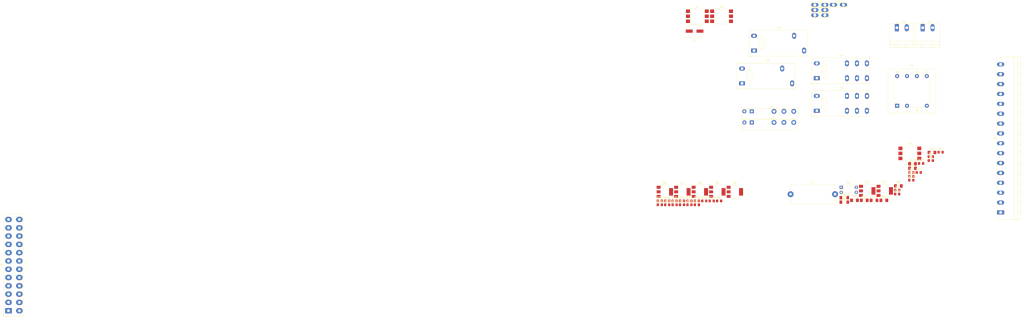
<source format=kicad_pcb>
(kicad_pcb (version 20171130) (host pcbnew "(5.0.0)")

  (general
    (thickness 1.6)
    (drawings 0)
    (tracks 0)
    (zones 0)
    (modules 63)
    (nets 83)
  )

  (page A4)
  (layers
    (0 F.Cu signal)
    (31 B.Cu signal)
    (32 B.Adhes user)
    (33 F.Adhes user)
    (34 B.Paste user)
    (35 F.Paste user)
    (36 B.SilkS user)
    (37 F.SilkS user)
    (38 B.Mask user)
    (39 F.Mask user)
    (40 Dwgs.User user)
    (41 Cmts.User user)
    (42 Eco1.User user)
    (43 Eco2.User user)
    (44 Edge.Cuts user)
    (45 Margin user)
    (46 B.CrtYd user)
    (47 F.CrtYd user)
    (48 B.Fab user)
    (49 F.Fab user)
  )

  (setup
    (last_trace_width 0.25)
    (trace_clearance 0.2)
    (zone_clearance 0.508)
    (zone_45_only no)
    (trace_min 0.2)
    (segment_width 0.2)
    (edge_width 0.15)
    (via_size 0.8)
    (via_drill 0.4)
    (via_min_size 0.4)
    (via_min_drill 0.3)
    (uvia_size 0.3)
    (uvia_drill 0.1)
    (uvias_allowed no)
    (uvia_min_size 0.2)
    (uvia_min_drill 0.1)
    (pcb_text_width 0.3)
    (pcb_text_size 1.5 1.5)
    (mod_edge_width 0.15)
    (mod_text_size 1 1)
    (mod_text_width 0.15)
    (pad_size 1.524 1.524)
    (pad_drill 0.762)
    (pad_to_mask_clearance 0.2)
    (aux_axis_origin 0 0)
    (visible_elements 7FFFFFFF)
    (pcbplotparams
      (layerselection 0x010fc_ffffffff)
      (usegerberextensions false)
      (usegerberattributes false)
      (usegerberadvancedattributes false)
      (creategerberjobfile false)
      (excludeedgelayer true)
      (linewidth 0.100000)
      (plotframeref false)
      (viasonmask false)
      (mode 1)
      (useauxorigin false)
      (hpglpennumber 1)
      (hpglpenspeed 20)
      (hpglpendiameter 15.000000)
      (psnegative false)
      (psa4output false)
      (plotreference true)
      (plotvalue true)
      (plotinvisibletext false)
      (padsonsilk false)
      (subtractmaskfromsilk false)
      (outputformat 1)
      (mirror false)
      (drillshape 1)
      (scaleselection 1)
      (outputdirectory ""))
  )

  (net 0 "")
  (net 1 "Net-(R7-Pad1)")
  (net 2 "Net-(R4-Pad1)")
  (net 3 "Net-(C1-Pad1)")
  (net 4 "Net-(R5-Pad1)")
  (net 5 "Net-(R6-Pad1)")
  (net 6 "Net-(D1-Pad2)")
  (net 7 "Net-(D1-Pad1)")
  (net 8 /Controller/COM)
  (net 9 "Net-(D4-Pad3)")
  (net 10 /Controller/AIN)
  (net 11 "Net-(R9-Pad1)")
  (net 12 "Net-(R12-Pad1)")
  (net 13 "Net-(R17-Pad2)")
  (net 14 "/Power outputs/ACL")
  (net 15 "Net-(D3-Pad1)")
  (net 16 "Net-(D3-Pad2)")
  (net 17 "/Power outputs/12VDC")
  (net 18 /Controller/230N)
  (net 19 "Net-(R14-Pad1)")
  (net 20 "Net-(R16-Pad1)")
  (net 21 /EXTWC_L)
  (net 22 /EXTKITCH_L)
  (net 23 /230VAC_L)
  (net 24 /PE)
  (net 25 /EHALLIT_N)
  (net 26 /230VAC_N)
  (net 27 "/Power outputs/LIGHTBASH1")
  (net 28 "/Power outputs/LIGHTBASH2")
  (net 29 "/Power outputs/LIGHTWC2")
  (net 30 "/Power outputs/LIGHTWC1")
  (net 31 "Net-(R10-Pad2)")
  (net 32 "/Power outputs/LAMP1")
  (net 33 "Net-(D5-Pad3)")
  (net 34 "Net-(D6-Pad3)")
  (net 35 "/Power outputs/LAMP2")
  (net 36 "Net-(D7-Pad3)")
  (net 37 "/Power outputs/LAMP3")
  (net 38 "Net-(D8-Pad3)")
  (net 39 "/Power outputs/LAMP4")
  (net 40 "/Power outputs/LAMP5")
  (net 41 "Net-(D9-Pad3)")
  (net 42 "Net-(F1-Pad1)")
  (net 43 "Net-(J5-Pad16)")
  (net 44 "Net-(J5-Pad15)")
  (net 45 /EHALLIT_L)
  (net 46 /WRKLIT_L)
  (net 47 "Net-(J9-Pad6)")
  (net 48 "Net-(J9-Pad7)")
  (net 49 "Net-(J9-Pad8)")
  (net 50 "Net-(J9-Pad9)")
  (net 51 "/Power outputs/EAWC")
  (net 52 "/Power outputs/EAKIT")
  (net 53 "Net-(J9-Pad12)")
  (net 54 "Net-(J9-Pad24)")
  (net 55 "/Power outputs/K0")
  (net 56 "Net-(K2-Pad12)")
  (net 57 "/Power outputs/K1")
  (net 58 /ISOCK_N)
  (net 59 "Net-(K4-Pad22)")
  (net 60 "Net-(K4-Pad12)")
  (net 61 /ISOCK_L)
  (net 62 /Controller/VREF)
  (net 63 "Net-(D2-Pad3)")
  (net 64 "Net-(R19-Pad1)")
  (net 65 "Net-(R20-Pad1)")
  (net 66 "Net-(R21-Pad1)")
  (net 67 "Net-(R22-Pad1)")
  (net 68 "Net-(R23-Pad1)")
  (net 69 "Net-(R24-Pad2)")
  (net 70 "Net-(R26-Pad2)")
  (net 71 "Net-(R28-Pad2)")
  (net 72 "Net-(R30-Pad2)")
  (net 73 "Net-(R32-Pad2)")
  (net 74 /Controller/LPULSE)
  (net 75 "/Power outputs/OC1")
  (net 76 "Net-(U3-Pad5)")
  (net 77 "Net-(U3-Pad3)")
  (net 78 "/Power outputs/LIGHTON")
  (net 79 "/Power outputs/COM")
  (net 80 "Net-(U5-Pad3)")
  (net 81 "Net-(U5-Pad5)")
  (net 82 "/Power outputs/OC2")

  (net_class Default "This is the default net class."
    (clearance 0.2)
    (trace_width 0.25)
    (via_dia 0.8)
    (via_drill 0.4)
    (uvia_dia 0.3)
    (uvia_drill 0.1)
    (add_net /230VAC_L)
    (add_net /230VAC_N)
    (add_net /Controller/230N)
    (add_net /Controller/AIN)
    (add_net /Controller/COM)
    (add_net /Controller/LPULSE)
    (add_net /Controller/VREF)
    (add_net /EHALLIT_L)
    (add_net /EHALLIT_N)
    (add_net /EXTKITCH_L)
    (add_net /EXTWC_L)
    (add_net /ISOCK_L)
    (add_net /ISOCK_N)
    (add_net /PE)
    (add_net "/Power outputs/12VDC")
    (add_net "/Power outputs/ACL")
    (add_net "/Power outputs/COM")
    (add_net "/Power outputs/EAKIT")
    (add_net "/Power outputs/EAWC")
    (add_net "/Power outputs/K0")
    (add_net "/Power outputs/K1")
    (add_net "/Power outputs/LAMP1")
    (add_net "/Power outputs/LAMP2")
    (add_net "/Power outputs/LAMP3")
    (add_net "/Power outputs/LAMP4")
    (add_net "/Power outputs/LAMP5")
    (add_net "/Power outputs/LIGHTBASH1")
    (add_net "/Power outputs/LIGHTBASH2")
    (add_net "/Power outputs/LIGHTON")
    (add_net "/Power outputs/LIGHTWC1")
    (add_net "/Power outputs/LIGHTWC2")
    (add_net "/Power outputs/OC1")
    (add_net "/Power outputs/OC2")
    (add_net /WRKLIT_L)
    (add_net "Net-(C1-Pad1)")
    (add_net "Net-(D1-Pad1)")
    (add_net "Net-(D1-Pad2)")
    (add_net "Net-(D2-Pad3)")
    (add_net "Net-(D3-Pad1)")
    (add_net "Net-(D3-Pad2)")
    (add_net "Net-(D4-Pad3)")
    (add_net "Net-(D5-Pad3)")
    (add_net "Net-(D6-Pad3)")
    (add_net "Net-(D7-Pad3)")
    (add_net "Net-(D8-Pad3)")
    (add_net "Net-(D9-Pad3)")
    (add_net "Net-(F1-Pad1)")
    (add_net "Net-(J5-Pad15)")
    (add_net "Net-(J5-Pad16)")
    (add_net "Net-(J9-Pad12)")
    (add_net "Net-(J9-Pad24)")
    (add_net "Net-(J9-Pad6)")
    (add_net "Net-(J9-Pad7)")
    (add_net "Net-(J9-Pad8)")
    (add_net "Net-(J9-Pad9)")
    (add_net "Net-(K2-Pad12)")
    (add_net "Net-(K4-Pad12)")
    (add_net "Net-(K4-Pad22)")
    (add_net "Net-(R10-Pad2)")
    (add_net "Net-(R12-Pad1)")
    (add_net "Net-(R14-Pad1)")
    (add_net "Net-(R16-Pad1)")
    (add_net "Net-(R17-Pad2)")
    (add_net "Net-(R19-Pad1)")
    (add_net "Net-(R20-Pad1)")
    (add_net "Net-(R21-Pad1)")
    (add_net "Net-(R22-Pad1)")
    (add_net "Net-(R23-Pad1)")
    (add_net "Net-(R24-Pad2)")
    (add_net "Net-(R26-Pad2)")
    (add_net "Net-(R28-Pad2)")
    (add_net "Net-(R30-Pad2)")
    (add_net "Net-(R32-Pad2)")
    (add_net "Net-(R4-Pad1)")
    (add_net "Net-(R5-Pad1)")
    (add_net "Net-(R6-Pad1)")
    (add_net "Net-(R7-Pad1)")
    (add_net "Net-(R9-Pad1)")
    (add_net "Net-(U3-Pad3)")
    (add_net "Net-(U3-Pad5)")
    (add_net "Net-(U5-Pad3)")
    (add_net "Net-(U5-Pad5)")
  )

  (module Diode_SMD:D_MiniMELF (layer F.Cu) (tedit 5905D8F5) (tstamp 5BC67ECA)
    (at 453.745001 21.345001)
    (descr "Diode Mini-MELF")
    (tags "Diode Mini-MELF")
    (path /5BC6397F/5BC77E07)
    (attr smd)
    (fp_text reference D1 (at 0 -2) (layer F.SilkS)
      (effects (font (size 1 1) (thickness 0.15)))
    )
    (fp_text value LL4148 (at 0 1.75) (layer F.Fab)
      (effects (font (size 1 1) (thickness 0.15)))
    )
    (fp_line (start -2.65 1.1) (end -2.65 -1.1) (layer F.CrtYd) (width 0.05))
    (fp_line (start 2.65 1.1) (end -2.65 1.1) (layer F.CrtYd) (width 0.05))
    (fp_line (start 2.65 -1.1) (end 2.65 1.1) (layer F.CrtYd) (width 0.05))
    (fp_line (start -2.65 -1.1) (end 2.65 -1.1) (layer F.CrtYd) (width 0.05))
    (fp_line (start -0.75 0) (end -0.35 0) (layer F.Fab) (width 0.1))
    (fp_line (start -0.35 0) (end -0.35 -0.55) (layer F.Fab) (width 0.1))
    (fp_line (start -0.35 0) (end -0.35 0.55) (layer F.Fab) (width 0.1))
    (fp_line (start -0.35 0) (end 0.25 -0.4) (layer F.Fab) (width 0.1))
    (fp_line (start 0.25 -0.4) (end 0.25 0.4) (layer F.Fab) (width 0.1))
    (fp_line (start 0.25 0.4) (end -0.35 0) (layer F.Fab) (width 0.1))
    (fp_line (start 0.25 0) (end 0.75 0) (layer F.Fab) (width 0.1))
    (fp_line (start -1.65 -0.8) (end 1.65 -0.8) (layer F.Fab) (width 0.1))
    (fp_line (start -1.65 0.8) (end -1.65 -0.8) (layer F.Fab) (width 0.1))
    (fp_line (start 1.65 0.8) (end -1.65 0.8) (layer F.Fab) (width 0.1))
    (fp_line (start 1.65 -0.8) (end 1.65 0.8) (layer F.Fab) (width 0.1))
    (fp_line (start -2.55 1) (end 1.75 1) (layer F.SilkS) (width 0.12))
    (fp_line (start -2.55 -1) (end -2.55 1) (layer F.SilkS) (width 0.12))
    (fp_line (start 1.75 -1) (end -2.55 -1) (layer F.SilkS) (width 0.12))
    (fp_text user %R (at 0 -2) (layer F.Fab)
      (effects (font (size 1 1) (thickness 0.15)))
    )
    (pad 2 smd rect (at 1.75 0) (size 1.3 1.7) (layers F.Cu F.Paste F.Mask)
      (net 6 "Net-(D1-Pad2)"))
    (pad 1 smd rect (at -1.75 0) (size 1.3 1.7) (layers F.Cu F.Paste F.Mask)
      (net 7 "Net-(D1-Pad1)"))
    (model ${KISYS3DMOD}/Diode_SMD.3dshapes/D_MiniMELF.wrl
      (at (xyz 0 0 0))
      (scale (xyz 1 1 1))
      (rotate (xyz 0 0 0))
    )
  )

  (module Diode_SMD:D_MiniMELF (layer F.Cu) (tedit 5905D8F5) (tstamp 5BC67EB1)
    (at 453.745001 23.595001)
    (descr "Diode Mini-MELF")
    (tags "Diode Mini-MELF")
    (path /5BC77CC5/5BFEC46C)
    (attr smd)
    (fp_text reference D2 (at 0 -2) (layer F.SilkS)
      (effects (font (size 1 1) (thickness 0.15)))
    )
    (fp_text value Z0103MN (at 0 1.75) (layer F.Fab)
      (effects (font (size 1 1) (thickness 0.15)))
    )
    (fp_text user %R (at 0 -2) (layer F.Fab)
      (effects (font (size 1 1) (thickness 0.15)))
    )
    (fp_line (start 1.75 -1) (end -2.55 -1) (layer F.SilkS) (width 0.12))
    (fp_line (start -2.55 -1) (end -2.55 1) (layer F.SilkS) (width 0.12))
    (fp_line (start -2.55 1) (end 1.75 1) (layer F.SilkS) (width 0.12))
    (fp_line (start 1.65 -0.8) (end 1.65 0.8) (layer F.Fab) (width 0.1))
    (fp_line (start 1.65 0.8) (end -1.65 0.8) (layer F.Fab) (width 0.1))
    (fp_line (start -1.65 0.8) (end -1.65 -0.8) (layer F.Fab) (width 0.1))
    (fp_line (start -1.65 -0.8) (end 1.65 -0.8) (layer F.Fab) (width 0.1))
    (fp_line (start 0.25 0) (end 0.75 0) (layer F.Fab) (width 0.1))
    (fp_line (start 0.25 0.4) (end -0.35 0) (layer F.Fab) (width 0.1))
    (fp_line (start 0.25 -0.4) (end 0.25 0.4) (layer F.Fab) (width 0.1))
    (fp_line (start -0.35 0) (end 0.25 -0.4) (layer F.Fab) (width 0.1))
    (fp_line (start -0.35 0) (end -0.35 0.55) (layer F.Fab) (width 0.1))
    (fp_line (start -0.35 0) (end -0.35 -0.55) (layer F.Fab) (width 0.1))
    (fp_line (start -0.75 0) (end -0.35 0) (layer F.Fab) (width 0.1))
    (fp_line (start -2.65 -1.1) (end 2.65 -1.1) (layer F.CrtYd) (width 0.05))
    (fp_line (start 2.65 -1.1) (end 2.65 1.1) (layer F.CrtYd) (width 0.05))
    (fp_line (start 2.65 1.1) (end -2.65 1.1) (layer F.CrtYd) (width 0.05))
    (fp_line (start -2.65 1.1) (end -2.65 -1.1) (layer F.CrtYd) (width 0.05))
    (pad 1 smd rect (at -1.75 0) (size 1.3 1.7) (layers F.Cu F.Paste F.Mask)
      (net 21 /EXTWC_L))
    (pad 2 smd rect (at 1.75 0) (size 1.3 1.7) (layers F.Cu F.Paste F.Mask)
      (net 14 "/Power outputs/ACL"))
    (model ${KISYS3DMOD}/Diode_SMD.3dshapes/D_MiniMELF.wrl
      (at (xyz 0 0 0))
      (scale (xyz 1 1 1))
      (rotate (xyz 0 0 0))
    )
  )

  (module Fuse:Fuseholder_Cylinder-5x20mm_Schurter_0031_8201_Horizontal_Open (layer F.Cu) (tedit 5A1C8BA4) (tstamp 5BC67E98)
    (at 426.580961 19.595001)
    (descr http://www.schurter.com/var/schurter/storage/ilcatalogue/files/document/datasheet/en/pdf/typ_OGN.pdf)
    (tags "Fuseholder horizontal open 5x20 Schurter 0031.8201")
    (path /5BC77CC5/5BC77E18)
    (fp_text reference F1 (at 11.25 -6) (layer F.SilkS)
      (effects (font (size 1 1) (thickness 0.15)))
    )
    (fp_text value 3A (at 11.25 6) (layer F.Fab)
      (effects (font (size 1 1) (thickness 0.15)))
    )
    (fp_text user %R (at 11.25 4) (layer F.Fab)
      (effects (font (size 1 1) (thickness 0.15)))
    )
    (fp_line (start 0.1 -4.7) (end 0.1 4.7) (layer F.Fab) (width 0.1))
    (fp_line (start 0.1 4.7) (end 22.4 4.7) (layer F.Fab) (width 0.1))
    (fp_line (start 22.4 4.7) (end 22.4 -4.7) (layer F.Fab) (width 0.1))
    (fp_line (start 22.4 -4.7) (end 0.1 -4.7) (layer F.Fab) (width 0.1))
    (fp_line (start -0.25 5.05) (end -0.25 1.95) (layer F.CrtYd) (width 0.05))
    (fp_line (start 22.5 4.8) (end 22.5 2) (layer F.SilkS) (width 0.12))
    (fp_line (start 22.5 -2) (end 22.5 -4.8) (layer F.SilkS) (width 0.12))
    (fp_line (start 0 -2) (end 0 -4.8) (layer F.SilkS) (width 0.12))
    (fp_line (start 0 -4.8) (end 22.5 -4.8) (layer F.SilkS) (width 0.12))
    (fp_line (start 22.75 5.05) (end -0.25 5.05) (layer F.CrtYd) (width 0.05))
    (fp_line (start -0.25 -5.05) (end 22.75 -5.05) (layer F.CrtYd) (width 0.05))
    (fp_line (start 0 4.8) (end 22.5 4.8) (layer F.SilkS) (width 0.12))
    (fp_line (start -0.25 -1.95) (end -0.25 -5.05) (layer F.CrtYd) (width 0.05))
    (fp_line (start 22.75 -1.95) (end 22.75 -5.05) (layer F.CrtYd) (width 0.05))
    (fp_line (start 22.75 1.95) (end 22.75 5.05) (layer F.CrtYd) (width 0.05))
    (fp_line (start 0 4.8) (end 0 2) (layer F.SilkS) (width 0.12))
    (fp_arc (start 22.5 0) (end 22.75 -1.95) (angle 165.3) (layer F.CrtYd) (width 0.05))
    (fp_arc (start 0 0) (end -0.25 1.95) (angle 165.3) (layer F.CrtYd) (width 0.05))
    (pad 1 thru_hole circle (at 0 0) (size 3 3) (drill 1.3) (layers *.Cu *.Mask)
      (net 42 "Net-(F1-Pad1)"))
    (pad 2 thru_hole circle (at 22.5 0) (size 3 3) (drill 1.3) (layers *.Cu *.Mask)
      (net 23 /230VAC_L))
    (pad "" np_thru_hole circle (at 11.25 0) (size 2.7 2.7) (drill 2.7) (layers *.Cu *.Mask))
    (model ${KISYS3DMOD}/Fuse.3dshapes/FuseHolder_FSH.wrl
      (offset (xyz 11 0 5))
      (scale (xyz 4.8 4.8 4.8))
      (rotate (xyz 0 0 0))
    )
  )

  (module Package_DIP:DIP-4_W7.62mm (layer F.Cu) (tedit 5A02E8C5) (tstamp 5BC67E7E)
    (at 452.195001 16.095001)
    (descr "4-lead though-hole mounted DIP package, row spacing 7.62 mm (300 mils)")
    (tags "THT DIP DIL PDIP 2.54mm 7.62mm 300mil")
    (path /5BC6397F/5BC77E06)
    (fp_text reference U1 (at 3.81 -2.33) (layer F.SilkS)
      (effects (font (size 1 1) (thickness 0.15)))
    )
    (fp_text value LTV-817 (at 3.81 4.87) (layer F.Fab)
      (effects (font (size 1 1) (thickness 0.15)))
    )
    (fp_text user %R (at 3.81 1.27) (layer F.Fab)
      (effects (font (size 1 1) (thickness 0.15)))
    )
    (fp_line (start 8.7 -1.55) (end -1.1 -1.55) (layer F.CrtYd) (width 0.05))
    (fp_line (start 8.7 4.1) (end 8.7 -1.55) (layer F.CrtYd) (width 0.05))
    (fp_line (start -1.1 4.1) (end 8.7 4.1) (layer F.CrtYd) (width 0.05))
    (fp_line (start -1.1 -1.55) (end -1.1 4.1) (layer F.CrtYd) (width 0.05))
    (fp_line (start 6.46 -1.33) (end 4.81 -1.33) (layer F.SilkS) (width 0.12))
    (fp_line (start 6.46 3.87) (end 6.46 -1.33) (layer F.SilkS) (width 0.12))
    (fp_line (start 1.16 3.87) (end 6.46 3.87) (layer F.SilkS) (width 0.12))
    (fp_line (start 1.16 -1.33) (end 1.16 3.87) (layer F.SilkS) (width 0.12))
    (fp_line (start 2.81 -1.33) (end 1.16 -1.33) (layer F.SilkS) (width 0.12))
    (fp_line (start 0.635 -0.27) (end 1.635 -1.27) (layer F.Fab) (width 0.1))
    (fp_line (start 0.635 3.81) (end 0.635 -0.27) (layer F.Fab) (width 0.1))
    (fp_line (start 6.985 3.81) (end 0.635 3.81) (layer F.Fab) (width 0.1))
    (fp_line (start 6.985 -1.27) (end 6.985 3.81) (layer F.Fab) (width 0.1))
    (fp_line (start 1.635 -1.27) (end 6.985 -1.27) (layer F.Fab) (width 0.1))
    (fp_arc (start 3.81 -1.33) (end 2.81 -1.33) (angle -180) (layer F.SilkS) (width 0.12))
    (pad 4 thru_hole oval (at 7.62 0) (size 1.6 1.6) (drill 0.8) (layers *.Cu *.Mask)
      (net 74 /Controller/LPULSE))
    (pad 2 thru_hole oval (at 0 2.54) (size 1.6 1.6) (drill 0.8) (layers *.Cu *.Mask)
      (net 6 "Net-(D1-Pad2)"))
    (pad 3 thru_hole oval (at 7.62 2.54) (size 1.6 1.6) (drill 0.8) (layers *.Cu *.Mask)
      (net 8 /Controller/COM))
    (pad 1 thru_hole rect (at 0 0) (size 1.6 1.6) (drill 0.8) (layers *.Cu *.Mask)
      (net 7 "Net-(D1-Pad1)"))
    (model ${KISYS3DMOD}/Package_DIP.3dshapes/DIP-4_W7.62mm.wrl
      (at (xyz 0 0 0))
      (scale (xyz 1 1 1))
      (rotate (xyz 0 0 0))
    )
  )

  (module Package_TO_SOT_SMD:SOT-223 (layer F.Cu) (tedit 5A02FF57) (tstamp 5BC67E4E)
    (at 465.345001 17.905001)
    (descr "module CMS SOT223 4 pins")
    (tags "CMS SOT")
    (path /5BC77CC5/5BC77E21)
    (attr smd)
    (fp_text reference D3 (at 0 -4.5) (layer F.SilkS)
      (effects (font (size 1 1) (thickness 0.15)))
    )
    (fp_text value LL4148 (at 0 4.5) (layer F.Fab)
      (effects (font (size 1 1) (thickness 0.15)))
    )
    (fp_line (start 1.85 -3.35) (end 1.85 3.35) (layer F.Fab) (width 0.1))
    (fp_line (start -1.85 3.35) (end 1.85 3.35) (layer F.Fab) (width 0.1))
    (fp_line (start -4.1 -3.41) (end 1.91 -3.41) (layer F.SilkS) (width 0.12))
    (fp_line (start -0.8 -3.35) (end 1.85 -3.35) (layer F.Fab) (width 0.1))
    (fp_line (start -1.85 3.41) (end 1.91 3.41) (layer F.SilkS) (width 0.12))
    (fp_line (start -1.85 -2.3) (end -1.85 3.35) (layer F.Fab) (width 0.1))
    (fp_line (start -4.4 -3.6) (end -4.4 3.6) (layer F.CrtYd) (width 0.05))
    (fp_line (start -4.4 3.6) (end 4.4 3.6) (layer F.CrtYd) (width 0.05))
    (fp_line (start 4.4 3.6) (end 4.4 -3.6) (layer F.CrtYd) (width 0.05))
    (fp_line (start 4.4 -3.6) (end -4.4 -3.6) (layer F.CrtYd) (width 0.05))
    (fp_line (start 1.91 -3.41) (end 1.91 -2.15) (layer F.SilkS) (width 0.12))
    (fp_line (start 1.91 3.41) (end 1.91 2.15) (layer F.SilkS) (width 0.12))
    (fp_line (start -1.85 -2.3) (end -0.8 -3.35) (layer F.Fab) (width 0.1))
    (fp_text user %R (at 0 0 90) (layer F.Fab)
      (effects (font (size 0.8 0.8) (thickness 0.12)))
    )
    (pad 1 smd rect (at -3.15 -2.3) (size 2 1.5) (layers F.Cu F.Paste F.Mask)
      (net 15 "Net-(D3-Pad1)"))
    (pad 3 smd rect (at -3.15 2.3) (size 2 1.5) (layers F.Cu F.Paste F.Mask))
    (pad 2 smd rect (at -3.15 0) (size 2 1.5) (layers F.Cu F.Paste F.Mask)
      (net 16 "Net-(D3-Pad2)"))
    (pad 4 smd rect (at 3.15 0) (size 2 3.8) (layers F.Cu F.Paste F.Mask))
    (model ${KISYS3DMOD}/Package_TO_SOT_SMD.3dshapes/SOT-223.wrl
      (at (xyz 0 0 0))
      (scale (xyz 1 1 1))
      (rotate (xyz 0 0 0))
    )
  )

  (module Package_TO_SOT_SMD:SOT-223 (layer F.Cu) (tedit 5A02FF57) (tstamp 5BC67E38)
    (at 474.195001 17.905001)
    (descr "module CMS SOT223 4 pins")
    (tags "CMS SOT")
    (path /5BC77CC5/5BFEC09C)
    (attr smd)
    (fp_text reference D4 (at 0 -4.5) (layer F.SilkS)
      (effects (font (size 1 1) (thickness 0.15)))
    )
    (fp_text value Z0103MN (at 0 4.5) (layer F.Fab)
      (effects (font (size 1 1) (thickness 0.15)))
    )
    (fp_text user %R (at 0 0 90) (layer F.Fab)
      (effects (font (size 0.8 0.8) (thickness 0.12)))
    )
    (fp_line (start -1.85 -2.3) (end -0.8 -3.35) (layer F.Fab) (width 0.1))
    (fp_line (start 1.91 3.41) (end 1.91 2.15) (layer F.SilkS) (width 0.12))
    (fp_line (start 1.91 -3.41) (end 1.91 -2.15) (layer F.SilkS) (width 0.12))
    (fp_line (start 4.4 -3.6) (end -4.4 -3.6) (layer F.CrtYd) (width 0.05))
    (fp_line (start 4.4 3.6) (end 4.4 -3.6) (layer F.CrtYd) (width 0.05))
    (fp_line (start -4.4 3.6) (end 4.4 3.6) (layer F.CrtYd) (width 0.05))
    (fp_line (start -4.4 -3.6) (end -4.4 3.6) (layer F.CrtYd) (width 0.05))
    (fp_line (start -1.85 -2.3) (end -1.85 3.35) (layer F.Fab) (width 0.1))
    (fp_line (start -1.85 3.41) (end 1.91 3.41) (layer F.SilkS) (width 0.12))
    (fp_line (start -0.8 -3.35) (end 1.85 -3.35) (layer F.Fab) (width 0.1))
    (fp_line (start -4.1 -3.41) (end 1.91 -3.41) (layer F.SilkS) (width 0.12))
    (fp_line (start -1.85 3.35) (end 1.85 3.35) (layer F.Fab) (width 0.1))
    (fp_line (start 1.85 -3.35) (end 1.85 3.35) (layer F.Fab) (width 0.1))
    (pad 4 smd rect (at 3.15 0) (size 2 3.8) (layers F.Cu F.Paste F.Mask)
      (net 14 "/Power outputs/ACL"))
    (pad 2 smd rect (at -3.15 0) (size 2 1.5) (layers F.Cu F.Paste F.Mask)
      (net 14 "/Power outputs/ACL"))
    (pad 3 smd rect (at -3.15 2.3) (size 2 1.5) (layers F.Cu F.Paste F.Mask)
      (net 9 "Net-(D4-Pad3)"))
    (pad 1 smd rect (at -3.15 -2.3) (size 2 1.5) (layers F.Cu F.Paste F.Mask)
      (net 22 /EXTKITCH_L))
    (model ${KISYS3DMOD}/Package_TO_SOT_SMD.3dshapes/SOT-223.wrl
      (at (xyz 0 0 0))
      (scale (xyz 1 1 1))
      (rotate (xyz 0 0 0))
    )
  )

  (module Resistor_SMD:R_0805_2012Metric_Pad1.15x1.40mm_HandSolder (layer F.Cu) (tedit 5B36C52B) (tstamp 5BC67D4C)
    (at 487.645001 12.475001)
    (descr "Resistor SMD 0805 (2012 Metric), square (rectangular) end terminal, IPC_7351 nominal with elongated pad for handsoldering. (Body size source: https://docs.google.com/spreadsheets/d/1BsfQQcO9C6DZCsRaXUlFlo91Tg2WpOkGARC1WS5S8t0/edit?usp=sharing), generated with kicad-footprint-generator")
    (tags "resistor handsolder")
    (path /5BC77CC5/5BCF5009)
    (attr smd)
    (fp_text reference R17 (at 0 -1.65) (layer F.SilkS)
      (effects (font (size 1 1) (thickness 0.15)))
    )
    (fp_text value R (at 0 1.65) (layer F.Fab)
      (effects (font (size 1 1) (thickness 0.15)))
    )
    (fp_text user %R (at 0 0) (layer F.Fab)
      (effects (font (size 0.5 0.5) (thickness 0.08)))
    )
    (fp_line (start 1.85 0.95) (end -1.85 0.95) (layer F.CrtYd) (width 0.05))
    (fp_line (start 1.85 -0.95) (end 1.85 0.95) (layer F.CrtYd) (width 0.05))
    (fp_line (start -1.85 -0.95) (end 1.85 -0.95) (layer F.CrtYd) (width 0.05))
    (fp_line (start -1.85 0.95) (end -1.85 -0.95) (layer F.CrtYd) (width 0.05))
    (fp_line (start -0.261252 0.71) (end 0.261252 0.71) (layer F.SilkS) (width 0.12))
    (fp_line (start -0.261252 -0.71) (end 0.261252 -0.71) (layer F.SilkS) (width 0.12))
    (fp_line (start 1 0.6) (end -1 0.6) (layer F.Fab) (width 0.1))
    (fp_line (start 1 -0.6) (end 1 0.6) (layer F.Fab) (width 0.1))
    (fp_line (start -1 -0.6) (end 1 -0.6) (layer F.Fab) (width 0.1))
    (fp_line (start -1 0.6) (end -1 -0.6) (layer F.Fab) (width 0.1))
    (pad 2 smd roundrect (at 1.025 0) (size 1.15 1.4) (layers F.Cu F.Paste F.Mask) (roundrect_rratio 0.217391)
      (net 13 "Net-(R17-Pad2)"))
    (pad 1 smd roundrect (at -1.025 0) (size 1.15 1.4) (layers F.Cu F.Paste F.Mask) (roundrect_rratio 0.217391)
      (net 14 "/Power outputs/ACL"))
    (model ${KISYS3DMOD}/Resistor_SMD.3dshapes/R_0805_2012Metric.wrl
      (at (xyz 0 0 0))
      (scale (xyz 1 1 1))
      (rotate (xyz 0 0 0))
    )
  )

  (module Resistor_SMD:R_0805_2012Metric_Pad1.15x1.40mm_HandSolder (layer F.Cu) (tedit 5B36C52B) (tstamp 5BC67D3B)
    (at 487.645001 10.525001)
    (descr "Resistor SMD 0805 (2012 Metric), square (rectangular) end terminal, IPC_7351 nominal with elongated pad for handsoldering. (Body size source: https://docs.google.com/spreadsheets/d/1BsfQQcO9C6DZCsRaXUlFlo91Tg2WpOkGARC1WS5S8t0/edit?usp=sharing), generated with kicad-footprint-generator")
    (tags "resistor handsolder")
    (path /5BC77CC5/5BC77E20)
    (attr smd)
    (fp_text reference R15 (at 0 -1.65) (layer F.SilkS)
      (effects (font (size 1 1) (thickness 0.15)))
    )
    (fp_text value 33k (at 0 1.65) (layer F.Fab)
      (effects (font (size 1 1) (thickness 0.15)))
    )
    (fp_line (start -1 0.6) (end -1 -0.6) (layer F.Fab) (width 0.1))
    (fp_line (start -1 -0.6) (end 1 -0.6) (layer F.Fab) (width 0.1))
    (fp_line (start 1 -0.6) (end 1 0.6) (layer F.Fab) (width 0.1))
    (fp_line (start 1 0.6) (end -1 0.6) (layer F.Fab) (width 0.1))
    (fp_line (start -0.261252 -0.71) (end 0.261252 -0.71) (layer F.SilkS) (width 0.12))
    (fp_line (start -0.261252 0.71) (end 0.261252 0.71) (layer F.SilkS) (width 0.12))
    (fp_line (start -1.85 0.95) (end -1.85 -0.95) (layer F.CrtYd) (width 0.05))
    (fp_line (start -1.85 -0.95) (end 1.85 -0.95) (layer F.CrtYd) (width 0.05))
    (fp_line (start 1.85 -0.95) (end 1.85 0.95) (layer F.CrtYd) (width 0.05))
    (fp_line (start 1.85 0.95) (end -1.85 0.95) (layer F.CrtYd) (width 0.05))
    (fp_text user %R (at 0 0) (layer F.Fab)
      (effects (font (size 0.5 0.5) (thickness 0.08)))
    )
    (pad 1 smd roundrect (at -1.025 0) (size 1.15 1.4) (layers F.Cu F.Paste F.Mask) (roundrect_rratio 0.217391)
      (net 25 /EHALLIT_N))
    (pad 2 smd roundrect (at 1.025 0) (size 1.15 1.4) (layers F.Cu F.Paste F.Mask) (roundrect_rratio 0.217391)
      (net 19 "Net-(R14-Pad1)"))
    (model ${KISYS3DMOD}/Resistor_SMD.3dshapes/R_0805_2012Metric.wrl
      (at (xyz 0 0 0))
      (scale (xyz 1 1 1))
      (rotate (xyz 0 0 0))
    )
  )

  (module Resistor_SMD:R_0805_2012Metric_Pad1.15x1.40mm_HandSolder (layer F.Cu) (tedit 5B36C52B) (tstamp 5BC67D2A)
    (at 491.395001 8.575001)
    (descr "Resistor SMD 0805 (2012 Metric), square (rectangular) end terminal, IPC_7351 nominal with elongated pad for handsoldering. (Body size source: https://docs.google.com/spreadsheets/d/1BsfQQcO9C6DZCsRaXUlFlo91Tg2WpOkGARC1WS5S8t0/edit?usp=sharing), generated with kicad-footprint-generator")
    (tags "resistor handsolder")
    (path /5BC77CC5/5C043341)
    (attr smd)
    (fp_text reference R12 (at 0 -1.65) (layer F.SilkS)
      (effects (font (size 1 1) (thickness 0.15)))
    )
    (fp_text value 33k (at 0 1.65) (layer F.Fab)
      (effects (font (size 1 1) (thickness 0.15)))
    )
    (fp_text user %R (at 0 0) (layer F.Fab)
      (effects (font (size 0.5 0.5) (thickness 0.08)))
    )
    (fp_line (start 1.85 0.95) (end -1.85 0.95) (layer F.CrtYd) (width 0.05))
    (fp_line (start 1.85 -0.95) (end 1.85 0.95) (layer F.CrtYd) (width 0.05))
    (fp_line (start -1.85 -0.95) (end 1.85 -0.95) (layer F.CrtYd) (width 0.05))
    (fp_line (start -1.85 0.95) (end -1.85 -0.95) (layer F.CrtYd) (width 0.05))
    (fp_line (start -0.261252 0.71) (end 0.261252 0.71) (layer F.SilkS) (width 0.12))
    (fp_line (start -0.261252 -0.71) (end 0.261252 -0.71) (layer F.SilkS) (width 0.12))
    (fp_line (start 1 0.6) (end -1 0.6) (layer F.Fab) (width 0.1))
    (fp_line (start 1 -0.6) (end 1 0.6) (layer F.Fab) (width 0.1))
    (fp_line (start -1 -0.6) (end 1 -0.6) (layer F.Fab) (width 0.1))
    (fp_line (start -1 0.6) (end -1 -0.6) (layer F.Fab) (width 0.1))
    (pad 2 smd roundrect (at 1.025 0) (size 1.15 1.4) (layers F.Cu F.Paste F.Mask) (roundrect_rratio 0.217391)
      (net 15 "Net-(D3-Pad1)"))
    (pad 1 smd roundrect (at -1.025 0) (size 1.15 1.4) (layers F.Cu F.Paste F.Mask) (roundrect_rratio 0.217391)
      (net 12 "Net-(R12-Pad1)"))
    (model ${KISYS3DMOD}/Resistor_SMD.3dshapes/R_0805_2012Metric.wrl
      (at (xyz 0 0 0))
      (scale (xyz 1 1 1))
      (rotate (xyz 0 0 0))
    )
  )

  (module Resistor_SMD:R_0805_2012Metric_Pad1.15x1.40mm_HandSolder (layer F.Cu) (tedit 5B36C52B) (tstamp 5BC67D19)
    (at 497.495001 2.535001)
    (descr "Resistor SMD 0805 (2012 Metric), square (rectangular) end terminal, IPC_7351 nominal with elongated pad for handsoldering. (Body size source: https://docs.google.com/spreadsheets/d/1BsfQQcO9C6DZCsRaXUlFlo91Tg2WpOkGARC1WS5S8t0/edit?usp=sharing), generated with kicad-footprint-generator")
    (tags "resistor handsolder")
    (path /5BC77CC5/5BC7CD6F)
    (attr smd)
    (fp_text reference R9 (at 0 -1.65) (layer F.SilkS)
      (effects (font (size 1 1) (thickness 0.15)))
    )
    (fp_text value R (at 0 1.65) (layer F.Fab)
      (effects (font (size 1 1) (thickness 0.15)))
    )
    (fp_line (start -1 0.6) (end -1 -0.6) (layer F.Fab) (width 0.1))
    (fp_line (start -1 -0.6) (end 1 -0.6) (layer F.Fab) (width 0.1))
    (fp_line (start 1 -0.6) (end 1 0.6) (layer F.Fab) (width 0.1))
    (fp_line (start 1 0.6) (end -1 0.6) (layer F.Fab) (width 0.1))
    (fp_line (start -0.261252 -0.71) (end 0.261252 -0.71) (layer F.SilkS) (width 0.12))
    (fp_line (start -0.261252 0.71) (end 0.261252 0.71) (layer F.SilkS) (width 0.12))
    (fp_line (start -1.85 0.95) (end -1.85 -0.95) (layer F.CrtYd) (width 0.05))
    (fp_line (start -1.85 -0.95) (end 1.85 -0.95) (layer F.CrtYd) (width 0.05))
    (fp_line (start 1.85 -0.95) (end 1.85 0.95) (layer F.CrtYd) (width 0.05))
    (fp_line (start 1.85 0.95) (end -1.85 0.95) (layer F.CrtYd) (width 0.05))
    (fp_text user %R (at 0 0) (layer F.Fab)
      (effects (font (size 0.5 0.5) (thickness 0.08)))
    )
    (pad 1 smd roundrect (at -1.025 0) (size 1.15 1.4) (layers F.Cu F.Paste F.Mask) (roundrect_rratio 0.217391)
      (net 11 "Net-(R9-Pad1)"))
    (pad 2 smd roundrect (at 1.025 0) (size 1.15 1.4) (layers F.Cu F.Paste F.Mask) (roundrect_rratio 0.217391)
      (net 17 "/Power outputs/12VDC"))
    (model ${KISYS3DMOD}/Resistor_SMD.3dshapes/R_0805_2012Metric.wrl
      (at (xyz 0 0 0))
      (scale (xyz 1 1 1))
      (rotate (xyz 0 0 0))
    )
  )

  (module Resistor_SMD:R_0805_2012Metric_Pad1.15x1.40mm_HandSolder (layer F.Cu) (tedit 5B36C52B) (tstamp 5BC67D08)
    (at 480.495001 19.495001)
    (descr "Resistor SMD 0805 (2012 Metric), square (rectangular) end terminal, IPC_7351 nominal with elongated pad for handsoldering. (Body size source: https://docs.google.com/spreadsheets/d/1BsfQQcO9C6DZCsRaXUlFlo91Tg2WpOkGARC1WS5S8t0/edit?usp=sharing), generated with kicad-footprint-generator")
    (tags "resistor handsolder")
    (path /5BC77CC5/5BC77E13)
    (attr smd)
    (fp_text reference R16 (at 0 -1.65) (layer F.SilkS)
      (effects (font (size 1 1) (thickness 0.15)))
    )
    (fp_text value R (at 0 1.65) (layer F.Fab)
      (effects (font (size 1 1) (thickness 0.15)))
    )
    (fp_text user %R (at 0 0) (layer F.Fab)
      (effects (font (size 0.5 0.5) (thickness 0.08)))
    )
    (fp_line (start 1.85 0.95) (end -1.85 0.95) (layer F.CrtYd) (width 0.05))
    (fp_line (start 1.85 -0.95) (end 1.85 0.95) (layer F.CrtYd) (width 0.05))
    (fp_line (start -1.85 -0.95) (end 1.85 -0.95) (layer F.CrtYd) (width 0.05))
    (fp_line (start -1.85 0.95) (end -1.85 -0.95) (layer F.CrtYd) (width 0.05))
    (fp_line (start -0.261252 0.71) (end 0.261252 0.71) (layer F.SilkS) (width 0.12))
    (fp_line (start -0.261252 -0.71) (end 0.261252 -0.71) (layer F.SilkS) (width 0.12))
    (fp_line (start 1 0.6) (end -1 0.6) (layer F.Fab) (width 0.1))
    (fp_line (start 1 -0.6) (end 1 0.6) (layer F.Fab) (width 0.1))
    (fp_line (start -1 -0.6) (end 1 -0.6) (layer F.Fab) (width 0.1))
    (fp_line (start -1 0.6) (end -1 -0.6) (layer F.Fab) (width 0.1))
    (pad 2 smd roundrect (at 1.025 0) (size 1.15 1.4) (layers F.Cu F.Paste F.Mask) (roundrect_rratio 0.217391)
      (net 17 "/Power outputs/12VDC"))
    (pad 1 smd roundrect (at -1.025 0) (size 1.15 1.4) (layers F.Cu F.Paste F.Mask) (roundrect_rratio 0.217391)
      (net 20 "Net-(R16-Pad1)"))
    (model ${KISYS3DMOD}/Resistor_SMD.3dshapes/R_0805_2012Metric.wrl
      (at (xyz 0 0 0))
      (scale (xyz 1 1 1))
      (rotate (xyz 0 0 0))
    )
  )

  (module Resistor_SMD:R_0805_2012Metric_Pad1.15x1.40mm_HandSolder (layer F.Cu) (tedit 5B36C52B) (tstamp 5BC67CF7)
    (at 502.445001 -1.704999)
    (descr "Resistor SMD 0805 (2012 Metric), square (rectangular) end terminal, IPC_7351 nominal with elongated pad for handsoldering. (Body size source: https://docs.google.com/spreadsheets/d/1BsfQQcO9C6DZCsRaXUlFlo91Tg2WpOkGARC1WS5S8t0/edit?usp=sharing), generated with kicad-footprint-generator")
    (tags "resistor handsolder")
    (path /5BC6397F/5BC77E14)
    (attr smd)
    (fp_text reference R4 (at 0 -1.65) (layer F.SilkS)
      (effects (font (size 1 1) (thickness 0.15)))
    )
    (fp_text value 1k (at 0 1.65) (layer F.Fab)
      (effects (font (size 1 1) (thickness 0.15)))
    )
    (fp_line (start -1 0.6) (end -1 -0.6) (layer F.Fab) (width 0.1))
    (fp_line (start -1 -0.6) (end 1 -0.6) (layer F.Fab) (width 0.1))
    (fp_line (start 1 -0.6) (end 1 0.6) (layer F.Fab) (width 0.1))
    (fp_line (start 1 0.6) (end -1 0.6) (layer F.Fab) (width 0.1))
    (fp_line (start -0.261252 -0.71) (end 0.261252 -0.71) (layer F.SilkS) (width 0.12))
    (fp_line (start -0.261252 0.71) (end 0.261252 0.71) (layer F.SilkS) (width 0.12))
    (fp_line (start -1.85 0.95) (end -1.85 -0.95) (layer F.CrtYd) (width 0.05))
    (fp_line (start -1.85 -0.95) (end 1.85 -0.95) (layer F.CrtYd) (width 0.05))
    (fp_line (start 1.85 -0.95) (end 1.85 0.95) (layer F.CrtYd) (width 0.05))
    (fp_line (start 1.85 0.95) (end -1.85 0.95) (layer F.CrtYd) (width 0.05))
    (fp_text user %R (at 0 0) (layer F.Fab)
      (effects (font (size 0.5 0.5) (thickness 0.08)))
    )
    (pad 1 smd roundrect (at -1.025 0) (size 1.15 1.4) (layers F.Cu F.Paste F.Mask) (roundrect_rratio 0.217391)
      (net 2 "Net-(R4-Pad1)"))
    (pad 2 smd roundrect (at 1.025 0) (size 1.15 1.4) (layers F.Cu F.Paste F.Mask) (roundrect_rratio 0.217391)
      (net 10 /Controller/AIN))
    (model ${KISYS3DMOD}/Resistor_SMD.3dshapes/R_0805_2012Metric.wrl
      (at (xyz 0 0 0))
      (scale (xyz 1 1 1))
      (rotate (xyz 0 0 0))
    )
  )

  (module Resistor_SMD:R_0805_2012Metric_Pad1.15x1.40mm_HandSolder (layer F.Cu) (tedit 5B36C52B) (tstamp 5BC67CE6)
    (at 480.495001 17.545001)
    (descr "Resistor SMD 0805 (2012 Metric), square (rectangular) end terminal, IPC_7351 nominal with elongated pad for handsoldering. (Body size source: https://docs.google.com/spreadsheets/d/1BsfQQcO9C6DZCsRaXUlFlo91Tg2WpOkGARC1WS5S8t0/edit?usp=sharing), generated with kicad-footprint-generator")
    (tags "resistor handsolder")
    (path /5BC6397F/5BC77E15)
    (attr smd)
    (fp_text reference R3 (at 0 -1.65) (layer F.SilkS)
      (effects (font (size 1 1) (thickness 0.15)))
    )
    (fp_text value 120 (at 0 1.65) (layer F.Fab)
      (effects (font (size 1 1) (thickness 0.15)))
    )
    (fp_text user %R (at 0 0) (layer F.Fab)
      (effects (font (size 0.5 0.5) (thickness 0.08)))
    )
    (fp_line (start 1.85 0.95) (end -1.85 0.95) (layer F.CrtYd) (width 0.05))
    (fp_line (start 1.85 -0.95) (end 1.85 0.95) (layer F.CrtYd) (width 0.05))
    (fp_line (start -1.85 -0.95) (end 1.85 -0.95) (layer F.CrtYd) (width 0.05))
    (fp_line (start -1.85 0.95) (end -1.85 -0.95) (layer F.CrtYd) (width 0.05))
    (fp_line (start -0.261252 0.71) (end 0.261252 0.71) (layer F.SilkS) (width 0.12))
    (fp_line (start -0.261252 -0.71) (end 0.261252 -0.71) (layer F.SilkS) (width 0.12))
    (fp_line (start 1 0.6) (end -1 0.6) (layer F.Fab) (width 0.1))
    (fp_line (start 1 -0.6) (end 1 0.6) (layer F.Fab) (width 0.1))
    (fp_line (start -1 -0.6) (end 1 -0.6) (layer F.Fab) (width 0.1))
    (fp_line (start -1 0.6) (end -1 -0.6) (layer F.Fab) (width 0.1))
    (pad 2 smd roundrect (at 1.025 0) (size 1.15 1.4) (layers F.Cu F.Paste F.Mask) (roundrect_rratio 0.217391)
      (net 3 "Net-(C1-Pad1)"))
    (pad 1 smd roundrect (at -1.025 0) (size 1.15 1.4) (layers F.Cu F.Paste F.Mask) (roundrect_rratio 0.217391)
      (net 10 /Controller/AIN))
    (model ${KISYS3DMOD}/Resistor_SMD.3dshapes/R_0805_2012Metric.wrl
      (at (xyz 0 0 0))
      (scale (xyz 1 1 1))
      (rotate (xyz 0 0 0))
    )
  )

  (module Resistor_SMD:R_0805_2012Metric_Pad1.15x1.40mm_HandSolder (layer F.Cu) (tedit 5B36C52B) (tstamp 5BC67CD5)
    (at 497.495001 0.585001)
    (descr "Resistor SMD 0805 (2012 Metric), square (rectangular) end terminal, IPC_7351 nominal with elongated pad for handsoldering. (Body size source: https://docs.google.com/spreadsheets/d/1BsfQQcO9C6DZCsRaXUlFlo91Tg2WpOkGARC1WS5S8t0/edit?usp=sharing), generated with kicad-footprint-generator")
    (tags "resistor handsolder")
    (path /5BC6397F/5BC77E17)
    (attr smd)
    (fp_text reference R1 (at 0 -1.65) (layer F.SilkS)
      (effects (font (size 1 1) (thickness 0.15)))
    )
    (fp_text value Rx (at 0 1.65) (layer F.Fab)
      (effects (font (size 1 1) (thickness 0.15)))
    )
    (fp_line (start -1 0.6) (end -1 -0.6) (layer F.Fab) (width 0.1))
    (fp_line (start -1 -0.6) (end 1 -0.6) (layer F.Fab) (width 0.1))
    (fp_line (start 1 -0.6) (end 1 0.6) (layer F.Fab) (width 0.1))
    (fp_line (start 1 0.6) (end -1 0.6) (layer F.Fab) (width 0.1))
    (fp_line (start -0.261252 -0.71) (end 0.261252 -0.71) (layer F.SilkS) (width 0.12))
    (fp_line (start -0.261252 0.71) (end 0.261252 0.71) (layer F.SilkS) (width 0.12))
    (fp_line (start -1.85 0.95) (end -1.85 -0.95) (layer F.CrtYd) (width 0.05))
    (fp_line (start -1.85 -0.95) (end 1.85 -0.95) (layer F.CrtYd) (width 0.05))
    (fp_line (start 1.85 -0.95) (end 1.85 0.95) (layer F.CrtYd) (width 0.05))
    (fp_line (start 1.85 0.95) (end -1.85 0.95) (layer F.CrtYd) (width 0.05))
    (fp_text user %R (at 0 0) (layer F.Fab)
      (effects (font (size 0.5 0.5) (thickness 0.08)))
    )
    (pad 1 smd roundrect (at -1.025 0) (size 1.15 1.4) (layers F.Cu F.Paste F.Mask) (roundrect_rratio 0.217391)
      (net 62 /Controller/VREF))
    (pad 2 smd roundrect (at 1.025 0) (size 1.15 1.4) (layers F.Cu F.Paste F.Mask) (roundrect_rratio 0.217391)
      (net 3 "Net-(C1-Pad1)"))
    (model ${KISYS3DMOD}/Resistor_SMD.3dshapes/R_0805_2012Metric.wrl
      (at (xyz 0 0 0))
      (scale (xyz 1 1 1))
      (rotate (xyz 0 0 0))
    )
  )

  (module Resistor_SMD:R_0805_2012Metric_Pad1.15x1.40mm_HandSolder (layer F.Cu) (tedit 5B36C52B) (tstamp 5BC67CC4)
    (at 492.595001 3.995001)
    (descr "Resistor SMD 0805 (2012 Metric), square (rectangular) end terminal, IPC_7351 nominal with elongated pad for handsoldering. (Body size source: https://docs.google.com/spreadsheets/d/1BsfQQcO9C6DZCsRaXUlFlo91Tg2WpOkGARC1WS5S8t0/edit?usp=sharing), generated with kicad-footprint-generator")
    (tags "resistor handsolder")
    (path /5BC77CC5/5BCF5012)
    (attr smd)
    (fp_text reference R18 (at 0 -1.65) (layer F.SilkS)
      (effects (font (size 1 1) (thickness 0.15)))
    )
    (fp_text value R (at 0 1.65) (layer F.Fab)
      (effects (font (size 1 1) (thickness 0.15)))
    )
    (fp_text user %R (at 0 0) (layer F.Fab)
      (effects (font (size 0.5 0.5) (thickness 0.08)))
    )
    (fp_line (start 1.85 0.95) (end -1.85 0.95) (layer F.CrtYd) (width 0.05))
    (fp_line (start 1.85 -0.95) (end 1.85 0.95) (layer F.CrtYd) (width 0.05))
    (fp_line (start -1.85 -0.95) (end 1.85 -0.95) (layer F.CrtYd) (width 0.05))
    (fp_line (start -1.85 0.95) (end -1.85 -0.95) (layer F.CrtYd) (width 0.05))
    (fp_line (start -0.261252 0.71) (end 0.261252 0.71) (layer F.SilkS) (width 0.12))
    (fp_line (start -0.261252 -0.71) (end 0.261252 -0.71) (layer F.SilkS) (width 0.12))
    (fp_line (start 1 0.6) (end -1 0.6) (layer F.Fab) (width 0.1))
    (fp_line (start 1 -0.6) (end 1 0.6) (layer F.Fab) (width 0.1))
    (fp_line (start -1 -0.6) (end 1 -0.6) (layer F.Fab) (width 0.1))
    (fp_line (start -1 0.6) (end -1 -0.6) (layer F.Fab) (width 0.1))
    (pad 2 smd roundrect (at 1.025 0) (size 1.15 1.4) (layers F.Cu F.Paste F.Mask) (roundrect_rratio 0.217391)
      (net 22 /EXTKITCH_L))
    (pad 1 smd roundrect (at -1.025 0) (size 1.15 1.4) (layers F.Cu F.Paste F.Mask) (roundrect_rratio 0.217391)
      (net 9 "Net-(D4-Pad3)"))
    (model ${KISYS3DMOD}/Resistor_SMD.3dshapes/R_0805_2012Metric.wrl
      (at (xyz 0 0 0))
      (scale (xyz 1 1 1))
      (rotate (xyz 0 0 0))
    )
  )

  (module Resistor_SMD:R_0805_2012Metric_Pad1.15x1.40mm_HandSolder (layer F.Cu) (tedit 5B36C52B) (tstamp 5BC67CB3)
    (at 487.645001 8.575001)
    (descr "Resistor SMD 0805 (2012 Metric), square (rectangular) end terminal, IPC_7351 nominal with elongated pad for handsoldering. (Body size source: https://docs.google.com/spreadsheets/d/1BsfQQcO9C6DZCsRaXUlFlo91Tg2WpOkGARC1WS5S8t0/edit?usp=sharing), generated with kicad-footprint-generator")
    (tags "resistor handsolder")
    (path /5BC6397F/5BC77E16)
    (attr smd)
    (fp_text reference R2 (at 0 -1.65) (layer F.SilkS)
      (effects (font (size 1 1) (thickness 0.15)))
    )
    (fp_text value Rx (at 0 1.65) (layer F.Fab)
      (effects (font (size 1 1) (thickness 0.15)))
    )
    (fp_line (start -1 0.6) (end -1 -0.6) (layer F.Fab) (width 0.1))
    (fp_line (start -1 -0.6) (end 1 -0.6) (layer F.Fab) (width 0.1))
    (fp_line (start 1 -0.6) (end 1 0.6) (layer F.Fab) (width 0.1))
    (fp_line (start 1 0.6) (end -1 0.6) (layer F.Fab) (width 0.1))
    (fp_line (start -0.261252 -0.71) (end 0.261252 -0.71) (layer F.SilkS) (width 0.12))
    (fp_line (start -0.261252 0.71) (end 0.261252 0.71) (layer F.SilkS) (width 0.12))
    (fp_line (start -1.85 0.95) (end -1.85 -0.95) (layer F.CrtYd) (width 0.05))
    (fp_line (start -1.85 -0.95) (end 1.85 -0.95) (layer F.CrtYd) (width 0.05))
    (fp_line (start 1.85 -0.95) (end 1.85 0.95) (layer F.CrtYd) (width 0.05))
    (fp_line (start 1.85 0.95) (end -1.85 0.95) (layer F.CrtYd) (width 0.05))
    (fp_text user %R (at 0 0) (layer F.Fab)
      (effects (font (size 0.5 0.5) (thickness 0.08)))
    )
    (pad 1 smd roundrect (at -1.025 0) (size 1.15 1.4) (layers F.Cu F.Paste F.Mask) (roundrect_rratio 0.217391)
      (net 3 "Net-(C1-Pad1)"))
    (pad 2 smd roundrect (at 1.025 0) (size 1.15 1.4) (layers F.Cu F.Paste F.Mask) (roundrect_rratio 0.217391)
      (net 8 /Controller/COM))
    (model ${KISYS3DMOD}/Resistor_SMD.3dshapes/R_0805_2012Metric.wrl
      (at (xyz 0 0 0))
      (scale (xyz 1 1 1))
      (rotate (xyz 0 0 0))
    )
  )

  (module Resistor_SMD:R_1206_3216Metric_Pad1.42x1.75mm_HandSolder (layer F.Cu) (tedit 5B301BBD) (tstamp 5BC67CA2)
    (at 481.095001 15.425001)
    (descr "Resistor SMD 1206 (3216 Metric), square (rectangular) end terminal, IPC_7351 nominal with elongated pad for handsoldering. (Body size source: http://www.tortai-tech.com/upload/download/2011102023233369053.pdf), generated with kicad-footprint-generator")
    (tags "resistor handsolder")
    (path /5BC6397F/5BC77E08)
    (attr smd)
    (fp_text reference R5 (at 0 -1.82) (layer F.SilkS)
      (effects (font (size 1 1) (thickness 0.15)))
    )
    (fp_text value 33k (at 0 1.82) (layer F.Fab)
      (effects (font (size 1 1) (thickness 0.15)))
    )
    (fp_text user %R (at 0 0) (layer F.Fab)
      (effects (font (size 0.8 0.8) (thickness 0.12)))
    )
    (fp_line (start 2.45 1.12) (end -2.45 1.12) (layer F.CrtYd) (width 0.05))
    (fp_line (start 2.45 -1.12) (end 2.45 1.12) (layer F.CrtYd) (width 0.05))
    (fp_line (start -2.45 -1.12) (end 2.45 -1.12) (layer F.CrtYd) (width 0.05))
    (fp_line (start -2.45 1.12) (end -2.45 -1.12) (layer F.CrtYd) (width 0.05))
    (fp_line (start -0.602064 0.91) (end 0.602064 0.91) (layer F.SilkS) (width 0.12))
    (fp_line (start -0.602064 -0.91) (end 0.602064 -0.91) (layer F.SilkS) (width 0.12))
    (fp_line (start 1.6 0.8) (end -1.6 0.8) (layer F.Fab) (width 0.1))
    (fp_line (start 1.6 -0.8) (end 1.6 0.8) (layer F.Fab) (width 0.1))
    (fp_line (start -1.6 -0.8) (end 1.6 -0.8) (layer F.Fab) (width 0.1))
    (fp_line (start -1.6 0.8) (end -1.6 -0.8) (layer F.Fab) (width 0.1))
    (pad 2 smd roundrect (at 1.4875 0) (size 1.425 1.75) (layers F.Cu F.Paste F.Mask) (roundrect_rratio 0.175439)
      (net 7 "Net-(D1-Pad1)"))
    (pad 1 smd roundrect (at -1.4875 0) (size 1.425 1.75) (layers F.Cu F.Paste F.Mask) (roundrect_rratio 0.175439)
      (net 4 "Net-(R5-Pad1)"))
    (model ${KISYS3DMOD}/Resistor_SMD.3dshapes/R_1206_3216Metric.wrl
      (at (xyz 0 0 0))
      (scale (xyz 1 1 1))
      (rotate (xyz 0 0 0))
    )
  )

  (module Resistor_SMD:R_1206_3216Metric_Pad1.42x1.75mm_HandSolder (layer F.Cu) (tedit 5B301BBD) (tstamp 5BC67C91)
    (at 488.245001 6.455001)
    (descr "Resistor SMD 1206 (3216 Metric), square (rectangular) end terminal, IPC_7351 nominal with elongated pad for handsoldering. (Body size source: http://www.tortai-tech.com/upload/download/2011102023233369053.pdf), generated with kicad-footprint-generator")
    (tags "resistor handsolder")
    (path /5BC6397F/5BC8FFB1)
    (attr smd)
    (fp_text reference R6 (at 0 -1.82) (layer F.SilkS)
      (effects (font (size 1 1) (thickness 0.15)))
    )
    (fp_text value 33k (at 0 1.82) (layer F.Fab)
      (effects (font (size 1 1) (thickness 0.15)))
    )
    (fp_line (start -1.6 0.8) (end -1.6 -0.8) (layer F.Fab) (width 0.1))
    (fp_line (start -1.6 -0.8) (end 1.6 -0.8) (layer F.Fab) (width 0.1))
    (fp_line (start 1.6 -0.8) (end 1.6 0.8) (layer F.Fab) (width 0.1))
    (fp_line (start 1.6 0.8) (end -1.6 0.8) (layer F.Fab) (width 0.1))
    (fp_line (start -0.602064 -0.91) (end 0.602064 -0.91) (layer F.SilkS) (width 0.12))
    (fp_line (start -0.602064 0.91) (end 0.602064 0.91) (layer F.SilkS) (width 0.12))
    (fp_line (start -2.45 1.12) (end -2.45 -1.12) (layer F.CrtYd) (width 0.05))
    (fp_line (start -2.45 -1.12) (end 2.45 -1.12) (layer F.CrtYd) (width 0.05))
    (fp_line (start 2.45 -1.12) (end 2.45 1.12) (layer F.CrtYd) (width 0.05))
    (fp_line (start 2.45 1.12) (end -2.45 1.12) (layer F.CrtYd) (width 0.05))
    (fp_text user %R (at 0 0) (layer F.Fab)
      (effects (font (size 0.8 0.8) (thickness 0.12)))
    )
    (pad 1 smd roundrect (at -1.4875 0) (size 1.425 1.75) (layers F.Cu F.Paste F.Mask) (roundrect_rratio 0.175439)
      (net 5 "Net-(R6-Pad1)"))
    (pad 2 smd roundrect (at 1.4875 0) (size 1.425 1.75) (layers F.Cu F.Paste F.Mask) (roundrect_rratio 0.175439)
      (net 6 "Net-(D1-Pad2)"))
    (model ${KISYS3DMOD}/Resistor_SMD.3dshapes/R_1206_3216Metric.wrl
      (at (xyz 0 0 0))
      (scale (xyz 1 1 1))
      (rotate (xyz 0 0 0))
    )
  )

  (module Resistor_SMD:R_1206_3216Metric_Pad1.42x1.75mm_HandSolder (layer F.Cu) (tedit 5B301BBD) (tstamp 5BC67C80)
    (at 473.745001 22.675001)
    (descr "Resistor SMD 1206 (3216 Metric), square (rectangular) end terminal, IPC_7351 nominal with elongated pad for handsoldering. (Body size source: http://www.tortai-tech.com/upload/download/2011102023233369053.pdf), generated with kicad-footprint-generator")
    (tags "resistor handsolder")
    (path /5BC6397F/5BC90060)
    (attr smd)
    (fp_text reference R8 (at 0 -1.82) (layer F.SilkS)
      (effects (font (size 1 1) (thickness 0.15)))
    )
    (fp_text value 33k (at 0 1.82) (layer F.Fab)
      (effects (font (size 1 1) (thickness 0.15)))
    )
    (fp_text user %R (at 0 0) (layer F.Fab)
      (effects (font (size 0.8 0.8) (thickness 0.12)))
    )
    (fp_line (start 2.45 1.12) (end -2.45 1.12) (layer F.CrtYd) (width 0.05))
    (fp_line (start 2.45 -1.12) (end 2.45 1.12) (layer F.CrtYd) (width 0.05))
    (fp_line (start -2.45 -1.12) (end 2.45 -1.12) (layer F.CrtYd) (width 0.05))
    (fp_line (start -2.45 1.12) (end -2.45 -1.12) (layer F.CrtYd) (width 0.05))
    (fp_line (start -0.602064 0.91) (end 0.602064 0.91) (layer F.SilkS) (width 0.12))
    (fp_line (start -0.602064 -0.91) (end 0.602064 -0.91) (layer F.SilkS) (width 0.12))
    (fp_line (start 1.6 0.8) (end -1.6 0.8) (layer F.Fab) (width 0.1))
    (fp_line (start 1.6 -0.8) (end 1.6 0.8) (layer F.Fab) (width 0.1))
    (fp_line (start -1.6 -0.8) (end 1.6 -0.8) (layer F.Fab) (width 0.1))
    (fp_line (start -1.6 0.8) (end -1.6 -0.8) (layer F.Fab) (width 0.1))
    (pad 2 smd roundrect (at 1.4875 0) (size 1.425 1.75) (layers F.Cu F.Paste F.Mask) (roundrect_rratio 0.175439)
      (net 5 "Net-(R6-Pad1)"))
    (pad 1 smd roundrect (at -1.4875 0) (size 1.425 1.75) (layers F.Cu F.Paste F.Mask) (roundrect_rratio 0.175439)
      (net 18 /Controller/230N))
    (model ${KISYS3DMOD}/Resistor_SMD.3dshapes/R_1206_3216Metric.wrl
      (at (xyz 0 0 0))
      (scale (xyz 1 1 1))
      (rotate (xyz 0 0 0))
    )
  )

  (module Resistor_SMD:R_1206_3216Metric_Pad1.42x1.75mm_HandSolder (layer F.Cu) (tedit 5B301BBD) (tstamp 5BC67C6F)
    (at 498.095001 -1.534999)
    (descr "Resistor SMD 1206 (3216 Metric), square (rectangular) end terminal, IPC_7351 nominal with elongated pad for handsoldering. (Body size source: http://www.tortai-tech.com/upload/download/2011102023233369053.pdf), generated with kicad-footprint-generator")
    (tags "resistor handsolder")
    (path /5BC77CC5/5BC6465A)
    (attr smd)
    (fp_text reference R10 (at 0 -1.82) (layer F.SilkS)
      (effects (font (size 1 1) (thickness 0.15)))
    )
    (fp_text value R (at 0 1.82) (layer F.Fab)
      (effects (font (size 1 1) (thickness 0.15)))
    )
    (fp_line (start -1.6 0.8) (end -1.6 -0.8) (layer F.Fab) (width 0.1))
    (fp_line (start -1.6 -0.8) (end 1.6 -0.8) (layer F.Fab) (width 0.1))
    (fp_line (start 1.6 -0.8) (end 1.6 0.8) (layer F.Fab) (width 0.1))
    (fp_line (start 1.6 0.8) (end -1.6 0.8) (layer F.Fab) (width 0.1))
    (fp_line (start -0.602064 -0.91) (end 0.602064 -0.91) (layer F.SilkS) (width 0.12))
    (fp_line (start -0.602064 0.91) (end 0.602064 0.91) (layer F.SilkS) (width 0.12))
    (fp_line (start -2.45 1.12) (end -2.45 -1.12) (layer F.CrtYd) (width 0.05))
    (fp_line (start -2.45 -1.12) (end 2.45 -1.12) (layer F.CrtYd) (width 0.05))
    (fp_line (start 2.45 -1.12) (end 2.45 1.12) (layer F.CrtYd) (width 0.05))
    (fp_line (start 2.45 1.12) (end -2.45 1.12) (layer F.CrtYd) (width 0.05))
    (fp_text user %R (at 0 0) (layer F.Fab)
      (effects (font (size 0.8 0.8) (thickness 0.12)))
    )
    (pad 1 smd roundrect (at -1.4875 0) (size 1.425 1.75) (layers F.Cu F.Paste F.Mask) (roundrect_rratio 0.175439)
      (net 14 "/Power outputs/ACL"))
    (pad 2 smd roundrect (at 1.4875 0) (size 1.425 1.75) (layers F.Cu F.Paste F.Mask) (roundrect_rratio 0.175439)
      (net 31 "Net-(R10-Pad2)"))
    (model ${KISYS3DMOD}/Resistor_SMD.3dshapes/R_1206_3216Metric.wrl
      (at (xyz 0 0 0))
      (scale (xyz 1 1 1))
      (rotate (xyz 0 0 0))
    )
  )

  (module Resistor_SMD:R_1206_3216Metric_Pad1.42x1.75mm_HandSolder (layer F.Cu) (tedit 5B301BBD) (tstamp 5BC67C5E)
    (at 468.795001 22.675001)
    (descr "Resistor SMD 1206 (3216 Metric), square (rectangular) end terminal, IPC_7351 nominal with elongated pad for handsoldering. (Body size source: http://www.tortai-tech.com/upload/download/2011102023233369053.pdf), generated with kicad-footprint-generator")
    (tags "resistor handsolder")
    (path /5BC77CC5/5BC64A93)
    (attr smd)
    (fp_text reference R11 (at 0 -1.82) (layer F.SilkS)
      (effects (font (size 1 1) (thickness 0.15)))
    )
    (fp_text value R (at 0 1.82) (layer F.Fab)
      (effects (font (size 1 1) (thickness 0.15)))
    )
    (fp_text user %R (at 0 0) (layer F.Fab)
      (effects (font (size 0.8 0.8) (thickness 0.12)))
    )
    (fp_line (start 2.45 1.12) (end -2.45 1.12) (layer F.CrtYd) (width 0.05))
    (fp_line (start 2.45 -1.12) (end 2.45 1.12) (layer F.CrtYd) (width 0.05))
    (fp_line (start -2.45 -1.12) (end 2.45 -1.12) (layer F.CrtYd) (width 0.05))
    (fp_line (start -2.45 1.12) (end -2.45 -1.12) (layer F.CrtYd) (width 0.05))
    (fp_line (start -0.602064 0.91) (end 0.602064 0.91) (layer F.SilkS) (width 0.12))
    (fp_line (start -0.602064 -0.91) (end 0.602064 -0.91) (layer F.SilkS) (width 0.12))
    (fp_line (start 1.6 0.8) (end -1.6 0.8) (layer F.Fab) (width 0.1))
    (fp_line (start 1.6 -0.8) (end 1.6 0.8) (layer F.Fab) (width 0.1))
    (fp_line (start -1.6 -0.8) (end 1.6 -0.8) (layer F.Fab) (width 0.1))
    (fp_line (start -1.6 0.8) (end -1.6 -0.8) (layer F.Fab) (width 0.1))
    (pad 2 smd roundrect (at 1.4875 0) (size 1.425 1.75) (layers F.Cu F.Paste F.Mask) (roundrect_rratio 0.175439)
      (net 21 /EXTWC_L))
    (pad 1 smd roundrect (at -1.4875 0) (size 1.425 1.75) (layers F.Cu F.Paste F.Mask) (roundrect_rratio 0.175439)
      (net 63 "Net-(D2-Pad3)"))
    (model ${KISYS3DMOD}/Resistor_SMD.3dshapes/R_1206_3216Metric.wrl
      (at (xyz 0 0 0))
      (scale (xyz 1 1 1))
      (rotate (xyz 0 0 0))
    )
  )

  (module Resistor_SMD:R_1206_3216Metric_Pad1.42x1.75mm_HandSolder (layer F.Cu) (tedit 5B301BBD) (tstamp 5BC67C4D)
    (at 488.245001 4.165001)
    (descr "Resistor SMD 1206 (3216 Metric), square (rectangular) end terminal, IPC_7351 nominal with elongated pad for handsoldering. (Body size source: http://www.tortai-tech.com/upload/download/2011102023233369053.pdf), generated with kicad-footprint-generator")
    (tags "resistor handsolder")
    (path /5BC77CC5/5BC77E1E)
    (attr smd)
    (fp_text reference R13 (at 0 -1.82) (layer F.SilkS)
      (effects (font (size 1 1) (thickness 0.15)))
    )
    (fp_text value 33k (at 0 1.82) (layer F.Fab)
      (effects (font (size 1 1) (thickness 0.15)))
    )
    (fp_line (start -1.6 0.8) (end -1.6 -0.8) (layer F.Fab) (width 0.1))
    (fp_line (start -1.6 -0.8) (end 1.6 -0.8) (layer F.Fab) (width 0.1))
    (fp_line (start 1.6 -0.8) (end 1.6 0.8) (layer F.Fab) (width 0.1))
    (fp_line (start 1.6 0.8) (end -1.6 0.8) (layer F.Fab) (width 0.1))
    (fp_line (start -0.602064 -0.91) (end 0.602064 -0.91) (layer F.SilkS) (width 0.12))
    (fp_line (start -0.602064 0.91) (end 0.602064 0.91) (layer F.SilkS) (width 0.12))
    (fp_line (start -2.45 1.12) (end -2.45 -1.12) (layer F.CrtYd) (width 0.05))
    (fp_line (start -2.45 -1.12) (end 2.45 -1.12) (layer F.CrtYd) (width 0.05))
    (fp_line (start 2.45 -1.12) (end 2.45 1.12) (layer F.CrtYd) (width 0.05))
    (fp_line (start 2.45 1.12) (end -2.45 1.12) (layer F.CrtYd) (width 0.05))
    (fp_text user %R (at 0 0) (layer F.Fab)
      (effects (font (size 0.8 0.8) (thickness 0.12)))
    )
    (pad 1 smd roundrect (at -1.4875 0) (size 1.425 1.75) (layers F.Cu F.Paste F.Mask) (roundrect_rratio 0.175439)
      (net 21 /EXTWC_L))
    (pad 2 smd roundrect (at 1.4875 0) (size 1.425 1.75) (layers F.Cu F.Paste F.Mask) (roundrect_rratio 0.175439)
      (net 12 "Net-(R12-Pad1)"))
    (model ${KISYS3DMOD}/Resistor_SMD.3dshapes/R_1206_3216Metric.wrl
      (at (xyz 0 0 0))
      (scale (xyz 1 1 1))
      (rotate (xyz 0 0 0))
    )
  )

  (module Resistor_SMD:R_1206_3216Metric_Pad1.42x1.75mm_HandSolder (layer F.Cu) (tedit 5B301BBD) (tstamp 5BC67C3C)
    (at 463.845001 22.675001)
    (descr "Resistor SMD 1206 (3216 Metric), square (rectangular) end terminal, IPC_7351 nominal with elongated pad for handsoldering. (Body size source: http://www.tortai-tech.com/upload/download/2011102023233369053.pdf), generated with kicad-footprint-generator")
    (tags "resistor handsolder")
    (path /5BC77CC5/5BC77E1F)
    (attr smd)
    (fp_text reference R14 (at 0 -1.82) (layer F.SilkS)
      (effects (font (size 1 1) (thickness 0.15)))
    )
    (fp_text value 33k (at 0 1.82) (layer F.Fab)
      (effects (font (size 1 1) (thickness 0.15)))
    )
    (fp_text user %R (at 0 0) (layer F.Fab)
      (effects (font (size 0.8 0.8) (thickness 0.12)))
    )
    (fp_line (start 2.45 1.12) (end -2.45 1.12) (layer F.CrtYd) (width 0.05))
    (fp_line (start 2.45 -1.12) (end 2.45 1.12) (layer F.CrtYd) (width 0.05))
    (fp_line (start -2.45 -1.12) (end 2.45 -1.12) (layer F.CrtYd) (width 0.05))
    (fp_line (start -2.45 1.12) (end -2.45 -1.12) (layer F.CrtYd) (width 0.05))
    (fp_line (start -0.602064 0.91) (end 0.602064 0.91) (layer F.SilkS) (width 0.12))
    (fp_line (start -0.602064 -0.91) (end 0.602064 -0.91) (layer F.SilkS) (width 0.12))
    (fp_line (start 1.6 0.8) (end -1.6 0.8) (layer F.Fab) (width 0.1))
    (fp_line (start 1.6 -0.8) (end 1.6 0.8) (layer F.Fab) (width 0.1))
    (fp_line (start -1.6 -0.8) (end 1.6 -0.8) (layer F.Fab) (width 0.1))
    (fp_line (start -1.6 0.8) (end -1.6 -0.8) (layer F.Fab) (width 0.1))
    (pad 2 smd roundrect (at 1.4875 0) (size 1.425 1.75) (layers F.Cu F.Paste F.Mask) (roundrect_rratio 0.175439)
      (net 16 "Net-(D3-Pad2)"))
    (pad 1 smd roundrect (at -1.4875 0) (size 1.425 1.75) (layers F.Cu F.Paste F.Mask) (roundrect_rratio 0.175439)
      (net 19 "Net-(R14-Pad1)"))
    (model ${KISYS3DMOD}/Resistor_SMD.3dshapes/R_1206_3216Metric.wrl
      (at (xyz 0 0 0))
      (scale (xyz 1 1 1))
      (rotate (xyz 0 0 0))
    )
  )

  (module Resistor_SMD:R_1206_3216Metric_Pad1.42x1.75mm_HandSolder (layer F.Cu) (tedit 5B301BBD) (tstamp 5BC67C2B)
    (at 458.895001 22.675001)
    (descr "Resistor SMD 1206 (3216 Metric), square (rectangular) end terminal, IPC_7351 nominal with elongated pad for handsoldering. (Body size source: http://www.tortai-tech.com/upload/download/2011102023233369053.pdf), generated with kicad-footprint-generator")
    (tags "resistor handsolder")
    (path /5BC6397F/5BC77E0A)
    (attr smd)
    (fp_text reference R7 (at 0 -1.82) (layer F.SilkS)
      (effects (font (size 1 1) (thickness 0.15)))
    )
    (fp_text value 33k (at 0 1.82) (layer F.Fab)
      (effects (font (size 1 1) (thickness 0.15)))
    )
    (fp_line (start -1.6 0.8) (end -1.6 -0.8) (layer F.Fab) (width 0.1))
    (fp_line (start -1.6 -0.8) (end 1.6 -0.8) (layer F.Fab) (width 0.1))
    (fp_line (start 1.6 -0.8) (end 1.6 0.8) (layer F.Fab) (width 0.1))
    (fp_line (start 1.6 0.8) (end -1.6 0.8) (layer F.Fab) (width 0.1))
    (fp_line (start -0.602064 -0.91) (end 0.602064 -0.91) (layer F.SilkS) (width 0.12))
    (fp_line (start -0.602064 0.91) (end 0.602064 0.91) (layer F.SilkS) (width 0.12))
    (fp_line (start -2.45 1.12) (end -2.45 -1.12) (layer F.CrtYd) (width 0.05))
    (fp_line (start -2.45 -1.12) (end 2.45 -1.12) (layer F.CrtYd) (width 0.05))
    (fp_line (start 2.45 -1.12) (end 2.45 1.12) (layer F.CrtYd) (width 0.05))
    (fp_line (start 2.45 1.12) (end -2.45 1.12) (layer F.CrtYd) (width 0.05))
    (fp_text user %R (at 0 0) (layer F.Fab)
      (effects (font (size 0.8 0.8) (thickness 0.12)))
    )
    (pad 1 smd roundrect (at -1.4875 0) (size 1.425 1.75) (layers F.Cu F.Paste F.Mask) (roundrect_rratio 0.175439)
      (net 1 "Net-(R7-Pad1)"))
    (pad 2 smd roundrect (at 1.4875 0) (size 1.425 1.75) (layers F.Cu F.Paste F.Mask) (roundrect_rratio 0.175439)
      (net 4 "Net-(R5-Pad1)"))
    (model ${KISYS3DMOD}/Resistor_SMD.3dshapes/R_1206_3216Metric.wrl
      (at (xyz 0 0 0))
      (scale (xyz 1 1 1))
      (rotate (xyz 0 0 0))
    )
  )

  (module Transformer_THT:Transformer_Breve_TEZ-22x24 (layer F.Cu) (tedit 5A030845) (tstamp 5BC67C1A)
    (at 480.47 -25.23)
    (descr http://www.breve.pl/pdf/ANG/TEZ_ang.pdf)
    (tags "TEZ PCB Transformer")
    (path /5BC6397F/5BCA7928)
    (fp_text reference T1 (at 7.5 -20) (layer F.SilkS)
      (effects (font (size 1 1) (thickness 0.15)))
    )
    (fp_text value Transformer_TEZ_22x24_6V (at 7.25 -6) (layer F.Fab)
      (effects (font (size 1 1) (thickness 0.15)))
    )
    (fp_text user 8 (at 0 -17) (layer F.SilkS)
      (effects (font (size 1 1) (thickness 0.15)))
    )
    (fp_text user 7 (at 5 -17) (layer F.SilkS)
      (effects (font (size 1 1) (thickness 0.15)))
    )
    (fp_text user 6 (at 10 -17) (layer F.SilkS)
      (effects (font (size 1 1) (thickness 0.15)))
    )
    (fp_text user 5 (at 15 -17) (layer F.SilkS)
      (effects (font (size 1 1) (thickness 0.15)))
    )
    (fp_text user 4 (at 15 2.5) (layer F.SilkS)
      (effects (font (size 1 1) (thickness 0.15)))
    )
    (fp_text user 3 (at 10 2.5) (layer F.SilkS)
      (effects (font (size 1 1) (thickness 0.15)))
    )
    (fp_text user 2 (at 5 2.5) (layer F.SilkS)
      (effects (font (size 1 1) (thickness 0.15)))
    )
    (fp_text user 1 (at 0 2.5) (layer F.SilkS)
      (effects (font (size 1 1) (thickness 0.15)))
    )
    (fp_text user %R (at 7.5 -7.5) (layer F.Fab)
      (effects (font (size 1 1) (thickness 0.15)))
    )
    (fp_line (start -1.5 -16) (end 16.5 -16) (layer F.Fab) (width 0.1))
    (fp_line (start 16.5 -16) (end 16.5 1) (layer F.Fab) (width 0.1))
    (fp_line (start 16.5 1) (end -1.5 1) (layer F.Fab) (width 0.1))
    (fp_line (start -1.5 1) (end -1.5 -16) (layer F.Fab) (width 0.1))
    (fp_line (start 4 1) (end 1.5 1) (layer F.SilkS) (width 0.12))
    (fp_line (start -1.5 1) (end -1.5 -16) (layer F.SilkS) (width 0.12))
    (fp_line (start 16 1) (end 16.5 1) (layer F.SilkS) (width 0.12))
    (fp_line (start 16.5 1) (end 16.5 -16) (layer F.SilkS) (width 0.12))
    (fp_line (start 6 1) (end 14 1) (layer F.SilkS) (width 0.12))
    (fp_line (start -1 -16) (end -1.5 -16) (layer F.SilkS) (width 0.12))
    (fp_line (start 16 -16) (end 16.5 -16) (layer F.SilkS) (width 0.12))
    (fp_line (start 11 -16) (end 14 -16) (layer F.SilkS) (width 0.12))
    (fp_line (start 6 -16) (end 9 -16) (layer F.SilkS) (width 0.12))
    (fp_line (start 1 -16) (end 4 -16) (layer F.SilkS) (width 0.12))
    (fp_line (start -4.5 -18.5) (end 19.5 -18.5) (layer F.Fab) (width 0.1))
    (fp_line (start 19.5 -18.5) (end 19.5 3.5) (layer F.Fab) (width 0.1))
    (fp_line (start 19.5 3.5) (end -4.5 3.5) (layer F.Fab) (width 0.1))
    (fp_line (start -4.5 3.5) (end -4.5 -18.5) (layer F.Fab) (width 0.1))
    (fp_line (start -4.75 -18.75) (end 19.75 -18.75) (layer F.CrtYd) (width 0.05))
    (fp_line (start -4.75 -18.75) (end -4.75 3.75) (layer F.CrtYd) (width 0.05))
    (fp_line (start 19.75 3.75) (end 19.75 -18.75) (layer F.CrtYd) (width 0.05))
    (fp_line (start 19.75 3.75) (end -4.75 3.75) (layer F.CrtYd) (width 0.05))
    (fp_line (start -4.62 -18.62) (end 19.62 -18.62) (layer F.SilkS) (width 0.12))
    (fp_line (start -4.62 -18.62) (end -4.62 3.62) (layer F.SilkS) (width 0.12))
    (fp_line (start 19.62 3.62) (end 19.62 -18.62) (layer F.SilkS) (width 0.12))
    (fp_line (start 19.62 3.62) (end -4.62 3.62) (layer F.SilkS) (width 0.12))
    (pad 1 thru_hole rect (at 0 0) (size 2 2) (drill 0.9) (layers *.Cu *.Mask)
      (net 1 "Net-(R7-Pad1)"))
    (pad 2 thru_hole circle (at 5 0) (size 2 2) (drill 0.9) (layers *.Cu *.Mask))
    (pad 4 thru_hole circle (at 15 0) (size 2 2) (drill 0.9) (layers *.Cu *.Mask)
      (net 18 /Controller/230N))
    (pad 5 thru_hole circle (at 15 -15) (size 2 2) (drill 0.9) (layers *.Cu *.Mask))
    (pad 6 thru_hole circle (at 10 -15) (size 2 2) (drill 0.9) (layers *.Cu *.Mask)
      (net 2 "Net-(R4-Pad1)"))
    (pad 7 thru_hole circle (at 5 -15) (size 2 2) (drill 0.9) (layers *.Cu *.Mask)
      (net 3 "Net-(C1-Pad1)"))
    (pad 8 thru_hole circle (at 0 -15) (size 2 2) (drill 0.9) (layers *.Cu *.Mask))
    (model ${KISYS3DMOD}/Transformer_THT.3dshapes/Transformer_Breve_TEZ-22x24.wrl
      (at (xyz 0 0 0))
      (scale (xyz 1 1 1))
      (rotate (xyz 0 0 0))
    )
  )

  (module Relay_THT:Relay_SPDT_Finder_34.51_Vertical (layer F.Cu) (tedit 5A634DFF) (tstamp 5BC6730E)
    (at 406.940001 -22.384999)
    (descr "Relay SPDT, Finder Type34.51, vertical/standing form, see https://gfinder.findernet.com/public/attachments/34/EN/S34USAEN.pdf")
    (tags "Relay SPDT Finder")
    (path /5BC77CC5/5BC77E0D)
    (fp_text reference K1 (at 10.25 -2.2) (layer F.SilkS)
      (effects (font (size 1 1) (thickness 0.15)))
    )
    (fp_text value FINDER-32.21-x300 (at 9.15 4.8) (layer F.Fab)
      (effects (font (size 1 1) (thickness 0.15)))
    )
    (fp_line (start -5.15 4) (end -5.15 2.7) (layer F.SilkS) (width 0.12))
    (fp_line (start -3.85 4) (end -5.15 4) (layer F.SilkS) (width 0.12))
    (fp_text user %R (at 10.25 2.4) (layer F.Fab)
      (effects (font (size 1 1) (thickness 0.15)))
    )
    (fp_line (start -4.95 3.8) (end -4.95 -1.4) (layer F.SilkS) (width 0.12))
    (fp_line (start 23.25 3.8) (end -4.95 3.8) (layer F.SilkS) (width 0.12))
    (fp_line (start 23.25 -1.4) (end 23.25 3.8) (layer F.SilkS) (width 0.12))
    (fp_line (start -4.95 -1.4) (end 23.25 -1.4) (layer F.SilkS) (width 0.12))
    (fp_line (start 23.15 -1.3) (end 23.15 3.7) (layer F.Fab) (width 0.12))
    (fp_line (start -4.85 -1.3) (end 23.15 -1.3) (layer F.Fab) (width 0.12))
    (fp_line (start -4.85 2.7) (end -4.85 -1.3) (layer F.Fab) (width 0.12))
    (fp_line (start -3.85 3.7) (end -4.85 2.7) (layer F.Fab) (width 0.12))
    (fp_line (start 23.15 3.7) (end -3.85 3.7) (layer F.Fab) (width 0.12))
    (fp_line (start -5.1 -1.55) (end 23.4 -1.55) (layer F.CrtYd) (width 0.05))
    (fp_line (start -5.1 -1.55) (end -5.1 3.95) (layer F.CrtYd) (width 0.05))
    (fp_line (start 23.4 3.95) (end 23.4 -1.55) (layer F.CrtYd) (width 0.05))
    (fp_line (start 23.4 3.95) (end -5.1 3.95) (layer F.CrtYd) (width 0.05))
    (pad 14 thru_hole circle (at 21.25 0) (size 2.4 2.4) (drill 1.3) (layers *.Cu *.Mask)
      (net 14 "/Power outputs/ACL"))
    (pad 11 thru_hole circle (at 16.25 0) (size 2.4 2.4) (drill 1.3) (layers *.Cu *.Mask)
      (net 21 /EXTWC_L))
    (pad 12 thru_hole circle (at 11.25 0) (size 2.4 2.4) (drill 1.3) (layers *.Cu *.Mask))
    (pad A1 thru_hole rect (at 0 0) (size 2 2) (drill 1) (layers *.Cu *.Mask)
      (net 27 "/Power outputs/LIGHTBASH1"))
    (pad A2 thru_hole circle (at -3.75 0) (size 2 2) (drill 1) (layers *.Cu *.Mask)
      (net 28 "/Power outputs/LIGHTBASH2"))
    (model ${KISYS3DMOD}/Relay_THT.3dshapes/Relay_SPDT_Finder_34.51_Vertical.wrl
      (at (xyz 0 0 0))
      (scale (xyz 1 1 1))
      (rotate (xyz 0 0 0))
    )
  )

  (module Relay_THT:Relay_SPDT_Finder_34.51_Vertical (layer F.Cu) (tedit 5A634DFF) (tstamp 5BC67327)
    (at 406.940001 -16.754999)
    (descr "Relay SPDT, Finder Type34.51, vertical/standing form, see https://gfinder.findernet.com/public/attachments/34/EN/S34USAEN.pdf")
    (tags "Relay SPDT Finder")
    (path /5BC77CC5/5BC81394)
    (fp_text reference K2 (at 10.25 -2.2) (layer F.SilkS)
      (effects (font (size 1 1) (thickness 0.15)))
    )
    (fp_text value RT42xxxx (at 9.15 4.8) (layer F.Fab)
      (effects (font (size 1 1) (thickness 0.15)))
    )
    (fp_line (start 23.4 3.95) (end -5.1 3.95) (layer F.CrtYd) (width 0.05))
    (fp_line (start 23.4 3.95) (end 23.4 -1.55) (layer F.CrtYd) (width 0.05))
    (fp_line (start -5.1 -1.55) (end -5.1 3.95) (layer F.CrtYd) (width 0.05))
    (fp_line (start -5.1 -1.55) (end 23.4 -1.55) (layer F.CrtYd) (width 0.05))
    (fp_line (start 23.15 3.7) (end -3.85 3.7) (layer F.Fab) (width 0.12))
    (fp_line (start -3.85 3.7) (end -4.85 2.7) (layer F.Fab) (width 0.12))
    (fp_line (start -4.85 2.7) (end -4.85 -1.3) (layer F.Fab) (width 0.12))
    (fp_line (start -4.85 -1.3) (end 23.15 -1.3) (layer F.Fab) (width 0.12))
    (fp_line (start 23.15 -1.3) (end 23.15 3.7) (layer F.Fab) (width 0.12))
    (fp_line (start -4.95 -1.4) (end 23.25 -1.4) (layer F.SilkS) (width 0.12))
    (fp_line (start 23.25 -1.4) (end 23.25 3.8) (layer F.SilkS) (width 0.12))
    (fp_line (start 23.25 3.8) (end -4.95 3.8) (layer F.SilkS) (width 0.12))
    (fp_line (start -4.95 3.8) (end -4.95 -1.4) (layer F.SilkS) (width 0.12))
    (fp_text user %R (at 10.25 2.4) (layer F.Fab)
      (effects (font (size 1 1) (thickness 0.15)))
    )
    (fp_line (start -3.85 4) (end -5.15 4) (layer F.SilkS) (width 0.12))
    (fp_line (start -5.15 4) (end -5.15 2.7) (layer F.SilkS) (width 0.12))
    (pad A2 thru_hole circle (at -3.75 0) (size 2 2) (drill 1) (layers *.Cu *.Mask)
      (net 17 "/Power outputs/12VDC"))
    (pad A1 thru_hole rect (at 0 0) (size 2 2) (drill 1) (layers *.Cu *.Mask)
      (net 55 "/Power outputs/K0"))
    (pad 12 thru_hole circle (at 11.25 0) (size 2.4 2.4) (drill 1.3) (layers *.Cu *.Mask)
      (net 56 "Net-(K2-Pad12)"))
    (pad 11 thru_hole circle (at 16.25 0) (size 2.4 2.4) (drill 1.3) (layers *.Cu *.Mask)
      (net 25 /EHALLIT_N))
    (pad 14 thru_hole circle (at 21.25 0) (size 2.4 2.4) (drill 1.3) (layers *.Cu *.Mask)
      (net 26 /230VAC_N))
    (model ${KISYS3DMOD}/Relay_THT.3dshapes/Relay_SPDT_Finder_34.51_Vertical.wrl
      (at (xyz 0 0 0))
      (scale (xyz 1 1 1))
      (rotate (xyz 0 0 0))
    )
  )

  (module Relay_THT:Relay_DPDT_Schrack-RT2-FormC_RM5mm (layer F.Cu) (tedit 5A6351F4) (tstamp 5BC67D7A)
    (at 439.83 -22.69)
    (descr "Relay DPDT Schrack-RT2 RM5mm 16A 250V AC Form C http://www.te.com/commerce/DocumentDelivery/DDEController?Action=srchrtrv&DocNm=RT2_reflow&DocType=DS&DocLang=EN")
    (tags "Relay DPDT Schrack-RT2 RM5mm 16A 250V AC Relay")
    (path /5BC77CC5/5BC77E0E)
    (fp_text reference K3 (at 12.5 -11.5) (layer F.SilkS)
      (effects (font (size 1 1) (thickness 0.15)))
    )
    (fp_text value FINDER-32.21-x300 (at 12.192 4.25) (layer F.Fab)
      (effects (font (size 1 1) (thickness 0.15)))
    )
    (fp_line (start 2.54 -2.54) (end 5.08 -3.81) (layer F.SilkS) (width 0.1))
    (fp_line (start -1.35 2.6) (end 26.65 2.6) (layer F.Fab) (width 0.1))
    (fp_line (start -2.55 2.8) (end 26.85 2.8) (layer F.SilkS) (width 0.12))
    (fp_line (start 26.85 2.8) (end 26.85 -10.3) (layer F.SilkS) (width 0.12))
    (fp_line (start 26.85 -10.3) (end -2.55 -10.3) (layer F.SilkS) (width 0.12))
    (fp_line (start -2.55 -10.3) (end -2.55 2.8) (layer F.SilkS) (width 0.12))
    (fp_line (start 0 -1.27) (end 0 -6.35) (layer F.Fab) (width 0.12))
    (fp_line (start 2.54 -1.27) (end 3.81 -1.27) (layer F.SilkS) (width 0.12))
    (fp_line (start 2.54 -6.35) (end 2.54 -1.27) (layer F.SilkS) (width 0.12))
    (fp_line (start 5.08 -6.35) (end 2.54 -6.35) (layer F.SilkS) (width 0.12))
    (fp_line (start 5.08 -1.27) (end 5.08 -6.35) (layer F.SilkS) (width 0.12))
    (fp_line (start 3.81 -1.27) (end 5.08 -1.27) (layer F.SilkS) (width 0.12))
    (fp_line (start 3.81 0) (end 3.81 -1.27) (layer F.SilkS) (width 0.12))
    (fp_line (start 2.54 0) (end 3.81 0) (layer F.SilkS) (width 0.12))
    (fp_line (start 3.81 -7.62) (end 2.54 -7.62) (layer F.SilkS) (width 0.12))
    (fp_line (start 3.81 -6.35) (end 3.81 -7.62) (layer F.SilkS) (width 0.12))
    (fp_line (start 27.1 -10.55) (end -2.8 -10.55) (layer F.CrtYd) (width 0.05))
    (fp_line (start -2.8 -10.55) (end -2.8 3.05) (layer F.CrtYd) (width 0.05))
    (fp_line (start -2.8 3.05) (end 27.1 3.05) (layer F.CrtYd) (width 0.05))
    (fp_line (start 27.1 3.05) (end 27.1 -10.55) (layer F.CrtYd) (width 0.05))
    (fp_text user %R (at 12.065 -3.81 180) (layer F.Fab)
      (effects (font (size 1 1) (thickness 0.15)))
    )
    (fp_line (start -2.35 -10.1) (end -2.35 1.6) (layer F.Fab) (width 0.1))
    (fp_line (start 26.65 -10.1) (end -2.35 -10.1) (layer F.Fab) (width 0.1))
    (fp_line (start 26.65 2.6) (end 26.65 -10.1) (layer F.Fab) (width 0.1))
    (fp_line (start -2.35 1.6) (end -1.35 2.6) (layer F.Fab) (width 0.1))
    (fp_line (start -2.75 1.5) (end -2.75 3) (layer F.SilkS) (width 0.12))
    (fp_line (start -2.75 3) (end -1.25 3) (layer F.SilkS) (width 0.12))
    (pad 14 thru_hole oval (at 25.34 0 180) (size 2 3) (drill 1.3) (layers *.Cu *.Mask)
      (net 21 /EXTWC_L))
    (pad 21 thru_hole oval (at 20.3 -7.5 180) (size 2 3) (drill 1.3) (layers *.Cu *.Mask))
    (pad 12 thru_hole oval (at 15.26 0 180) (size 2 3) (drill 1.3) (layers *.Cu *.Mask))
    (pad 22 thru_hole oval (at 15.26 -7.5 180) (size 2 3) (drill 1.3) (layers *.Cu *.Mask))
    (pad 24 thru_hole oval (at 25.34 -7.5 180) (size 2 3) (drill 1.3) (layers *.Cu *.Mask))
    (pad 11 thru_hole oval (at 20.3 0 180) (size 2 3) (drill 1.3) (layers *.Cu *.Mask)
      (net 14 "/Power outputs/ACL"))
    (pad A2 thru_hole oval (at 0 -7.5 180) (size 3 2) (drill 1.3) (layers *.Cu *.Mask)
      (net 29 "/Power outputs/LIGHTWC2"))
    (pad A1 thru_hole rect (at 0 0 180) (size 3 2) (drill 1.3) (layers *.Cu *.Mask)
      (net 30 "/Power outputs/LIGHTWC1"))
    (model ${KISYS3DMOD}/Relay_THT.3dshapes/Relay_DPDT_Schrack-RT2-FormC_RM5mm.wrl
      (at (xyz 0 0 0))
      (scale (xyz 1 1 1))
      (rotate (xyz 0 0 0))
    )
  )

  (module Relay_THT:Relay_DPDT_Schrack-RT2-FormC_RM5mm (layer F.Cu) (tedit 5A6351F4) (tstamp 5BC67DA0)
    (at 439.83 -39.2)
    (descr "Relay DPDT Schrack-RT2 RM5mm 16A 250V AC Form C http://www.te.com/commerce/DocumentDelivery/DDEController?Action=srchrtrv&DocNm=RT2_reflow&DocType=DS&DocLang=EN")
    (tags "Relay DPDT Schrack-RT2 RM5mm 16A 250V AC Relay")
    (path /5BC77CC5/5BC77E02)
    (fp_text reference K4 (at 12.5 -11.5) (layer F.SilkS)
      (effects (font (size 1 1) (thickness 0.15)))
    )
    (fp_text value RT42xxxx (at 12.192 4.25) (layer F.Fab)
      (effects (font (size 1 1) (thickness 0.15)))
    )
    (fp_line (start -2.75 3) (end -1.25 3) (layer F.SilkS) (width 0.12))
    (fp_line (start -2.75 1.5) (end -2.75 3) (layer F.SilkS) (width 0.12))
    (fp_line (start -2.35 1.6) (end -1.35 2.6) (layer F.Fab) (width 0.1))
    (fp_line (start 26.65 2.6) (end 26.65 -10.1) (layer F.Fab) (width 0.1))
    (fp_line (start 26.65 -10.1) (end -2.35 -10.1) (layer F.Fab) (width 0.1))
    (fp_line (start -2.35 -10.1) (end -2.35 1.6) (layer F.Fab) (width 0.1))
    (fp_text user %R (at 12.065 -3.81 180) (layer F.Fab)
      (effects (font (size 1 1) (thickness 0.15)))
    )
    (fp_line (start 27.1 3.05) (end 27.1 -10.55) (layer F.CrtYd) (width 0.05))
    (fp_line (start -2.8 3.05) (end 27.1 3.05) (layer F.CrtYd) (width 0.05))
    (fp_line (start -2.8 -10.55) (end -2.8 3.05) (layer F.CrtYd) (width 0.05))
    (fp_line (start 27.1 -10.55) (end -2.8 -10.55) (layer F.CrtYd) (width 0.05))
    (fp_line (start 3.81 -6.35) (end 3.81 -7.62) (layer F.SilkS) (width 0.12))
    (fp_line (start 3.81 -7.62) (end 2.54 -7.62) (layer F.SilkS) (width 0.12))
    (fp_line (start 2.54 0) (end 3.81 0) (layer F.SilkS) (width 0.12))
    (fp_line (start 3.81 0) (end 3.81 -1.27) (layer F.SilkS) (width 0.12))
    (fp_line (start 3.81 -1.27) (end 5.08 -1.27) (layer F.SilkS) (width 0.12))
    (fp_line (start 5.08 -1.27) (end 5.08 -6.35) (layer F.SilkS) (width 0.12))
    (fp_line (start 5.08 -6.35) (end 2.54 -6.35) (layer F.SilkS) (width 0.12))
    (fp_line (start 2.54 -6.35) (end 2.54 -1.27) (layer F.SilkS) (width 0.12))
    (fp_line (start 2.54 -1.27) (end 3.81 -1.27) (layer F.SilkS) (width 0.12))
    (fp_line (start 0 -1.27) (end 0 -6.35) (layer F.Fab) (width 0.12))
    (fp_line (start -2.55 -10.3) (end -2.55 2.8) (layer F.SilkS) (width 0.12))
    (fp_line (start 26.85 -10.3) (end -2.55 -10.3) (layer F.SilkS) (width 0.12))
    (fp_line (start 26.85 2.8) (end 26.85 -10.3) (layer F.SilkS) (width 0.12))
    (fp_line (start -2.55 2.8) (end 26.85 2.8) (layer F.SilkS) (width 0.12))
    (fp_line (start -1.35 2.6) (end 26.65 2.6) (layer F.Fab) (width 0.1))
    (fp_line (start 2.54 -2.54) (end 5.08 -3.81) (layer F.SilkS) (width 0.1))
    (pad A1 thru_hole rect (at 0 0 180) (size 3 2) (drill 1.3) (layers *.Cu *.Mask)
      (net 57 "/Power outputs/K1"))
    (pad A2 thru_hole oval (at 0 -7.5 180) (size 3 2) (drill 1.3) (layers *.Cu *.Mask)
      (net 17 "/Power outputs/12VDC"))
    (pad 11 thru_hole oval (at 20.3 0 180) (size 2 3) (drill 1.3) (layers *.Cu *.Mask)
      (net 58 /ISOCK_N))
    (pad 24 thru_hole oval (at 25.34 -7.5 180) (size 2 3) (drill 1.3) (layers *.Cu *.Mask)
      (net 23 /230VAC_L))
    (pad 22 thru_hole oval (at 15.26 -7.5 180) (size 2 3) (drill 1.3) (layers *.Cu *.Mask)
      (net 59 "Net-(K4-Pad22)"))
    (pad 12 thru_hole oval (at 15.26 0 180) (size 2 3) (drill 1.3) (layers *.Cu *.Mask)
      (net 60 "Net-(K4-Pad12)"))
    (pad 21 thru_hole oval (at 20.3 -7.5 180) (size 2 3) (drill 1.3) (layers *.Cu *.Mask)
      (net 61 /ISOCK_L))
    (pad 14 thru_hole oval (at 25.34 0 180) (size 2 3) (drill 1.3) (layers *.Cu *.Mask)
      (net 26 /230VAC_N))
    (model ${KISYS3DMOD}/Relay_THT.3dshapes/Relay_DPDT_Schrack-RT2-FormC_RM5mm.wrl
      (at (xyz 0 0 0))
      (scale (xyz 1 1 1))
      (rotate (xyz 0 0 0))
    )
  )

  (module Relay_THT:Relay_SPST_Schrack-RT1-FormA_RM5mm (layer F.Cu) (tedit 5A635820) (tstamp 5BC68F9B)
    (at 408.08 -53.17)
    (descr "Relay SPST Schrack-RT1 RM5mm 8A 250V AC Form C http://image.schrack.com/datenblaetter/h_rt114012--_de.pdf")
    (tags "Relay SPST Schrack-RT1 RM5mm 8A 250V AC Relay")
    (path /5BC77CC5/5BEDF07A)
    (fp_text reference K5 (at 12.75 -11.5) (layer F.SilkS)
      (effects (font (size 1 1) (thickness 0.15)))
    )
    (fp_text value G5Q-1A (at 12.192 4.25) (layer F.Fab)
      (effects (font (size 1 1) (thickness 0.15)))
    )
    (fp_line (start 2.54 -2.54) (end 5.08 -3.81) (layer F.SilkS) (width 0.1))
    (fp_line (start -1.35 2.6) (end 26.65 2.6) (layer F.Fab) (width 0.1))
    (fp_line (start -2.55 2.8) (end 26.85 2.8) (layer F.SilkS) (width 0.12))
    (fp_line (start 26.85 2.8) (end 26.85 -10.3) (layer F.SilkS) (width 0.12))
    (fp_line (start 26.85 -10.3) (end -2.55 -10.3) (layer F.SilkS) (width 0.12))
    (fp_line (start -2.55 -10.3) (end -2.55 2.8) (layer F.SilkS) (width 0.12))
    (fp_line (start 0 -1.27) (end 0 -6.35) (layer F.Fab) (width 0.12))
    (fp_line (start 2.54 -1.27) (end 3.81 -1.27) (layer F.SilkS) (width 0.12))
    (fp_line (start 2.54 -6.35) (end 2.54 -1.27) (layer F.SilkS) (width 0.12))
    (fp_line (start 5.08 -6.35) (end 2.54 -6.35) (layer F.SilkS) (width 0.12))
    (fp_line (start 5.08 -1.27) (end 5.08 -6.35) (layer F.SilkS) (width 0.12))
    (fp_line (start 3.81 -1.27) (end 5.08 -1.27) (layer F.SilkS) (width 0.12))
    (fp_line (start 3.81 0) (end 3.81 -1.27) (layer F.SilkS) (width 0.12))
    (fp_line (start 2.54 0) (end 3.81 0) (layer F.SilkS) (width 0.12))
    (fp_line (start 3.81 -7.62) (end 2.54 -7.62) (layer F.SilkS) (width 0.12))
    (fp_line (start 3.81 -6.35) (end 3.81 -7.62) (layer F.SilkS) (width 0.12))
    (fp_line (start 27.1 -10.55) (end -2.8 -10.55) (layer F.CrtYd) (width 0.05))
    (fp_line (start -2.8 -10.55) (end -2.8 3.05) (layer F.CrtYd) (width 0.05))
    (fp_line (start -2.8 3.05) (end 27.1 3.05) (layer F.CrtYd) (width 0.05))
    (fp_line (start 27.1 3.05) (end 27.1 -10.55) (layer F.CrtYd) (width 0.05))
    (fp_text user %R (at 12.065 -3.81 180) (layer F.Fab)
      (effects (font (size 1 1) (thickness 0.15)))
    )
    (fp_line (start -2.35 -10.1) (end -2.35 1.6) (layer F.Fab) (width 0.1))
    (fp_line (start 26.65 -10.1) (end -2.35 -10.1) (layer F.Fab) (width 0.1))
    (fp_line (start 26.65 2.6) (end 26.65 -10.1) (layer F.Fab) (width 0.1))
    (fp_line (start -2.35 1.6) (end -1.35 2.6) (layer F.Fab) (width 0.1))
    (fp_line (start -2.75 1.5) (end -2.75 3) (layer F.SilkS) (width 0.12))
    (fp_line (start -2.75 3) (end -1.25 3) (layer F.SilkS) (width 0.12))
    (pad 14 thru_hole oval (at 25.34 0 180) (size 2 3) (drill 1.3) (layers *.Cu *.Mask))
    (pad 11 thru_hole oval (at 20.3 -7.5 180) (size 2 3) (drill 1.3) (layers *.Cu *.Mask))
    (pad A2 thru_hole oval (at 0 -7.5 180) (size 3 2) (drill 1.3) (layers *.Cu *.Mask))
    (pad A1 thru_hole rect (at 0 0 180) (size 3 2) (drill 1.3) (layers *.Cu *.Mask))
    (model ${KISYS3DMOD}/Relay_THT.3dshapes/Relay_SPST_Schrack-RT1-FormA_RM5mm.wrl
      (at (xyz 0 0 0))
      (scale (xyz 1 1 1))
      (rotate (xyz 0 0 0))
    )
  )

  (module Relay_THT:Relay_SPST_Schrack-RT1-FormA_RM5mm (layer F.Cu) (tedit 5A635820) (tstamp 5BC68FBE)
    (at 402.015001 -36.564999)
    (descr "Relay SPST Schrack-RT1 RM5mm 8A 250V AC Form C http://image.schrack.com/datenblaetter/h_rt114012--_de.pdf")
    (tags "Relay SPST Schrack-RT1 RM5mm 8A 250V AC Relay")
    (path /5BC77CC5/5BFB5E20)
    (fp_text reference K6 (at 12.75 -11.5) (layer F.SilkS)
      (effects (font (size 1 1) (thickness 0.15)))
    )
    (fp_text value G5Q-1A (at 12.192 4.25) (layer F.Fab)
      (effects (font (size 1 1) (thickness 0.15)))
    )
    (fp_line (start -2.75 3) (end -1.25 3) (layer F.SilkS) (width 0.12))
    (fp_line (start -2.75 1.5) (end -2.75 3) (layer F.SilkS) (width 0.12))
    (fp_line (start -2.35 1.6) (end -1.35 2.6) (layer F.Fab) (width 0.1))
    (fp_line (start 26.65 2.6) (end 26.65 -10.1) (layer F.Fab) (width 0.1))
    (fp_line (start 26.65 -10.1) (end -2.35 -10.1) (layer F.Fab) (width 0.1))
    (fp_line (start -2.35 -10.1) (end -2.35 1.6) (layer F.Fab) (width 0.1))
    (fp_text user %R (at 12.065 -3.81 180) (layer F.Fab)
      (effects (font (size 1 1) (thickness 0.15)))
    )
    (fp_line (start 27.1 3.05) (end 27.1 -10.55) (layer F.CrtYd) (width 0.05))
    (fp_line (start -2.8 3.05) (end 27.1 3.05) (layer F.CrtYd) (width 0.05))
    (fp_line (start -2.8 -10.55) (end -2.8 3.05) (layer F.CrtYd) (width 0.05))
    (fp_line (start 27.1 -10.55) (end -2.8 -10.55) (layer F.CrtYd) (width 0.05))
    (fp_line (start 3.81 -6.35) (end 3.81 -7.62) (layer F.SilkS) (width 0.12))
    (fp_line (start 3.81 -7.62) (end 2.54 -7.62) (layer F.SilkS) (width 0.12))
    (fp_line (start 2.54 0) (end 3.81 0) (layer F.SilkS) (width 0.12))
    (fp_line (start 3.81 0) (end 3.81 -1.27) (layer F.SilkS) (width 0.12))
    (fp_line (start 3.81 -1.27) (end 5.08 -1.27) (layer F.SilkS) (width 0.12))
    (fp_line (start 5.08 -1.27) (end 5.08 -6.35) (layer F.SilkS) (width 0.12))
    (fp_line (start 5.08 -6.35) (end 2.54 -6.35) (layer F.SilkS) (width 0.12))
    (fp_line (start 2.54 -6.35) (end 2.54 -1.27) (layer F.SilkS) (width 0.12))
    (fp_line (start 2.54 -1.27) (end 3.81 -1.27) (layer F.SilkS) (width 0.12))
    (fp_line (start 0 -1.27) (end 0 -6.35) (layer F.Fab) (width 0.12))
    (fp_line (start -2.55 -10.3) (end -2.55 2.8) (layer F.SilkS) (width 0.12))
    (fp_line (start 26.85 -10.3) (end -2.55 -10.3) (layer F.SilkS) (width 0.12))
    (fp_line (start 26.85 2.8) (end 26.85 -10.3) (layer F.SilkS) (width 0.12))
    (fp_line (start -2.55 2.8) (end 26.85 2.8) (layer F.SilkS) (width 0.12))
    (fp_line (start -1.35 2.6) (end 26.65 2.6) (layer F.Fab) (width 0.1))
    (fp_line (start 2.54 -2.54) (end 5.08 -3.81) (layer F.SilkS) (width 0.1))
    (pad A1 thru_hole rect (at 0 0 180) (size 3 2) (drill 1.3) (layers *.Cu *.Mask))
    (pad A2 thru_hole oval (at 0 -7.5 180) (size 3 2) (drill 1.3) (layers *.Cu *.Mask))
    (pad 11 thru_hole oval (at 20.3 -7.5 180) (size 2 3) (drill 1.3) (layers *.Cu *.Mask))
    (pad 14 thru_hole oval (at 25.34 0 180) (size 2 3) (drill 1.3) (layers *.Cu *.Mask))
    (model ${KISYS3DMOD}/Relay_THT.3dshapes/Relay_SPST_Schrack-RT1-FormA_RM5mm.wrl
      (at (xyz 0 0 0))
      (scale (xyz 1 1 1))
      (rotate (xyz 0 0 0))
    )
  )

  (module Capacitors_SMD:CP_Elec_6.3x5.7 (layer F.Cu) (tedit 58AA8B43) (tstamp 5BC6C2B2)
    (at 378.025001 -63.024999)
    (descr "SMT capacitor, aluminium electrolytic, 6.3x5.7")
    (path /5BC6397F/5BC1DECF)
    (attr smd)
    (fp_text reference C1 (at 0 4.56) (layer F.SilkS)
      (effects (font (size 1 1) (thickness 0.15)))
    )
    (fp_text value 100uFx16V (at 0 -4.56) (layer F.Fab)
      (effects (font (size 1 1) (thickness 0.15)))
    )
    (fp_line (start 4.7 3.4) (end -4.7 3.4) (layer F.CrtYd) (width 0.05))
    (fp_line (start 4.7 3.4) (end 4.7 -3.4) (layer F.CrtYd) (width 0.05))
    (fp_line (start -4.7 -3.4) (end -4.7 3.4) (layer F.CrtYd) (width 0.05))
    (fp_line (start -4.7 -3.4) (end 4.7 -3.4) (layer F.CrtYd) (width 0.05))
    (fp_line (start -2.54 -3.3) (end 3.3 -3.3) (layer F.SilkS) (width 0.12))
    (fp_line (start -3.3 -2.54) (end -2.54 -3.3) (layer F.SilkS) (width 0.12))
    (fp_line (start -2.54 3.3) (end -3.3 2.54) (layer F.SilkS) (width 0.12))
    (fp_line (start 3.3 3.3) (end -2.54 3.3) (layer F.SilkS) (width 0.12))
    (fp_line (start -3.3 -2.54) (end -3.3 -1.12) (layer F.SilkS) (width 0.12))
    (fp_line (start -3.3 2.54) (end -3.3 1.12) (layer F.SilkS) (width 0.12))
    (fp_line (start 3.3 3.3) (end 3.3 1.12) (layer F.SilkS) (width 0.12))
    (fp_line (start 3.3 -3.3) (end 3.3 -1.12) (layer F.SilkS) (width 0.12))
    (fp_line (start 3.15 -3.15) (end -2.48 -3.15) (layer F.Fab) (width 0.1))
    (fp_line (start -2.48 -3.15) (end -3.15 -2.48) (layer F.Fab) (width 0.1))
    (fp_line (start -3.15 -2.48) (end -3.15 2.48) (layer F.Fab) (width 0.1))
    (fp_line (start -3.15 2.48) (end -2.48 3.15) (layer F.Fab) (width 0.1))
    (fp_line (start -2.48 3.15) (end 3.15 3.15) (layer F.Fab) (width 0.1))
    (fp_line (start 3.15 3.15) (end 3.15 -3.15) (layer F.Fab) (width 0.1))
    (fp_text user %R (at 0 4.56) (layer F.Fab)
      (effects (font (size 1 1) (thickness 0.15)))
    )
    (fp_text user + (at -4.28 3.01) (layer F.SilkS)
      (effects (font (size 1 1) (thickness 0.15)))
    )
    (fp_text user + (at -1.79 -0.06) (layer F.Fab)
      (effects (font (size 1 1) (thickness 0.15)))
    )
    (fp_circle (center 0 0) (end 0.6 3) (layer F.Fab) (width 0.1))
    (pad 2 smd rect (at 2.7 0 180) (size 3.5 1.6) (layers F.Cu F.Paste F.Mask)
      (net 8 /Controller/COM))
    (pad 1 smd rect (at -2.7 0 180) (size 3.5 1.6) (layers F.Cu F.Paste F.Mask)
      (net 3 "Net-(C1-Pad1)"))
    (model Capacitors_SMD.3dshapes/CP_Elec_6.3x5.7.wrl
      (at (xyz 0 0 0))
      (scale (xyz 1 1 1))
      (rotate (xyz 0 0 180))
    )
  )

  (module disc:DIP-6_W9.53mm_SMD (layer F.Cu) (tedit 59881265) (tstamp 5BC6C2CC)
    (at 379.425001 -70.574999)
    (descr "6-lead dip package, row spacing 9.53 mm (375 mils), SMD")
    (tags "DIL DIP PDIP 2.54mm 9.53mm 375mil SMD")
    (path /5BC77CC5/5C09C33B)
    (attr smd)
    (fp_text reference U4 (at 0 -4.93) (layer F.SilkS)
      (effects (font (size 0.7 0.7) (thickness 0.15)))
    )
    (fp_text value LTV-817 (at 0 4.93) (layer F.Fab)
      (effects (font (size 0.3 0.3) (thickness 0.075)))
    )
    (fp_text user %R (at 0 0) (layer F.Fab)
      (effects (font (size 0.5 0.5) (thickness 0.075)))
    )
    (fp_line (start -2.175 -3.81) (end 3.175 -3.81) (layer F.Fab) (width 0.1))
    (fp_line (start 3.175 -3.81) (end 3.175 3.81) (layer F.Fab) (width 0.1))
    (fp_line (start 3.175 3.81) (end -3.175 3.81) (layer F.Fab) (width 0.1))
    (fp_line (start -3.175 3.81) (end -3.175 -2.81) (layer F.Fab) (width 0.1))
    (fp_line (start -3.175 -2.81) (end -2.175 -3.81) (layer F.Fab) (width 0.1))
    (fp_line (start -1 -3.93) (end -3.295 -3.93) (layer F.SilkS) (width 0.12))
    (fp_line (start -3.295 -3.93) (end -3.295 3.93) (layer F.SilkS) (width 0.12))
    (fp_line (start -3.295 3.93) (end 3.295 3.93) (layer F.SilkS) (width 0.12))
    (fp_line (start 3.295 3.93) (end 3.295 -3.93) (layer F.SilkS) (width 0.12))
    (fp_line (start 3.295 -3.93) (end 1 -3.93) (layer F.SilkS) (width 0.12))
    (fp_line (start -6.1 -4.1) (end -6.1 4.1) (layer F.CrtYd) (width 0.05))
    (fp_line (start -6.1 4.1) (end 6.1 4.1) (layer F.CrtYd) (width 0.05))
    (fp_line (start 6.1 4.1) (end 6.1 -4.1) (layer F.CrtYd) (width 0.05))
    (fp_line (start 6.1 -4.1) (end -6.1 -4.1) (layer F.CrtYd) (width 0.05))
    (fp_arc (start 0 -3.93) (end -1 -3.93) (angle -180) (layer F.SilkS) (width 0.12))
    (pad 1 smd rect (at -4.765 -2.54) (size 2 1.78) (layers F.Cu F.Paste F.Mask)
      (net 15 "Net-(D3-Pad1)"))
    (pad 4 smd rect (at 4.765 2.54) (size 2 1.78) (layers F.Cu F.Paste F.Mask)
      (net 78 "/Power outputs/LIGHTON"))
    (pad 2 smd rect (at -4.765 0) (size 2 1.78) (layers F.Cu F.Paste F.Mask)
      (net 16 "Net-(D3-Pad2)"))
    (pad 5 smd rect (at 4.765 0) (size 2 1.78) (layers F.Cu F.Paste F.Mask))
    (pad 3 smd rect (at -4.765 2.54) (size 2 1.78) (layers F.Cu F.Paste F.Mask)
      (net 79 "/Power outputs/COM"))
    (pad 6 smd rect (at 4.765 -2.54) (size 2 1.78) (layers F.Cu F.Paste F.Mask))
    (model ${VENTLIB3DPACK}/DIP6SMD.wrl
      (at (xyz 0 0 0))
      (scale (xyz 1 1 1))
      (rotate (xyz 0 0 0))
    )
  )

  (module disc:DIP-6_W9.53mm_SMD (layer F.Cu) (tedit 59881265) (tstamp 5BC6C2E6)
    (at 391.675001 -70.574999)
    (descr "6-lead dip package, row spacing 9.53 mm (375 mils), SMD")
    (tags "DIL DIP PDIP 2.54mm 9.53mm 375mil SMD")
    (path /5BC77CC5/5BCF4FFD)
    (attr smd)
    (fp_text reference U5 (at 0 -4.93) (layer F.SilkS)
      (effects (font (size 0.7 0.7) (thickness 0.15)))
    )
    (fp_text value MOC3060S (at 0 4.93) (layer F.Fab)
      (effects (font (size 0.3 0.3) (thickness 0.075)))
    )
    (fp_arc (start 0 -3.93) (end -1 -3.93) (angle -180) (layer F.SilkS) (width 0.12))
    (fp_line (start 6.1 -4.1) (end -6.1 -4.1) (layer F.CrtYd) (width 0.05))
    (fp_line (start 6.1 4.1) (end 6.1 -4.1) (layer F.CrtYd) (width 0.05))
    (fp_line (start -6.1 4.1) (end 6.1 4.1) (layer F.CrtYd) (width 0.05))
    (fp_line (start -6.1 -4.1) (end -6.1 4.1) (layer F.CrtYd) (width 0.05))
    (fp_line (start 3.295 -3.93) (end 1 -3.93) (layer F.SilkS) (width 0.12))
    (fp_line (start 3.295 3.93) (end 3.295 -3.93) (layer F.SilkS) (width 0.12))
    (fp_line (start -3.295 3.93) (end 3.295 3.93) (layer F.SilkS) (width 0.12))
    (fp_line (start -3.295 -3.93) (end -3.295 3.93) (layer F.SilkS) (width 0.12))
    (fp_line (start -1 -3.93) (end -3.295 -3.93) (layer F.SilkS) (width 0.12))
    (fp_line (start -3.175 -2.81) (end -2.175 -3.81) (layer F.Fab) (width 0.1))
    (fp_line (start -3.175 3.81) (end -3.175 -2.81) (layer F.Fab) (width 0.1))
    (fp_line (start 3.175 3.81) (end -3.175 3.81) (layer F.Fab) (width 0.1))
    (fp_line (start 3.175 -3.81) (end 3.175 3.81) (layer F.Fab) (width 0.1))
    (fp_line (start -2.175 -3.81) (end 3.175 -3.81) (layer F.Fab) (width 0.1))
    (fp_text user %R (at 0 0) (layer F.Fab)
      (effects (font (size 0.5 0.5) (thickness 0.075)))
    )
    (pad 6 smd rect (at 4.765 -2.54) (size 2 1.78) (layers F.Cu F.Paste F.Mask)
      (net 13 "Net-(R17-Pad2)"))
    (pad 3 smd rect (at -4.765 2.54) (size 2 1.78) (layers F.Cu F.Paste F.Mask)
      (net 80 "Net-(U5-Pad3)"))
    (pad 5 smd rect (at 4.765 0) (size 2 1.78) (layers F.Cu F.Paste F.Mask)
      (net 81 "Net-(U5-Pad5)"))
    (pad 2 smd rect (at -4.765 0) (size 2 1.78) (layers F.Cu F.Paste F.Mask)
      (net 82 "/Power outputs/OC2"))
    (pad 4 smd rect (at 4.765 2.54) (size 2 1.78) (layers F.Cu F.Paste F.Mask)
      (net 22 /EXTKITCH_L))
    (pad 1 smd rect (at -4.765 -2.54) (size 2 1.78) (layers F.Cu F.Paste F.Mask)
      (net 20 "Net-(R16-Pad1)"))
    (model ${VENTLIB3DPACK}/DIP6SMD.wrl
      (at (xyz 0 0 0))
      (scale (xyz 1 1 1))
      (rotate (xyz 0 0 0))
    )
  )

  (module mech:Faston_6.3x0.8x14 (layer F.Cu) (tedit 5BC572C8) (tstamp 5BC72654)
    (at 441.375001 -76.374999)
    (path /5BC9AA2A)
    (attr smd)
    (fp_text reference J1 (at 0.43 -1.75) (layer F.SilkS)
      (effects (font (size 0.7 0.7) (thickness 0.15)))
    )
    (fp_text value Conn_01x01 (at 0 0.75) (layer F.Fab)
      (effects (font (size 0.3 0.3) (thickness 0.075)))
    )
    (fp_line (start -4.5 1.25) (end -4.5 -1.25) (layer F.SilkS) (width 0.15))
    (fp_line (start 4.75 1.25) (end -4.5 1.25) (layer F.SilkS) (width 0.15))
    (fp_line (start 4.75 -1.25) (end 4.75 1.25) (layer F.SilkS) (width 0.15))
    (fp_line (start -4.5 -1.25) (end 4.75 -1.25) (layer F.SilkS) (width 0.15))
    (fp_line (start -4.5 1.25) (end -4.5 -1.25) (layer F.CrtYd) (width 0.15))
    (fp_line (start 4.75 1.25) (end -4.5 1.25) (layer F.CrtYd) (width 0.15))
    (fp_line (start 4.75 -1.25) (end 4.75 1.25) (layer F.CrtYd) (width 0.15))
    (fp_line (start -4.5 -1.25) (end 4.75 -1.25) (layer F.CrtYd) (width 0.15))
    (fp_line (start 0.51 0.4) (end 0.46 0.4) (layer F.Fab) (width 0.1))
    (fp_line (start 0.46 0.4) (end 0.41 0.4) (layer F.Fab) (width 0.1))
    (fp_line (start 0.86 0.4) (end 0.81 0.4) (layer F.Fab) (width 0.1))
    (fp_line (start 0.36 0.4) (end 0.31 0.4) (layer F.Fab) (width 0.1))
    (fp_line (start 0.66 0.4) (end 0.61 0.4) (layer F.Fab) (width 0.1))
    (fp_line (start 0.01 0.4) (end -0.04 0.4) (layer F.Fab) (width 0.1))
    (fp_line (start -0.04 0.4) (end -0.09 0.4) (layer F.Fab) (width 0.1))
    (fp_line (start -0.09 0.4) (end -0.14 0.4) (layer F.Fab) (width 0.1))
    (fp_line (start -0.19 0.4) (end -0.24 0.4) (layer F.Fab) (width 0.1))
    (fp_line (start 0.31 0.4) (end 0.26 0.4) (layer F.Fab) (width 0.1))
    (fp_line (start 0.26 0.4) (end 0.21 0.4) (layer F.Fab) (width 0.1))
    (fp_line (start -0.24 0.4) (end -0.29 0.4) (layer F.Fab) (width 0.1))
    (fp_line (start -0.29 0.4) (end -0.34 0.4) (layer F.Fab) (width 0.1))
    (fp_line (start 0.61 0.4) (end 0.56 0.4) (layer F.Fab) (width 0.1))
    (fp_line (start -0.39 0.4) (end -0.44 0.4) (layer F.Fab) (width 0.1))
    (fp_line (start -0.14 0.4) (end -0.19 0.4) (layer F.Fab) (width 0.1))
    (fp_line (start -0.34 0.4) (end -0.39 0.4) (layer F.Fab) (width 0.1))
    (fp_line (start 0.56 0.4) (end 0.51 0.4) (layer F.Fab) (width 0.1))
    (fp_line (start 0.71 0.4) (end 0.66 0.4) (layer F.Fab) (width 0.1))
    (fp_line (start 0.76 0.4) (end 0.71 0.4) (layer F.Fab) (width 0.1))
    (fp_line (start 0.81 0.4) (end 0.76 0.4) (layer F.Fab) (width 0.1))
    (fp_line (start 0.21 0.4) (end 0.16 0.4) (layer F.Fab) (width 0.1))
    (fp_line (start 0.11 0.4) (end 0.06 0.4) (layer F.Fab) (width 0.1))
    (fp_line (start 0.41 0.4) (end 0.36 0.4) (layer F.Fab) (width 0.1))
    (fp_line (start 0.06 0.4) (end 0.01 0.4) (layer F.Fab) (width 0.1))
    (fp_line (start -0.44 0.4) (end -0.49 0.4) (layer F.Fab) (width 0.1))
    (fp_line (start -0.49 0.4) (end -0.54 0.4) (layer F.Fab) (width 0.1))
    (fp_line (start 0.16 0.4) (end 0.11 0.4) (layer F.Fab) (width 0.1))
    (fp_line (start -0.79 0.4) (end -0.84 0.4) (layer F.Fab) (width 0.1))
    (fp_line (start -2.59 0.4) (end -2.64 0.4) (layer F.Fab) (width 0.1))
    (fp_line (start -3.99 -0.4) (end -3.99 0.4) (layer F.Fab) (width 0.1))
    (fp_line (start -0.69 0.4) (end -0.74 0.4) (layer F.Fab) (width 0.1))
    (fp_line (start 2.86 0.4) (end 2.81 0.4) (layer F.Fab) (width 0.1))
    (fp_line (start -2.94 0.4) (end -2.99 0.4) (layer F.Fab) (width 0.1))
    (fp_line (start 2.76 0.4) (end 2.71 0.4) (layer F.Fab) (width 0.1))
    (fp_line (start 2.51 0.132051) (end 2.51 -0.132051) (layer F.Fab) (width 0.1))
    (fp_line (start -3.14 -0.4) (end -2.49 -0.132051) (layer F.Fab) (width 0.1))
    (fp_line (start -0.54 0.4) (end -0.59 0.4) (layer F.Fab) (width 0.1))
    (fp_line (start -2.69 0.4) (end -2.74 0.4) (layer F.Fab) (width 0.1))
    (fp_line (start -2.74 0.4) (end -2.79 0.4) (layer F.Fab) (width 0.1))
    (fp_line (start 2.51 -0.132051) (end 3.16 -0.4) (layer F.Fab) (width 0.1))
    (fp_line (start -2.49 -0.132051) (end 2.51 -0.132051) (layer F.Fab) (width 0.1))
    (fp_line (start 2.96 0.4) (end 2.91 0.4) (layer F.Fab) (width 0.1))
    (fp_line (start 2.71 0.4) (end 2.66 0.4) (layer F.Fab) (width 0.1))
    (fp_line (start -3.04 0.4) (end -3.09 0.4) (layer F.Fab) (width 0.1))
    (fp_line (start -0.64 0.4) (end -0.69 0.4) (layer F.Fab) (width 0.1))
    (fp_line (start 3.06 0.4) (end 3.01 0.4) (layer F.Fab) (width 0.1))
    (fp_line (start 3.01 0.4) (end 2.96 0.4) (layer F.Fab) (width 0.1))
    (fp_line (start -0.74 0.4) (end -0.79 0.4) (layer F.Fab) (width 0.1))
    (fp_line (start 3.11 0.4) (end 3.06 0.4) (layer F.Fab) (width 0.1))
    (fp_line (start -2.89 0.4) (end -2.94 0.4) (layer F.Fab) (width 0.1))
    (fp_line (start -3.14 0.4) (end -3.14 -0.4) (layer F.Fab) (width 0.1))
    (fp_line (start -2.49 0.132051) (end -3.14 0.4) (layer F.Fab) (width 0.1))
    (fp_line (start -2.49 -0.132051) (end -2.49 0.132051) (layer F.Fab) (width 0.1))
    (fp_line (start 3.16 0.4) (end 4.01 0.4) (layer F.Fab) (width 0.1))
    (fp_line (start 3.16 -0.4) (end 3.16 0.4) (layer F.Fab) (width 0.1))
    (fp_line (start -2.84 0.4) (end -2.89 0.4) (layer F.Fab) (width 0.1))
    (fp_line (start 3.16 0.4) (end 2.51 0.132051) (layer F.Fab) (width 0.1))
    (fp_line (start 2.91 0.4) (end 2.86 0.4) (layer F.Fab) (width 0.1))
    (fp_line (start -0.59 0.4) (end -0.64 0.4) (layer F.Fab) (width 0.1))
    (fp_line (start 2.81 0.4) (end 2.76 0.4) (layer F.Fab) (width 0.1))
    (fp_line (start 2.66 0.4) (end 2.61 0.4) (layer F.Fab) (width 0.1))
    (fp_line (start -3.09 0.4) (end -3.14 0.4) (layer F.Fab) (width 0.1))
    (fp_line (start -3.99 0.4) (end -3.14 0.4) (layer F.Fab) (width 0.1))
    (fp_line (start 4.01 -0.4) (end 3.16 -0.4) (layer F.Fab) (width 0.1))
    (fp_line (start 4.01 -0.4) (end 4.01 0.4) (layer F.Fab) (width 0.1))
    (fp_line (start -2.99 0.4) (end -3.04 0.4) (layer F.Fab) (width 0.1))
    (fp_line (start -3.14 -0.4) (end -3.99 -0.4) (layer F.Fab) (width 0.1))
    (fp_line (start -2.79 0.4) (end -2.84 0.4) (layer F.Fab) (width 0.1))
    (fp_line (start -3.14 -0.4) (end 3.16 -0.4) (layer F.Fab) (width 0.1))
    (fp_line (start 3.16 0.4) (end 3.11 0.4) (layer F.Fab) (width 0.1))
    (fp_line (start -2.64 0.4) (end -2.69 0.4) (layer F.Fab) (width 0.1))
    (fp_line (start -3.14 0.4) (end 3.16 0.4) (layer F.Fab) (width 0.1))
    (fp_line (start 2.51 0.132051) (end -2.49 0.132051) (layer F.Fab) (width 0.1))
    (pad 1 thru_hole oval (at -2.54 0) (size 3.6 1.8) (drill 1.5) (layers *.Cu *.Mask)
      (net 24 /PE))
    (pad 1 thru_hole oval (at 2.54 0) (size 3.6 1.8) (drill 1.5) (layers *.Cu *.Mask)
      (net 24 /PE))
    (model ${VENTLIB3DPACK}/Faston_6.3x0.8x14.wrl
      (at (xyz 0 0 0))
      (scale (xyz 1 1 1))
      (rotate (xyz 0 0 0))
    )
  )

  (module mech:Faston_6.3x0.8x14 (layer F.Cu) (tedit 5BC572C8) (tstamp 5BC726AC)
    (at 441.375001 -73.724999)
    (path /5BC9AB40)
    (attr smd)
    (fp_text reference J2 (at 0.43 -1.75) (layer F.SilkS)
      (effects (font (size 0.7 0.7) (thickness 0.15)))
    )
    (fp_text value Conn_01x01 (at 0 0.75) (layer F.Fab)
      (effects (font (size 0.3 0.3) (thickness 0.075)))
    )
    (fp_line (start 2.51 0.132051) (end -2.49 0.132051) (layer F.Fab) (width 0.1))
    (fp_line (start -3.14 0.4) (end 3.16 0.4) (layer F.Fab) (width 0.1))
    (fp_line (start -2.64 0.4) (end -2.69 0.4) (layer F.Fab) (width 0.1))
    (fp_line (start 3.16 0.4) (end 3.11 0.4) (layer F.Fab) (width 0.1))
    (fp_line (start -3.14 -0.4) (end 3.16 -0.4) (layer F.Fab) (width 0.1))
    (fp_line (start -2.79 0.4) (end -2.84 0.4) (layer F.Fab) (width 0.1))
    (fp_line (start -3.14 -0.4) (end -3.99 -0.4) (layer F.Fab) (width 0.1))
    (fp_line (start -2.99 0.4) (end -3.04 0.4) (layer F.Fab) (width 0.1))
    (fp_line (start 4.01 -0.4) (end 4.01 0.4) (layer F.Fab) (width 0.1))
    (fp_line (start 4.01 -0.4) (end 3.16 -0.4) (layer F.Fab) (width 0.1))
    (fp_line (start -3.99 0.4) (end -3.14 0.4) (layer F.Fab) (width 0.1))
    (fp_line (start -3.09 0.4) (end -3.14 0.4) (layer F.Fab) (width 0.1))
    (fp_line (start 2.66 0.4) (end 2.61 0.4) (layer F.Fab) (width 0.1))
    (fp_line (start 2.81 0.4) (end 2.76 0.4) (layer F.Fab) (width 0.1))
    (fp_line (start -0.59 0.4) (end -0.64 0.4) (layer F.Fab) (width 0.1))
    (fp_line (start 2.91 0.4) (end 2.86 0.4) (layer F.Fab) (width 0.1))
    (fp_line (start 3.16 0.4) (end 2.51 0.132051) (layer F.Fab) (width 0.1))
    (fp_line (start -2.84 0.4) (end -2.89 0.4) (layer F.Fab) (width 0.1))
    (fp_line (start 3.16 -0.4) (end 3.16 0.4) (layer F.Fab) (width 0.1))
    (fp_line (start 3.16 0.4) (end 4.01 0.4) (layer F.Fab) (width 0.1))
    (fp_line (start -2.49 -0.132051) (end -2.49 0.132051) (layer F.Fab) (width 0.1))
    (fp_line (start -2.49 0.132051) (end -3.14 0.4) (layer F.Fab) (width 0.1))
    (fp_line (start -3.14 0.4) (end -3.14 -0.4) (layer F.Fab) (width 0.1))
    (fp_line (start -2.89 0.4) (end -2.94 0.4) (layer F.Fab) (width 0.1))
    (fp_line (start 3.11 0.4) (end 3.06 0.4) (layer F.Fab) (width 0.1))
    (fp_line (start -0.74 0.4) (end -0.79 0.4) (layer F.Fab) (width 0.1))
    (fp_line (start 3.01 0.4) (end 2.96 0.4) (layer F.Fab) (width 0.1))
    (fp_line (start 3.06 0.4) (end 3.01 0.4) (layer F.Fab) (width 0.1))
    (fp_line (start -0.64 0.4) (end -0.69 0.4) (layer F.Fab) (width 0.1))
    (fp_line (start -3.04 0.4) (end -3.09 0.4) (layer F.Fab) (width 0.1))
    (fp_line (start 2.71 0.4) (end 2.66 0.4) (layer F.Fab) (width 0.1))
    (fp_line (start 2.96 0.4) (end 2.91 0.4) (layer F.Fab) (width 0.1))
    (fp_line (start -2.49 -0.132051) (end 2.51 -0.132051) (layer F.Fab) (width 0.1))
    (fp_line (start 2.51 -0.132051) (end 3.16 -0.4) (layer F.Fab) (width 0.1))
    (fp_line (start -2.74 0.4) (end -2.79 0.4) (layer F.Fab) (width 0.1))
    (fp_line (start -2.69 0.4) (end -2.74 0.4) (layer F.Fab) (width 0.1))
    (fp_line (start -0.54 0.4) (end -0.59 0.4) (layer F.Fab) (width 0.1))
    (fp_line (start -3.14 -0.4) (end -2.49 -0.132051) (layer F.Fab) (width 0.1))
    (fp_line (start 2.51 0.132051) (end 2.51 -0.132051) (layer F.Fab) (width 0.1))
    (fp_line (start 2.76 0.4) (end 2.71 0.4) (layer F.Fab) (width 0.1))
    (fp_line (start -2.94 0.4) (end -2.99 0.4) (layer F.Fab) (width 0.1))
    (fp_line (start 2.86 0.4) (end 2.81 0.4) (layer F.Fab) (width 0.1))
    (fp_line (start -0.69 0.4) (end -0.74 0.4) (layer F.Fab) (width 0.1))
    (fp_line (start -3.99 -0.4) (end -3.99 0.4) (layer F.Fab) (width 0.1))
    (fp_line (start -2.59 0.4) (end -2.64 0.4) (layer F.Fab) (width 0.1))
    (fp_line (start -0.79 0.4) (end -0.84 0.4) (layer F.Fab) (width 0.1))
    (fp_line (start 0.16 0.4) (end 0.11 0.4) (layer F.Fab) (width 0.1))
    (fp_line (start -0.49 0.4) (end -0.54 0.4) (layer F.Fab) (width 0.1))
    (fp_line (start -0.44 0.4) (end -0.49 0.4) (layer F.Fab) (width 0.1))
    (fp_line (start 0.06 0.4) (end 0.01 0.4) (layer F.Fab) (width 0.1))
    (fp_line (start 0.41 0.4) (end 0.36 0.4) (layer F.Fab) (width 0.1))
    (fp_line (start 0.11 0.4) (end 0.06 0.4) (layer F.Fab) (width 0.1))
    (fp_line (start 0.21 0.4) (end 0.16 0.4) (layer F.Fab) (width 0.1))
    (fp_line (start 0.81 0.4) (end 0.76 0.4) (layer F.Fab) (width 0.1))
    (fp_line (start 0.76 0.4) (end 0.71 0.4) (layer F.Fab) (width 0.1))
    (fp_line (start 0.71 0.4) (end 0.66 0.4) (layer F.Fab) (width 0.1))
    (fp_line (start 0.56 0.4) (end 0.51 0.4) (layer F.Fab) (width 0.1))
    (fp_line (start -0.34 0.4) (end -0.39 0.4) (layer F.Fab) (width 0.1))
    (fp_line (start -0.14 0.4) (end -0.19 0.4) (layer F.Fab) (width 0.1))
    (fp_line (start -0.39 0.4) (end -0.44 0.4) (layer F.Fab) (width 0.1))
    (fp_line (start 0.61 0.4) (end 0.56 0.4) (layer F.Fab) (width 0.1))
    (fp_line (start -0.29 0.4) (end -0.34 0.4) (layer F.Fab) (width 0.1))
    (fp_line (start -0.24 0.4) (end -0.29 0.4) (layer F.Fab) (width 0.1))
    (fp_line (start 0.26 0.4) (end 0.21 0.4) (layer F.Fab) (width 0.1))
    (fp_line (start 0.31 0.4) (end 0.26 0.4) (layer F.Fab) (width 0.1))
    (fp_line (start -0.19 0.4) (end -0.24 0.4) (layer F.Fab) (width 0.1))
    (fp_line (start -0.09 0.4) (end -0.14 0.4) (layer F.Fab) (width 0.1))
    (fp_line (start -0.04 0.4) (end -0.09 0.4) (layer F.Fab) (width 0.1))
    (fp_line (start 0.01 0.4) (end -0.04 0.4) (layer F.Fab) (width 0.1))
    (fp_line (start 0.66 0.4) (end 0.61 0.4) (layer F.Fab) (width 0.1))
    (fp_line (start 0.36 0.4) (end 0.31 0.4) (layer F.Fab) (width 0.1))
    (fp_line (start 0.86 0.4) (end 0.81 0.4) (layer F.Fab) (width 0.1))
    (fp_line (start 0.46 0.4) (end 0.41 0.4) (layer F.Fab) (width 0.1))
    (fp_line (start 0.51 0.4) (end 0.46 0.4) (layer F.Fab) (width 0.1))
    (fp_line (start -4.5 -1.25) (end 4.75 -1.25) (layer F.CrtYd) (width 0.15))
    (fp_line (start 4.75 -1.25) (end 4.75 1.25) (layer F.CrtYd) (width 0.15))
    (fp_line (start 4.75 1.25) (end -4.5 1.25) (layer F.CrtYd) (width 0.15))
    (fp_line (start -4.5 1.25) (end -4.5 -1.25) (layer F.CrtYd) (width 0.15))
    (fp_line (start -4.5 -1.25) (end 4.75 -1.25) (layer F.SilkS) (width 0.15))
    (fp_line (start 4.75 -1.25) (end 4.75 1.25) (layer F.SilkS) (width 0.15))
    (fp_line (start 4.75 1.25) (end -4.5 1.25) (layer F.SilkS) (width 0.15))
    (fp_line (start -4.5 1.25) (end -4.5 -1.25) (layer F.SilkS) (width 0.15))
    (pad 1 thru_hole oval (at 2.54 0) (size 3.6 1.8) (drill 1.5) (layers *.Cu *.Mask)
      (net 24 /PE))
    (pad 1 thru_hole oval (at -2.54 0) (size 3.6 1.8) (drill 1.5) (layers *.Cu *.Mask)
      (net 24 /PE))
    (model ${VENTLIB3DPACK}/Faston_6.3x0.8x14.wrl
      (at (xyz 0 0 0))
      (scale (xyz 1 1 1))
      (rotate (xyz 0 0 0))
    )
  )

  (module mech:Faston_6.3x0.8x14 (layer F.Cu) (tedit 5BC572C8) (tstamp 5BC72704)
    (at 450.775001 -76.374999)
    (path /5BC9AB58)
    (attr smd)
    (fp_text reference J3 (at 0.43 -1.75) (layer F.SilkS)
      (effects (font (size 0.7 0.7) (thickness 0.15)))
    )
    (fp_text value Conn_01x01 (at 0 0.75) (layer F.Fab)
      (effects (font (size 0.3 0.3) (thickness 0.075)))
    )
    (fp_line (start -4.5 1.25) (end -4.5 -1.25) (layer F.SilkS) (width 0.15))
    (fp_line (start 4.75 1.25) (end -4.5 1.25) (layer F.SilkS) (width 0.15))
    (fp_line (start 4.75 -1.25) (end 4.75 1.25) (layer F.SilkS) (width 0.15))
    (fp_line (start -4.5 -1.25) (end 4.75 -1.25) (layer F.SilkS) (width 0.15))
    (fp_line (start -4.5 1.25) (end -4.5 -1.25) (layer F.CrtYd) (width 0.15))
    (fp_line (start 4.75 1.25) (end -4.5 1.25) (layer F.CrtYd) (width 0.15))
    (fp_line (start 4.75 -1.25) (end 4.75 1.25) (layer F.CrtYd) (width 0.15))
    (fp_line (start -4.5 -1.25) (end 4.75 -1.25) (layer F.CrtYd) (width 0.15))
    (fp_line (start 0.51 0.4) (end 0.46 0.4) (layer F.Fab) (width 0.1))
    (fp_line (start 0.46 0.4) (end 0.41 0.4) (layer F.Fab) (width 0.1))
    (fp_line (start 0.86 0.4) (end 0.81 0.4) (layer F.Fab) (width 0.1))
    (fp_line (start 0.36 0.4) (end 0.31 0.4) (layer F.Fab) (width 0.1))
    (fp_line (start 0.66 0.4) (end 0.61 0.4) (layer F.Fab) (width 0.1))
    (fp_line (start 0.01 0.4) (end -0.04 0.4) (layer F.Fab) (width 0.1))
    (fp_line (start -0.04 0.4) (end -0.09 0.4) (layer F.Fab) (width 0.1))
    (fp_line (start -0.09 0.4) (end -0.14 0.4) (layer F.Fab) (width 0.1))
    (fp_line (start -0.19 0.4) (end -0.24 0.4) (layer F.Fab) (width 0.1))
    (fp_line (start 0.31 0.4) (end 0.26 0.4) (layer F.Fab) (width 0.1))
    (fp_line (start 0.26 0.4) (end 0.21 0.4) (layer F.Fab) (width 0.1))
    (fp_line (start -0.24 0.4) (end -0.29 0.4) (layer F.Fab) (width 0.1))
    (fp_line (start -0.29 0.4) (end -0.34 0.4) (layer F.Fab) (width 0.1))
    (fp_line (start 0.61 0.4) (end 0.56 0.4) (layer F.Fab) (width 0.1))
    (fp_line (start -0.39 0.4) (end -0.44 0.4) (layer F.Fab) (width 0.1))
    (fp_line (start -0.14 0.4) (end -0.19 0.4) (layer F.Fab) (width 0.1))
    (fp_line (start -0.34 0.4) (end -0.39 0.4) (layer F.Fab) (width 0.1))
    (fp_line (start 0.56 0.4) (end 0.51 0.4) (layer F.Fab) (width 0.1))
    (fp_line (start 0.71 0.4) (end 0.66 0.4) (layer F.Fab) (width 0.1))
    (fp_line (start 0.76 0.4) (end 0.71 0.4) (layer F.Fab) (width 0.1))
    (fp_line (start 0.81 0.4) (end 0.76 0.4) (layer F.Fab) (width 0.1))
    (fp_line (start 0.21 0.4) (end 0.16 0.4) (layer F.Fab) (width 0.1))
    (fp_line (start 0.11 0.4) (end 0.06 0.4) (layer F.Fab) (width 0.1))
    (fp_line (start 0.41 0.4) (end 0.36 0.4) (layer F.Fab) (width 0.1))
    (fp_line (start 0.06 0.4) (end 0.01 0.4) (layer F.Fab) (width 0.1))
    (fp_line (start -0.44 0.4) (end -0.49 0.4) (layer F.Fab) (width 0.1))
    (fp_line (start -0.49 0.4) (end -0.54 0.4) (layer F.Fab) (width 0.1))
    (fp_line (start 0.16 0.4) (end 0.11 0.4) (layer F.Fab) (width 0.1))
    (fp_line (start -0.79 0.4) (end -0.84 0.4) (layer F.Fab) (width 0.1))
    (fp_line (start -2.59 0.4) (end -2.64 0.4) (layer F.Fab) (width 0.1))
    (fp_line (start -3.99 -0.4) (end -3.99 0.4) (layer F.Fab) (width 0.1))
    (fp_line (start -0.69 0.4) (end -0.74 0.4) (layer F.Fab) (width 0.1))
    (fp_line (start 2.86 0.4) (end 2.81 0.4) (layer F.Fab) (width 0.1))
    (fp_line (start -2.94 0.4) (end -2.99 0.4) (layer F.Fab) (width 0.1))
    (fp_line (start 2.76 0.4) (end 2.71 0.4) (layer F.Fab) (width 0.1))
    (fp_line (start 2.51 0.132051) (end 2.51 -0.132051) (layer F.Fab) (width 0.1))
    (fp_line (start -3.14 -0.4) (end -2.49 -0.132051) (layer F.Fab) (width 0.1))
    (fp_line (start -0.54 0.4) (end -0.59 0.4) (layer F.Fab) (width 0.1))
    (fp_line (start -2.69 0.4) (end -2.74 0.4) (layer F.Fab) (width 0.1))
    (fp_line (start -2.74 0.4) (end -2.79 0.4) (layer F.Fab) (width 0.1))
    (fp_line (start 2.51 -0.132051) (end 3.16 -0.4) (layer F.Fab) (width 0.1))
    (fp_line (start -2.49 -0.132051) (end 2.51 -0.132051) (layer F.Fab) (width 0.1))
    (fp_line (start 2.96 0.4) (end 2.91 0.4) (layer F.Fab) (width 0.1))
    (fp_line (start 2.71 0.4) (end 2.66 0.4) (layer F.Fab) (width 0.1))
    (fp_line (start -3.04 0.4) (end -3.09 0.4) (layer F.Fab) (width 0.1))
    (fp_line (start -0.64 0.4) (end -0.69 0.4) (layer F.Fab) (width 0.1))
    (fp_line (start 3.06 0.4) (end 3.01 0.4) (layer F.Fab) (width 0.1))
    (fp_line (start 3.01 0.4) (end 2.96 0.4) (layer F.Fab) (width 0.1))
    (fp_line (start -0.74 0.4) (end -0.79 0.4) (layer F.Fab) (width 0.1))
    (fp_line (start 3.11 0.4) (end 3.06 0.4) (layer F.Fab) (width 0.1))
    (fp_line (start -2.89 0.4) (end -2.94 0.4) (layer F.Fab) (width 0.1))
    (fp_line (start -3.14 0.4) (end -3.14 -0.4) (layer F.Fab) (width 0.1))
    (fp_line (start -2.49 0.132051) (end -3.14 0.4) (layer F.Fab) (width 0.1))
    (fp_line (start -2.49 -0.132051) (end -2.49 0.132051) (layer F.Fab) (width 0.1))
    (fp_line (start 3.16 0.4) (end 4.01 0.4) (layer F.Fab) (width 0.1))
    (fp_line (start 3.16 -0.4) (end 3.16 0.4) (layer F.Fab) (width 0.1))
    (fp_line (start -2.84 0.4) (end -2.89 0.4) (layer F.Fab) (width 0.1))
    (fp_line (start 3.16 0.4) (end 2.51 0.132051) (layer F.Fab) (width 0.1))
    (fp_line (start 2.91 0.4) (end 2.86 0.4) (layer F.Fab) (width 0.1))
    (fp_line (start -0.59 0.4) (end -0.64 0.4) (layer F.Fab) (width 0.1))
    (fp_line (start 2.81 0.4) (end 2.76 0.4) (layer F.Fab) (width 0.1))
    (fp_line (start 2.66 0.4) (end 2.61 0.4) (layer F.Fab) (width 0.1))
    (fp_line (start -3.09 0.4) (end -3.14 0.4) (layer F.Fab) (width 0.1))
    (fp_line (start -3.99 0.4) (end -3.14 0.4) (layer F.Fab) (width 0.1))
    (fp_line (start 4.01 -0.4) (end 3.16 -0.4) (layer F.Fab) (width 0.1))
    (fp_line (start 4.01 -0.4) (end 4.01 0.4) (layer F.Fab) (width 0.1))
    (fp_line (start -2.99 0.4) (end -3.04 0.4) (layer F.Fab) (width 0.1))
    (fp_line (start -3.14 -0.4) (end -3.99 -0.4) (layer F.Fab) (width 0.1))
    (fp_line (start -2.79 0.4) (end -2.84 0.4) (layer F.Fab) (width 0.1))
    (fp_line (start -3.14 -0.4) (end 3.16 -0.4) (layer F.Fab) (width 0.1))
    (fp_line (start 3.16 0.4) (end 3.11 0.4) (layer F.Fab) (width 0.1))
    (fp_line (start -2.64 0.4) (end -2.69 0.4) (layer F.Fab) (width 0.1))
    (fp_line (start -3.14 0.4) (end 3.16 0.4) (layer F.Fab) (width 0.1))
    (fp_line (start 2.51 0.132051) (end -2.49 0.132051) (layer F.Fab) (width 0.1))
    (pad 1 thru_hole oval (at -2.54 0) (size 3.6 1.8) (drill 1.5) (layers *.Cu *.Mask)
      (net 24 /PE))
    (pad 1 thru_hole oval (at 2.54 0) (size 3.6 1.8) (drill 1.5) (layers *.Cu *.Mask)
      (net 24 /PE))
    (model ${VENTLIB3DPACK}/Faston_6.3x0.8x14.wrl
      (at (xyz 0 0 0))
      (scale (xyz 1 1 1))
      (rotate (xyz 0 0 0))
    )
  )

  (module mech:Faston_6.3x0.8x14 (layer F.Cu) (tedit 5BC572C8) (tstamp 5BC7275C)
    (at 441.375001 -71.074999)
    (path /5BC9AB72)
    (attr smd)
    (fp_text reference J4 (at 0.43 -1.75) (layer F.SilkS)
      (effects (font (size 0.7 0.7) (thickness 0.15)))
    )
    (fp_text value Conn_01x01 (at 0 0.75) (layer F.Fab)
      (effects (font (size 0.3 0.3) (thickness 0.075)))
    )
    (fp_line (start 2.51 0.132051) (end -2.49 0.132051) (layer F.Fab) (width 0.1))
    (fp_line (start -3.14 0.4) (end 3.16 0.4) (layer F.Fab) (width 0.1))
    (fp_line (start -2.64 0.4) (end -2.69 0.4) (layer F.Fab) (width 0.1))
    (fp_line (start 3.16 0.4) (end 3.11 0.4) (layer F.Fab) (width 0.1))
    (fp_line (start -3.14 -0.4) (end 3.16 -0.4) (layer F.Fab) (width 0.1))
    (fp_line (start -2.79 0.4) (end -2.84 0.4) (layer F.Fab) (width 0.1))
    (fp_line (start -3.14 -0.4) (end -3.99 -0.4) (layer F.Fab) (width 0.1))
    (fp_line (start -2.99 0.4) (end -3.04 0.4) (layer F.Fab) (width 0.1))
    (fp_line (start 4.01 -0.4) (end 4.01 0.4) (layer F.Fab) (width 0.1))
    (fp_line (start 4.01 -0.4) (end 3.16 -0.4) (layer F.Fab) (width 0.1))
    (fp_line (start -3.99 0.4) (end -3.14 0.4) (layer F.Fab) (width 0.1))
    (fp_line (start -3.09 0.4) (end -3.14 0.4) (layer F.Fab) (width 0.1))
    (fp_line (start 2.66 0.4) (end 2.61 0.4) (layer F.Fab) (width 0.1))
    (fp_line (start 2.81 0.4) (end 2.76 0.4) (layer F.Fab) (width 0.1))
    (fp_line (start -0.59 0.4) (end -0.64 0.4) (layer F.Fab) (width 0.1))
    (fp_line (start 2.91 0.4) (end 2.86 0.4) (layer F.Fab) (width 0.1))
    (fp_line (start 3.16 0.4) (end 2.51 0.132051) (layer F.Fab) (width 0.1))
    (fp_line (start -2.84 0.4) (end -2.89 0.4) (layer F.Fab) (width 0.1))
    (fp_line (start 3.16 -0.4) (end 3.16 0.4) (layer F.Fab) (width 0.1))
    (fp_line (start 3.16 0.4) (end 4.01 0.4) (layer F.Fab) (width 0.1))
    (fp_line (start -2.49 -0.132051) (end -2.49 0.132051) (layer F.Fab) (width 0.1))
    (fp_line (start -2.49 0.132051) (end -3.14 0.4) (layer F.Fab) (width 0.1))
    (fp_line (start -3.14 0.4) (end -3.14 -0.4) (layer F.Fab) (width 0.1))
    (fp_line (start -2.89 0.4) (end -2.94 0.4) (layer F.Fab) (width 0.1))
    (fp_line (start 3.11 0.4) (end 3.06 0.4) (layer F.Fab) (width 0.1))
    (fp_line (start -0.74 0.4) (end -0.79 0.4) (layer F.Fab) (width 0.1))
    (fp_line (start 3.01 0.4) (end 2.96 0.4) (layer F.Fab) (width 0.1))
    (fp_line (start 3.06 0.4) (end 3.01 0.4) (layer F.Fab) (width 0.1))
    (fp_line (start -0.64 0.4) (end -0.69 0.4) (layer F.Fab) (width 0.1))
    (fp_line (start -3.04 0.4) (end -3.09 0.4) (layer F.Fab) (width 0.1))
    (fp_line (start 2.71 0.4) (end 2.66 0.4) (layer F.Fab) (width 0.1))
    (fp_line (start 2.96 0.4) (end 2.91 0.4) (layer F.Fab) (width 0.1))
    (fp_line (start -2.49 -0.132051) (end 2.51 -0.132051) (layer F.Fab) (width 0.1))
    (fp_line (start 2.51 -0.132051) (end 3.16 -0.4) (layer F.Fab) (width 0.1))
    (fp_line (start -2.74 0.4) (end -2.79 0.4) (layer F.Fab) (width 0.1))
    (fp_line (start -2.69 0.4) (end -2.74 0.4) (layer F.Fab) (width 0.1))
    (fp_line (start -0.54 0.4) (end -0.59 0.4) (layer F.Fab) (width 0.1))
    (fp_line (start -3.14 -0.4) (end -2.49 -0.132051) (layer F.Fab) (width 0.1))
    (fp_line (start 2.51 0.132051) (end 2.51 -0.132051) (layer F.Fab) (width 0.1))
    (fp_line (start 2.76 0.4) (end 2.71 0.4) (layer F.Fab) (width 0.1))
    (fp_line (start -2.94 0.4) (end -2.99 0.4) (layer F.Fab) (width 0.1))
    (fp_line (start 2.86 0.4) (end 2.81 0.4) (layer F.Fab) (width 0.1))
    (fp_line (start -0.69 0.4) (end -0.74 0.4) (layer F.Fab) (width 0.1))
    (fp_line (start -3.99 -0.4) (end -3.99 0.4) (layer F.Fab) (width 0.1))
    (fp_line (start -2.59 0.4) (end -2.64 0.4) (layer F.Fab) (width 0.1))
    (fp_line (start -0.79 0.4) (end -0.84 0.4) (layer F.Fab) (width 0.1))
    (fp_line (start 0.16 0.4) (end 0.11 0.4) (layer F.Fab) (width 0.1))
    (fp_line (start -0.49 0.4) (end -0.54 0.4) (layer F.Fab) (width 0.1))
    (fp_line (start -0.44 0.4) (end -0.49 0.4) (layer F.Fab) (width 0.1))
    (fp_line (start 0.06 0.4) (end 0.01 0.4) (layer F.Fab) (width 0.1))
    (fp_line (start 0.41 0.4) (end 0.36 0.4) (layer F.Fab) (width 0.1))
    (fp_line (start 0.11 0.4) (end 0.06 0.4) (layer F.Fab) (width 0.1))
    (fp_line (start 0.21 0.4) (end 0.16 0.4) (layer F.Fab) (width 0.1))
    (fp_line (start 0.81 0.4) (end 0.76 0.4) (layer F.Fab) (width 0.1))
    (fp_line (start 0.76 0.4) (end 0.71 0.4) (layer F.Fab) (width 0.1))
    (fp_line (start 0.71 0.4) (end 0.66 0.4) (layer F.Fab) (width 0.1))
    (fp_line (start 0.56 0.4) (end 0.51 0.4) (layer F.Fab) (width 0.1))
    (fp_line (start -0.34 0.4) (end -0.39 0.4) (layer F.Fab) (width 0.1))
    (fp_line (start -0.14 0.4) (end -0.19 0.4) (layer F.Fab) (width 0.1))
    (fp_line (start -0.39 0.4) (end -0.44 0.4) (layer F.Fab) (width 0.1))
    (fp_line (start 0.61 0.4) (end 0.56 0.4) (layer F.Fab) (width 0.1))
    (fp_line (start -0.29 0.4) (end -0.34 0.4) (layer F.Fab) (width 0.1))
    (fp_line (start -0.24 0.4) (end -0.29 0.4) (layer F.Fab) (width 0.1))
    (fp_line (start 0.26 0.4) (end 0.21 0.4) (layer F.Fab) (width 0.1))
    (fp_line (start 0.31 0.4) (end 0.26 0.4) (layer F.Fab) (width 0.1))
    (fp_line (start -0.19 0.4) (end -0.24 0.4) (layer F.Fab) (width 0.1))
    (fp_line (start -0.09 0.4) (end -0.14 0.4) (layer F.Fab) (width 0.1))
    (fp_line (start -0.04 0.4) (end -0.09 0.4) (layer F.Fab) (width 0.1))
    (fp_line (start 0.01 0.4) (end -0.04 0.4) (layer F.Fab) (width 0.1))
    (fp_line (start 0.66 0.4) (end 0.61 0.4) (layer F.Fab) (width 0.1))
    (fp_line (start 0.36 0.4) (end 0.31 0.4) (layer F.Fab) (width 0.1))
    (fp_line (start 0.86 0.4) (end 0.81 0.4) (layer F.Fab) (width 0.1))
    (fp_line (start 0.46 0.4) (end 0.41 0.4) (layer F.Fab) (width 0.1))
    (fp_line (start 0.51 0.4) (end 0.46 0.4) (layer F.Fab) (width 0.1))
    (fp_line (start -4.5 -1.25) (end 4.75 -1.25) (layer F.CrtYd) (width 0.15))
    (fp_line (start 4.75 -1.25) (end 4.75 1.25) (layer F.CrtYd) (width 0.15))
    (fp_line (start 4.75 1.25) (end -4.5 1.25) (layer F.CrtYd) (width 0.15))
    (fp_line (start -4.5 1.25) (end -4.5 -1.25) (layer F.CrtYd) (width 0.15))
    (fp_line (start -4.5 -1.25) (end 4.75 -1.25) (layer F.SilkS) (width 0.15))
    (fp_line (start 4.75 -1.25) (end 4.75 1.25) (layer F.SilkS) (width 0.15))
    (fp_line (start 4.75 1.25) (end -4.5 1.25) (layer F.SilkS) (width 0.15))
    (fp_line (start -4.5 1.25) (end -4.5 -1.25) (layer F.SilkS) (width 0.15))
    (pad 1 thru_hole oval (at 2.54 0) (size 3.6 1.8) (drill 1.5) (layers *.Cu *.Mask)
      (net 24 /PE))
    (pad 1 thru_hole oval (at -2.54 0) (size 3.6 1.8) (drill 1.5) (layers *.Cu *.Mask)
      (net 24 /PE))
    (model ${VENTLIB3DPACK}/Faston_6.3x0.8x14.wrl
      (at (xyz 0 0 0))
      (scale (xyz 1 1 1))
      (rotate (xyz 0 0 0))
    )
  )

  (module Connectors_Phoenix:PhoenixContact_MSTBA-G_16x5.00mm_Angled (layer F.Cu) (tedit 59566E5D) (tstamp 5BC73060)
    (at 532.8 28.8 90)
    (descr "Generic Phoenix Contact connector footprint for series: MSTBA-G; number of pins: 16; pin pitch: 5.00mm; Angled || order number: 1757608 12A")
    (tags "phoenix_contact connector MSTBA_01x16_G_5.00mm")
    (path /5BC7B681)
    (fp_text reference J5 (at 37.5 -3 90) (layer F.SilkS)
      (effects (font (size 1 1) (thickness 0.15)))
    )
    (fp_text value Conn_01x16 (at 37.5 11 90) (layer F.Fab)
      (effects (font (size 1 1) (thickness 0.15)))
    )
    (fp_text user %R (at 37.5 3 90) (layer F.Fab)
      (effects (font (size 1 1) (thickness 0.15)))
    )
    (fp_line (start 0 -0.5) (end -0.95 -2) (layer F.Fab) (width 0.1))
    (fp_line (start 0.95 -2) (end 0 -0.5) (layer F.Fab) (width 0.1))
    (fp_line (start -0.3 -2.88) (end 0.3 -2.88) (layer F.SilkS) (width 0.12))
    (fp_line (start 0 -2.28) (end -0.3 -2.88) (layer F.SilkS) (width 0.12))
    (fp_line (start 0.3 -2.88) (end 0 -2.28) (layer F.SilkS) (width 0.12))
    (fp_line (start 79 -2.5) (end -4 -2.5) (layer F.CrtYd) (width 0.05))
    (fp_line (start 79 10.5) (end 79 -2.5) (layer F.CrtYd) (width 0.05))
    (fp_line (start -4 10.5) (end 79 10.5) (layer F.CrtYd) (width 0.05))
    (fp_line (start -4 -2.5) (end -4 10.5) (layer F.CrtYd) (width 0.05))
    (fp_line (start 74.25 8.58) (end 74 10.08) (layer F.SilkS) (width 0.12))
    (fp_line (start 75.75 8.58) (end 74.25 8.58) (layer F.SilkS) (width 0.12))
    (fp_line (start 76 10.08) (end 75.75 8.58) (layer F.SilkS) (width 0.12))
    (fp_line (start 74 10.08) (end 76 10.08) (layer F.SilkS) (width 0.12))
    (fp_line (start 69.25 8.58) (end 69 10.08) (layer F.SilkS) (width 0.12))
    (fp_line (start 70.75 8.58) (end 69.25 8.58) (layer F.SilkS) (width 0.12))
    (fp_line (start 71 10.08) (end 70.75 8.58) (layer F.SilkS) (width 0.12))
    (fp_line (start 69 10.08) (end 71 10.08) (layer F.SilkS) (width 0.12))
    (fp_line (start 64.25 8.58) (end 64 10.08) (layer F.SilkS) (width 0.12))
    (fp_line (start 65.75 8.58) (end 64.25 8.58) (layer F.SilkS) (width 0.12))
    (fp_line (start 66 10.08) (end 65.75 8.58) (layer F.SilkS) (width 0.12))
    (fp_line (start 64 10.08) (end 66 10.08) (layer F.SilkS) (width 0.12))
    (fp_line (start 59.25 8.58) (end 59 10.08) (layer F.SilkS) (width 0.12))
    (fp_line (start 60.75 8.58) (end 59.25 8.58) (layer F.SilkS) (width 0.12))
    (fp_line (start 61 10.08) (end 60.75 8.58) (layer F.SilkS) (width 0.12))
    (fp_line (start 59 10.08) (end 61 10.08) (layer F.SilkS) (width 0.12))
    (fp_line (start 54.25 8.58) (end 54 10.08) (layer F.SilkS) (width 0.12))
    (fp_line (start 55.75 8.58) (end 54.25 8.58) (layer F.SilkS) (width 0.12))
    (fp_line (start 56 10.08) (end 55.75 8.58) (layer F.SilkS) (width 0.12))
    (fp_line (start 54 10.08) (end 56 10.08) (layer F.SilkS) (width 0.12))
    (fp_line (start 49.25 8.58) (end 49 10.08) (layer F.SilkS) (width 0.12))
    (fp_line (start 50.75 8.58) (end 49.25 8.58) (layer F.SilkS) (width 0.12))
    (fp_line (start 51 10.08) (end 50.75 8.58) (layer F.SilkS) (width 0.12))
    (fp_line (start 49 10.08) (end 51 10.08) (layer F.SilkS) (width 0.12))
    (fp_line (start 44.25 8.58) (end 44 10.08) (layer F.SilkS) (width 0.12))
    (fp_line (start 45.75 8.58) (end 44.25 8.58) (layer F.SilkS) (width 0.12))
    (fp_line (start 46 10.08) (end 45.75 8.58) (layer F.SilkS) (width 0.12))
    (fp_line (start 44 10.08) (end 46 10.08) (layer F.SilkS) (width 0.12))
    (fp_line (start 39.25 8.58) (end 39 10.08) (layer F.SilkS) (width 0.12))
    (fp_line (start 40.75 8.58) (end 39.25 8.58) (layer F.SilkS) (width 0.12))
    (fp_line (start 41 10.08) (end 40.75 8.58) (layer F.SilkS) (width 0.12))
    (fp_line (start 39 10.08) (end 41 10.08) (layer F.SilkS) (width 0.12))
    (fp_line (start 34.25 8.58) (end 34 10.08) (layer F.SilkS) (width 0.12))
    (fp_line (start 35.75 8.58) (end 34.25 8.58) (layer F.SilkS) (width 0.12))
    (fp_line (start 36 10.08) (end 35.75 8.58) (layer F.SilkS) (width 0.12))
    (fp_line (start 34 10.08) (end 36 10.08) (layer F.SilkS) (width 0.12))
    (fp_line (start 29.25 8.58) (end 29 10.08) (layer F.SilkS) (width 0.12))
    (fp_line (start 30.75 8.58) (end 29.25 8.58) (layer F.SilkS) (width 0.12))
    (fp_line (start 31 10.08) (end 30.75 8.58) (layer F.SilkS) (width 0.12))
    (fp_line (start 29 10.08) (end 31 10.08) (layer F.SilkS) (width 0.12))
    (fp_line (start 24.25 8.58) (end 24 10.08) (layer F.SilkS) (width 0.12))
    (fp_line (start 25.75 8.58) (end 24.25 8.58) (layer F.SilkS) (width 0.12))
    (fp_line (start 26 10.08) (end 25.75 8.58) (layer F.SilkS) (width 0.12))
    (fp_line (start 24 10.08) (end 26 10.08) (layer F.SilkS) (width 0.12))
    (fp_line (start 19.25 8.58) (end 19 10.08) (layer F.SilkS) (width 0.12))
    (fp_line (start 20.75 8.58) (end 19.25 8.58) (layer F.SilkS) (width 0.12))
    (fp_line (start 21 10.08) (end 20.75 8.58) (layer F.SilkS) (width 0.12))
    (fp_line (start 19 10.08) (end 21 10.08) (layer F.SilkS) (width 0.12))
    (fp_line (start 14.25 8.58) (end 14 10.08) (layer F.SilkS) (width 0.12))
    (fp_line (start 15.75 8.58) (end 14.25 8.58) (layer F.SilkS) (width 0.12))
    (fp_line (start 16 10.08) (end 15.75 8.58) (layer F.SilkS) (width 0.12))
    (fp_line (start 14 10.08) (end 16 10.08) (layer F.SilkS) (width 0.12))
    (fp_line (start 9.25 8.58) (end 9 10.08) (layer F.SilkS) (width 0.12))
    (fp_line (start 10.75 8.58) (end 9.25 8.58) (layer F.SilkS) (width 0.12))
    (fp_line (start 11 10.08) (end 10.75 8.58) (layer F.SilkS) (width 0.12))
    (fp_line (start 9 10.08) (end 11 10.08) (layer F.SilkS) (width 0.12))
    (fp_line (start 4.25 8.58) (end 4 10.08) (layer F.SilkS) (width 0.12))
    (fp_line (start 5.75 8.58) (end 4.25 8.58) (layer F.SilkS) (width 0.12))
    (fp_line (start 6 10.08) (end 5.75 8.58) (layer F.SilkS) (width 0.12))
    (fp_line (start 4 10.08) (end 6 10.08) (layer F.SilkS) (width 0.12))
    (fp_line (start -0.75 8.58) (end -1 10.08) (layer F.SilkS) (width 0.12))
    (fp_line (start 0.75 8.58) (end -0.75 8.58) (layer F.SilkS) (width 0.12))
    (fp_line (start 1 10.08) (end 0.75 8.58) (layer F.SilkS) (width 0.12))
    (fp_line (start -1 10.08) (end 1 10.08) (layer F.SilkS) (width 0.12))
    (fp_line (start 78.58 8.58) (end -3.58 8.58) (layer F.SilkS) (width 0.12))
    (fp_line (start 78.58 6.78) (end 78.58 8.58) (layer F.SilkS) (width 0.12))
    (fp_line (start -3.58 6.78) (end 78.58 6.78) (layer F.SilkS) (width 0.12))
    (fp_line (start -3.58 8.58) (end -3.58 6.78) (layer F.SilkS) (width 0.12))
    (fp_line (start 78.5 -2) (end -3.5 -2) (layer F.Fab) (width 0.1))
    (fp_line (start 78.5 10) (end 78.5 -2) (layer F.Fab) (width 0.1))
    (fp_line (start -3.5 10) (end 78.5 10) (layer F.Fab) (width 0.1))
    (fp_line (start -3.5 -2) (end -3.5 10) (layer F.Fab) (width 0.1))
    (fp_line (start 78.58 -2.08) (end -3.58 -2.08) (layer F.SilkS) (width 0.12))
    (fp_line (start 78.58 10.08) (end 78.58 -2.08) (layer F.SilkS) (width 0.12))
    (fp_line (start -3.58 10.08) (end 78.58 10.08) (layer F.SilkS) (width 0.12))
    (fp_line (start -3.58 -2.08) (end -3.58 10.08) (layer F.SilkS) (width 0.12))
    (pad 16 thru_hole oval (at 75 0 90) (size 2 3.6) (drill 1.4) (layers *.Cu *.Mask)
      (net 43 "Net-(J5-Pad16)"))
    (pad 15 thru_hole oval (at 70 0 90) (size 2 3.6) (drill 1.4) (layers *.Cu *.Mask)
      (net 44 "Net-(J5-Pad15)"))
    (pad 14 thru_hole oval (at 65 0 90) (size 2 3.6) (drill 1.4) (layers *.Cu *.Mask)
      (net 25 /EHALLIT_N))
    (pad 13 thru_hole oval (at 60 0 90) (size 2 3.6) (drill 1.4) (layers *.Cu *.Mask)
      (net 45 /EHALLIT_L))
    (pad 12 thru_hole oval (at 55 0 90) (size 2 3.6) (drill 1.4) (layers *.Cu *.Mask)
      (net 25 /EHALLIT_N))
    (pad 11 thru_hole oval (at 50 0 90) (size 2 3.6) (drill 1.4) (layers *.Cu *.Mask)
      (net 46 /WRKLIT_L))
    (pad 10 thru_hole oval (at 45 0 90) (size 2 3.6) (drill 1.4) (layers *.Cu *.Mask)
      (net 25 /EHALLIT_N))
    (pad 9 thru_hole oval (at 40 0 90) (size 2 3.6) (drill 1.4) (layers *.Cu *.Mask)
      (net 21 /EXTWC_L))
    (pad 8 thru_hole oval (at 35 0 90) (size 2 3.6) (drill 1.4) (layers *.Cu *.Mask)
      (net 25 /EHALLIT_N))
    (pad 7 thru_hole oval (at 30 0 90) (size 2 3.6) (drill 1.4) (layers *.Cu *.Mask)
      (net 22 /EXTKITCH_L))
    (pad 6 thru_hole oval (at 25 0 90) (size 2 3.6) (drill 1.4) (layers *.Cu *.Mask)
      (net 24 /PE))
    (pad 5 thru_hole oval (at 20 0 90) (size 2 3.6) (drill 1.4) (layers *.Cu *.Mask)
      (net 23 /230VAC_L))
    (pad 4 thru_hole oval (at 15 0 90) (size 2 3.6) (drill 1.4) (layers *.Cu *.Mask)
      (net 23 /230VAC_L))
    (pad 3 thru_hole oval (at 10 0 90) (size 2 3.6) (drill 1.4) (layers *.Cu *.Mask)
      (net 24 /PE))
    (pad 2 thru_hole oval (at 5 0 90) (size 2 3.6) (drill 1.4) (layers *.Cu *.Mask)
      (net 26 /230VAC_N))
    (pad 1 thru_hole rect (at 0 0 90) (size 2 3.6) (drill 1.4) (layers *.Cu *.Mask)
      (net 23 /230VAC_L))
    (model ${KISYS3DMOD}/Connectors_Phoenix.3dshapes/PhoenixContact_MSTBA-G_16x5.00mm_Angled.wrl
      (at (xyz 0 0 0))
      (scale (xyz 1 1 1))
      (rotate (xyz 0 0 0))
    )
  )

  (module disc:DIP-6_W9.53mm_SMD (layer F.Cu) (tedit 59881265) (tstamp 5BC730C9)
    (at 486.895001 -1.104999)
    (descr "6-lead dip package, row spacing 9.53 mm (375 mils), SMD")
    (tags "DIL DIP PDIP 2.54mm 9.53mm 375mil SMD")
    (path /5BC77CC5/5BC643F3)
    (attr smd)
    (fp_text reference U3 (at 0 -4.93) (layer F.SilkS)
      (effects (font (size 0.7 0.7) (thickness 0.15)))
    )
    (fp_text value MOC3060S (at 0 4.93) (layer F.Fab)
      (effects (font (size 0.3 0.3) (thickness 0.075)))
    )
    (fp_text user %R (at 0 0) (layer F.Fab)
      (effects (font (size 0.5 0.5) (thickness 0.075)))
    )
    (fp_line (start -2.175 -3.81) (end 3.175 -3.81) (layer F.Fab) (width 0.1))
    (fp_line (start 3.175 -3.81) (end 3.175 3.81) (layer F.Fab) (width 0.1))
    (fp_line (start 3.175 3.81) (end -3.175 3.81) (layer F.Fab) (width 0.1))
    (fp_line (start -3.175 3.81) (end -3.175 -2.81) (layer F.Fab) (width 0.1))
    (fp_line (start -3.175 -2.81) (end -2.175 -3.81) (layer F.Fab) (width 0.1))
    (fp_line (start -1 -3.93) (end -3.295 -3.93) (layer F.SilkS) (width 0.12))
    (fp_line (start -3.295 -3.93) (end -3.295 3.93) (layer F.SilkS) (width 0.12))
    (fp_line (start -3.295 3.93) (end 3.295 3.93) (layer F.SilkS) (width 0.12))
    (fp_line (start 3.295 3.93) (end 3.295 -3.93) (layer F.SilkS) (width 0.12))
    (fp_line (start 3.295 -3.93) (end 1 -3.93) (layer F.SilkS) (width 0.12))
    (fp_line (start -6.1 -4.1) (end -6.1 4.1) (layer F.CrtYd) (width 0.05))
    (fp_line (start -6.1 4.1) (end 6.1 4.1) (layer F.CrtYd) (width 0.05))
    (fp_line (start 6.1 4.1) (end 6.1 -4.1) (layer F.CrtYd) (width 0.05))
    (fp_line (start 6.1 -4.1) (end -6.1 -4.1) (layer F.CrtYd) (width 0.05))
    (fp_arc (start 0 -3.93) (end -1 -3.93) (angle -180) (layer F.SilkS) (width 0.12))
    (pad 1 smd rect (at -4.765 -2.54) (size 2 1.78) (layers F.Cu F.Paste F.Mask)
      (net 11 "Net-(R9-Pad1)"))
    (pad 4 smd rect (at 4.765 2.54) (size 2 1.78) (layers F.Cu F.Paste F.Mask)
      (net 21 /EXTWC_L))
    (pad 2 smd rect (at -4.765 0) (size 2 1.78) (layers F.Cu F.Paste F.Mask)
      (net 75 "/Power outputs/OC1"))
    (pad 5 smd rect (at 4.765 0) (size 2 1.78) (layers F.Cu F.Paste F.Mask)
      (net 76 "Net-(U3-Pad5)"))
    (pad 3 smd rect (at -4.765 2.54) (size 2 1.78) (layers F.Cu F.Paste F.Mask)
      (net 77 "Net-(U3-Pad3)"))
    (pad 6 smd rect (at 4.765 -2.54) (size 2 1.78) (layers F.Cu F.Paste F.Mask)
      (net 31 "Net-(R10-Pad2)"))
    (model ${VENTLIB3DPACK}/DIP6SMD.wrl
      (at (xyz 0 0 0))
      (scale (xyz 1 1 1))
      (rotate (xyz 0 0 0))
    )
  )

  (module Connectors_Phoenix:PhoenixContact_MSTBA-G_02x5.00mm_Angled (layer F.Cu) (tedit 59566E5C) (tstamp 5BC73270)
    (at 480.325001 -64.759999)
    (descr "Generic Phoenix Contact connector footprint for series: MSTBA-G; number of pins: 02; pin pitch: 5.00mm; Angled || order number: 1757475 12A || order number: 1923759 16A (HC)")
    (tags "phoenix_contact connector MSTBA_01x02_G_5.00mm")
    (path /5BC9F679)
    (fp_text reference J6 (at 3.5 -3) (layer F.SilkS)
      (effects (font (size 1 1) (thickness 0.15)))
    )
    (fp_text value Conn_01x02 (at 2.5 11) (layer F.Fab)
      (effects (font (size 1 1) (thickness 0.15)))
    )
    (fp_line (start -3.58 -2.08) (end -3.58 10.08) (layer F.SilkS) (width 0.12))
    (fp_line (start -3.58 10.08) (end 8.58 10.08) (layer F.SilkS) (width 0.12))
    (fp_line (start 8.58 10.08) (end 8.58 -2.08) (layer F.SilkS) (width 0.12))
    (fp_line (start 8.58 -2.08) (end -3.58 -2.08) (layer F.SilkS) (width 0.12))
    (fp_line (start -3.5 -2) (end -3.5 10) (layer F.Fab) (width 0.1))
    (fp_line (start -3.5 10) (end 8.5 10) (layer F.Fab) (width 0.1))
    (fp_line (start 8.5 10) (end 8.5 -2) (layer F.Fab) (width 0.1))
    (fp_line (start 8.5 -2) (end -3.5 -2) (layer F.Fab) (width 0.1))
    (fp_line (start -3.58 8.58) (end -3.58 6.78) (layer F.SilkS) (width 0.12))
    (fp_line (start -3.58 6.78) (end 8.58 6.78) (layer F.SilkS) (width 0.12))
    (fp_line (start 8.58 6.78) (end 8.58 8.58) (layer F.SilkS) (width 0.12))
    (fp_line (start 8.58 8.58) (end -3.58 8.58) (layer F.SilkS) (width 0.12))
    (fp_line (start -1 10.08) (end 1 10.08) (layer F.SilkS) (width 0.12))
    (fp_line (start 1 10.08) (end 0.75 8.58) (layer F.SilkS) (width 0.12))
    (fp_line (start 0.75 8.58) (end -0.75 8.58) (layer F.SilkS) (width 0.12))
    (fp_line (start -0.75 8.58) (end -1 10.08) (layer F.SilkS) (width 0.12))
    (fp_line (start 4 10.08) (end 6 10.08) (layer F.SilkS) (width 0.12))
    (fp_line (start 6 10.08) (end 5.75 8.58) (layer F.SilkS) (width 0.12))
    (fp_line (start 5.75 8.58) (end 4.25 8.58) (layer F.SilkS) (width 0.12))
    (fp_line (start 4.25 8.58) (end 4 10.08) (layer F.SilkS) (width 0.12))
    (fp_line (start -4 -2.5) (end -4 10.5) (layer F.CrtYd) (width 0.05))
    (fp_line (start -4 10.5) (end 9 10.5) (layer F.CrtYd) (width 0.05))
    (fp_line (start 9 10.5) (end 9 -2.5) (layer F.CrtYd) (width 0.05))
    (fp_line (start 9 -2.5) (end -4 -2.5) (layer F.CrtYd) (width 0.05))
    (fp_line (start 0.3 -2.88) (end 0 -2.28) (layer F.SilkS) (width 0.12))
    (fp_line (start 0 -2.28) (end -0.3 -2.88) (layer F.SilkS) (width 0.12))
    (fp_line (start -0.3 -2.88) (end 0.3 -2.88) (layer F.SilkS) (width 0.12))
    (fp_line (start 0.95 -2) (end 0 -0.5) (layer F.Fab) (width 0.1))
    (fp_line (start 0 -0.5) (end -0.95 -2) (layer F.Fab) (width 0.1))
    (fp_text user %R (at 3.5 3) (layer F.Fab)
      (effects (font (size 1 1) (thickness 0.15)))
    )
    (pad 1 thru_hole rect (at 0 0) (size 2 3.6) (drill 1.4) (layers *.Cu *.Mask)
      (net 27 "/Power outputs/LIGHTBASH1"))
    (pad 2 thru_hole oval (at 5 0) (size 2 3.6) (drill 1.4) (layers *.Cu *.Mask)
      (net 28 "/Power outputs/LIGHTBASH2"))
    (model ${KISYS3DMOD}/Connectors_Phoenix.3dshapes/PhoenixContact_MSTBA-G_02x5.00mm_Angled.wrl
      (at (xyz 0 0 0))
      (scale (xyz 1 1 1))
      (rotate (xyz 0 0 0))
    )
  )

  (module Connectors_Phoenix:PhoenixContact_MSTBA-G_02x5.00mm_Angled (layer F.Cu) (tedit 59566E5C) (tstamp 5BC73294)
    (at 493.375001 -64.759999)
    (descr "Generic Phoenix Contact connector footprint for series: MSTBA-G; number of pins: 02; pin pitch: 5.00mm; Angled || order number: 1757475 12A || order number: 1923759 16A (HC)")
    (tags "phoenix_contact connector MSTBA_01x02_G_5.00mm")
    (path /5BCA2469)
    (fp_text reference J7 (at 3.5 -3) (layer F.SilkS)
      (effects (font (size 1 1) (thickness 0.15)))
    )
    (fp_text value Conn_01x02 (at 2.5 11) (layer F.Fab)
      (effects (font (size 1 1) (thickness 0.15)))
    )
    (fp_text user %R (at 3.5 3) (layer F.Fab)
      (effects (font (size 1 1) (thickness 0.15)))
    )
    (fp_line (start 0 -0.5) (end -0.95 -2) (layer F.Fab) (width 0.1))
    (fp_line (start 0.95 -2) (end 0 -0.5) (layer F.Fab) (width 0.1))
    (fp_line (start -0.3 -2.88) (end 0.3 -2.88) (layer F.SilkS) (width 0.12))
    (fp_line (start 0 -2.28) (end -0.3 -2.88) (layer F.SilkS) (width 0.12))
    (fp_line (start 0.3 -2.88) (end 0 -2.28) (layer F.SilkS) (width 0.12))
    (fp_line (start 9 -2.5) (end -4 -2.5) (layer F.CrtYd) (width 0.05))
    (fp_line (start 9 10.5) (end 9 -2.5) (layer F.CrtYd) (width 0.05))
    (fp_line (start -4 10.5) (end 9 10.5) (layer F.CrtYd) (width 0.05))
    (fp_line (start -4 -2.5) (end -4 10.5) (layer F.CrtYd) (width 0.05))
    (fp_line (start 4.25 8.58) (end 4 10.08) (layer F.SilkS) (width 0.12))
    (fp_line (start 5.75 8.58) (end 4.25 8.58) (layer F.SilkS) (width 0.12))
    (fp_line (start 6 10.08) (end 5.75 8.58) (layer F.SilkS) (width 0.12))
    (fp_line (start 4 10.08) (end 6 10.08) (layer F.SilkS) (width 0.12))
    (fp_line (start -0.75 8.58) (end -1 10.08) (layer F.SilkS) (width 0.12))
    (fp_line (start 0.75 8.58) (end -0.75 8.58) (layer F.SilkS) (width 0.12))
    (fp_line (start 1 10.08) (end 0.75 8.58) (layer F.SilkS) (width 0.12))
    (fp_line (start -1 10.08) (end 1 10.08) (layer F.SilkS) (width 0.12))
    (fp_line (start 8.58 8.58) (end -3.58 8.58) (layer F.SilkS) (width 0.12))
    (fp_line (start 8.58 6.78) (end 8.58 8.58) (layer F.SilkS) (width 0.12))
    (fp_line (start -3.58 6.78) (end 8.58 6.78) (layer F.SilkS) (width 0.12))
    (fp_line (start -3.58 8.58) (end -3.58 6.78) (layer F.SilkS) (width 0.12))
    (fp_line (start 8.5 -2) (end -3.5 -2) (layer F.Fab) (width 0.1))
    (fp_line (start 8.5 10) (end 8.5 -2) (layer F.Fab) (width 0.1))
    (fp_line (start -3.5 10) (end 8.5 10) (layer F.Fab) (width 0.1))
    (fp_line (start -3.5 -2) (end -3.5 10) (layer F.Fab) (width 0.1))
    (fp_line (start 8.58 -2.08) (end -3.58 -2.08) (layer F.SilkS) (width 0.12))
    (fp_line (start 8.58 10.08) (end 8.58 -2.08) (layer F.SilkS) (width 0.12))
    (fp_line (start -3.58 10.08) (end 8.58 10.08) (layer F.SilkS) (width 0.12))
    (fp_line (start -3.58 -2.08) (end -3.58 10.08) (layer F.SilkS) (width 0.12))
    (pad 2 thru_hole oval (at 5 0) (size 2 3.6) (drill 1.4) (layers *.Cu *.Mask)
      (net 29 "/Power outputs/LIGHTWC2"))
    (pad 1 thru_hole rect (at 0 0) (size 2 3.6) (drill 1.4) (layers *.Cu *.Mask)
      (net 30 "/Power outputs/LIGHTWC1"))
    (model ${KISYS3DMOD}/Connectors_Phoenix.3dshapes/PhoenixContact_MSTBA-G_02x5.00mm_Angled.wrl
      (at (xyz 0 0 0))
      (scale (xyz 1 1 1))
      (rotate (xyz 0 0 0))
    )
  )

  (module Package_TO_SOT_SMD:SOT-223 (layer F.Cu) (tedit 5A02FF57) (tstamp 5BD651D3)
    (at 398.375001 18.385001)
    (descr "module CMS SOT223 4 pins")
    (tags "CMS SOT")
    (path /5BC77CC5/5BD538B7)
    (attr smd)
    (fp_text reference D5 (at 0 -4.5) (layer F.SilkS)
      (effects (font (size 1 1) (thickness 0.15)))
    )
    (fp_text value Z0103MN (at 0 4.5) (layer F.Fab)
      (effects (font (size 1 1) (thickness 0.15)))
    )
    (fp_line (start 1.85 -3.35) (end 1.85 3.35) (layer F.Fab) (width 0.1))
    (fp_line (start -1.85 3.35) (end 1.85 3.35) (layer F.Fab) (width 0.1))
    (fp_line (start -4.1 -3.41) (end 1.91 -3.41) (layer F.SilkS) (width 0.12))
    (fp_line (start -0.8 -3.35) (end 1.85 -3.35) (layer F.Fab) (width 0.1))
    (fp_line (start -1.85 3.41) (end 1.91 3.41) (layer F.SilkS) (width 0.12))
    (fp_line (start -1.85 -2.3) (end -1.85 3.35) (layer F.Fab) (width 0.1))
    (fp_line (start -4.4 -3.6) (end -4.4 3.6) (layer F.CrtYd) (width 0.05))
    (fp_line (start -4.4 3.6) (end 4.4 3.6) (layer F.CrtYd) (width 0.05))
    (fp_line (start 4.4 3.6) (end 4.4 -3.6) (layer F.CrtYd) (width 0.05))
    (fp_line (start 4.4 -3.6) (end -4.4 -3.6) (layer F.CrtYd) (width 0.05))
    (fp_line (start 1.91 -3.41) (end 1.91 -2.15) (layer F.SilkS) (width 0.12))
    (fp_line (start 1.91 3.41) (end 1.91 2.15) (layer F.SilkS) (width 0.12))
    (fp_line (start -1.85 -2.3) (end -0.8 -3.35) (layer F.Fab) (width 0.1))
    (fp_text user %R (at 0 0 90) (layer F.Fab)
      (effects (font (size 0.8 0.8) (thickness 0.12)))
    )
    (pad 1 smd rect (at -3.15 -2.3) (size 2 1.5) (layers F.Cu F.Paste F.Mask)
      (net 32 "/Power outputs/LAMP1"))
    (pad 3 smd rect (at -3.15 2.3) (size 2 1.5) (layers F.Cu F.Paste F.Mask)
      (net 33 "Net-(D5-Pad3)"))
    (pad 2 smd rect (at -3.15 0) (size 2 1.5) (layers F.Cu F.Paste F.Mask)
      (net 14 "/Power outputs/ACL"))
    (pad 4 smd rect (at 3.15 0) (size 2 3.8) (layers F.Cu F.Paste F.Mask)
      (net 14 "/Power outputs/ACL"))
    (model ${KISYS3DMOD}/Package_TO_SOT_SMD.3dshapes/SOT-223.wrl
      (at (xyz 0 0 0))
      (scale (xyz 1 1 1))
      (rotate (xyz 0 0 0))
    )
  )

  (module Package_TO_SOT_SMD:SOT-223 (layer F.Cu) (tedit 5A02FF57) (tstamp 5BD651E9)
    (at 362.975001 18.385001)
    (descr "module CMS SOT223 4 pins")
    (tags "CMS SOT")
    (path /5BC77CC5/5BD58716)
    (attr smd)
    (fp_text reference D6 (at 0 -4.5) (layer F.SilkS)
      (effects (font (size 1 1) (thickness 0.15)))
    )
    (fp_text value Z0103MN (at 0 4.5) (layer F.Fab)
      (effects (font (size 1 1) (thickness 0.15)))
    )
    (fp_text user %R (at 0 0 90) (layer F.Fab)
      (effects (font (size 0.8 0.8) (thickness 0.12)))
    )
    (fp_line (start -1.85 -2.3) (end -0.8 -3.35) (layer F.Fab) (width 0.1))
    (fp_line (start 1.91 3.41) (end 1.91 2.15) (layer F.SilkS) (width 0.12))
    (fp_line (start 1.91 -3.41) (end 1.91 -2.15) (layer F.SilkS) (width 0.12))
    (fp_line (start 4.4 -3.6) (end -4.4 -3.6) (layer F.CrtYd) (width 0.05))
    (fp_line (start 4.4 3.6) (end 4.4 -3.6) (layer F.CrtYd) (width 0.05))
    (fp_line (start -4.4 3.6) (end 4.4 3.6) (layer F.CrtYd) (width 0.05))
    (fp_line (start -4.4 -3.6) (end -4.4 3.6) (layer F.CrtYd) (width 0.05))
    (fp_line (start -1.85 -2.3) (end -1.85 3.35) (layer F.Fab) (width 0.1))
    (fp_line (start -1.85 3.41) (end 1.91 3.41) (layer F.SilkS) (width 0.12))
    (fp_line (start -0.8 -3.35) (end 1.85 -3.35) (layer F.Fab) (width 0.1))
    (fp_line (start -4.1 -3.41) (end 1.91 -3.41) (layer F.SilkS) (width 0.12))
    (fp_line (start -1.85 3.35) (end 1.85 3.35) (layer F.Fab) (width 0.1))
    (fp_line (start 1.85 -3.35) (end 1.85 3.35) (layer F.Fab) (width 0.1))
    (pad 4 smd rect (at 3.15 0) (size 2 3.8) (layers F.Cu F.Paste F.Mask)
      (net 14 "/Power outputs/ACL"))
    (pad 2 smd rect (at -3.15 0) (size 2 1.5) (layers F.Cu F.Paste F.Mask)
      (net 14 "/Power outputs/ACL"))
    (pad 3 smd rect (at -3.15 2.3) (size 2 1.5) (layers F.Cu F.Paste F.Mask)
      (net 34 "Net-(D6-Pad3)"))
    (pad 1 smd rect (at -3.15 -2.3) (size 2 1.5) (layers F.Cu F.Paste F.Mask)
      (net 35 "/Power outputs/LAMP2"))
    (model ${KISYS3DMOD}/Package_TO_SOT_SMD.3dshapes/SOT-223.wrl
      (at (xyz 0 0 0))
      (scale (xyz 1 1 1))
      (rotate (xyz 0 0 0))
    )
  )

  (module Package_TO_SOT_SMD:SOT-223 (layer F.Cu) (tedit 5A02FF57) (tstamp 5BD651FF)
    (at 371.825001 18.385001)
    (descr "module CMS SOT223 4 pins")
    (tags "CMS SOT")
    (path /5BC77CC5/5BD69F94)
    (attr smd)
    (fp_text reference D7 (at 0 -4.5) (layer F.SilkS)
      (effects (font (size 1 1) (thickness 0.15)))
    )
    (fp_text value Z0103MN (at 0 4.5) (layer F.Fab)
      (effects (font (size 1 1) (thickness 0.15)))
    )
    (fp_text user %R (at 0 0 90) (layer F.Fab)
      (effects (font (size 0.8 0.8) (thickness 0.12)))
    )
    (fp_line (start -1.85 -2.3) (end -0.8 -3.35) (layer F.Fab) (width 0.1))
    (fp_line (start 1.91 3.41) (end 1.91 2.15) (layer F.SilkS) (width 0.12))
    (fp_line (start 1.91 -3.41) (end 1.91 -2.15) (layer F.SilkS) (width 0.12))
    (fp_line (start 4.4 -3.6) (end -4.4 -3.6) (layer F.CrtYd) (width 0.05))
    (fp_line (start 4.4 3.6) (end 4.4 -3.6) (layer F.CrtYd) (width 0.05))
    (fp_line (start -4.4 3.6) (end 4.4 3.6) (layer F.CrtYd) (width 0.05))
    (fp_line (start -4.4 -3.6) (end -4.4 3.6) (layer F.CrtYd) (width 0.05))
    (fp_line (start -1.85 -2.3) (end -1.85 3.35) (layer F.Fab) (width 0.1))
    (fp_line (start -1.85 3.41) (end 1.91 3.41) (layer F.SilkS) (width 0.12))
    (fp_line (start -0.8 -3.35) (end 1.85 -3.35) (layer F.Fab) (width 0.1))
    (fp_line (start -4.1 -3.41) (end 1.91 -3.41) (layer F.SilkS) (width 0.12))
    (fp_line (start -1.85 3.35) (end 1.85 3.35) (layer F.Fab) (width 0.1))
    (fp_line (start 1.85 -3.35) (end 1.85 3.35) (layer F.Fab) (width 0.1))
    (pad 4 smd rect (at 3.15 0) (size 2 3.8) (layers F.Cu F.Paste F.Mask)
      (net 14 "/Power outputs/ACL"))
    (pad 2 smd rect (at -3.15 0) (size 2 1.5) (layers F.Cu F.Paste F.Mask)
      (net 14 "/Power outputs/ACL"))
    (pad 3 smd rect (at -3.15 2.3) (size 2 1.5) (layers F.Cu F.Paste F.Mask)
      (net 36 "Net-(D7-Pad3)"))
    (pad 1 smd rect (at -3.15 -2.3) (size 2 1.5) (layers F.Cu F.Paste F.Mask)
      (net 37 "/Power outputs/LAMP3"))
    (model ${KISYS3DMOD}/Package_TO_SOT_SMD.3dshapes/SOT-223.wrl
      (at (xyz 0 0 0))
      (scale (xyz 1 1 1))
      (rotate (xyz 0 0 0))
    )
  )

  (module Package_TO_SOT_SMD:SOT-223 (layer F.Cu) (tedit 5A02FF57) (tstamp 5BD65215)
    (at 380.675001 18.385001)
    (descr "module CMS SOT223 4 pins")
    (tags "CMS SOT")
    (path /5BC77CC5/5BD84529)
    (attr smd)
    (fp_text reference D8 (at 0 -4.5) (layer F.SilkS)
      (effects (font (size 1 1) (thickness 0.15)))
    )
    (fp_text value Z0103MN (at 0 4.5) (layer F.Fab)
      (effects (font (size 1 1) (thickness 0.15)))
    )
    (fp_text user %R (at 0 0 90) (layer F.Fab)
      (effects (font (size 0.8 0.8) (thickness 0.12)))
    )
    (fp_line (start -1.85 -2.3) (end -0.8 -3.35) (layer F.Fab) (width 0.1))
    (fp_line (start 1.91 3.41) (end 1.91 2.15) (layer F.SilkS) (width 0.12))
    (fp_line (start 1.91 -3.41) (end 1.91 -2.15) (layer F.SilkS) (width 0.12))
    (fp_line (start 4.4 -3.6) (end -4.4 -3.6) (layer F.CrtYd) (width 0.05))
    (fp_line (start 4.4 3.6) (end 4.4 -3.6) (layer F.CrtYd) (width 0.05))
    (fp_line (start -4.4 3.6) (end 4.4 3.6) (layer F.CrtYd) (width 0.05))
    (fp_line (start -4.4 -3.6) (end -4.4 3.6) (layer F.CrtYd) (width 0.05))
    (fp_line (start -1.85 -2.3) (end -1.85 3.35) (layer F.Fab) (width 0.1))
    (fp_line (start -1.85 3.41) (end 1.91 3.41) (layer F.SilkS) (width 0.12))
    (fp_line (start -0.8 -3.35) (end 1.85 -3.35) (layer F.Fab) (width 0.1))
    (fp_line (start -4.1 -3.41) (end 1.91 -3.41) (layer F.SilkS) (width 0.12))
    (fp_line (start -1.85 3.35) (end 1.85 3.35) (layer F.Fab) (width 0.1))
    (fp_line (start 1.85 -3.35) (end 1.85 3.35) (layer F.Fab) (width 0.1))
    (pad 4 smd rect (at 3.15 0) (size 2 3.8) (layers F.Cu F.Paste F.Mask)
      (net 14 "/Power outputs/ACL"))
    (pad 2 smd rect (at -3.15 0) (size 2 1.5) (layers F.Cu F.Paste F.Mask)
      (net 14 "/Power outputs/ACL"))
    (pad 3 smd rect (at -3.15 2.3) (size 2 1.5) (layers F.Cu F.Paste F.Mask)
      (net 38 "Net-(D8-Pad3)"))
    (pad 1 smd rect (at -3.15 -2.3) (size 2 1.5) (layers F.Cu F.Paste F.Mask)
      (net 39 "/Power outputs/LAMP4"))
    (model ${KISYS3DMOD}/Package_TO_SOT_SMD.3dshapes/SOT-223.wrl
      (at (xyz 0 0 0))
      (scale (xyz 1 1 1))
      (rotate (xyz 0 0 0))
    )
  )

  (module Package_TO_SOT_SMD:SOT-223 (layer F.Cu) (tedit 5A02FF57) (tstamp 5BD6522B)
    (at 389.525001 18.385001)
    (descr "module CMS SOT223 4 pins")
    (tags "CMS SOT")
    (path /5BC77CC5/5BD8C581)
    (attr smd)
    (fp_text reference D9 (at 0 -4.5) (layer F.SilkS)
      (effects (font (size 1 1) (thickness 0.15)))
    )
    (fp_text value Z0103MN (at 0 4.5) (layer F.Fab)
      (effects (font (size 1 1) (thickness 0.15)))
    )
    (fp_line (start 1.85 -3.35) (end 1.85 3.35) (layer F.Fab) (width 0.1))
    (fp_line (start -1.85 3.35) (end 1.85 3.35) (layer F.Fab) (width 0.1))
    (fp_line (start -4.1 -3.41) (end 1.91 -3.41) (layer F.SilkS) (width 0.12))
    (fp_line (start -0.8 -3.35) (end 1.85 -3.35) (layer F.Fab) (width 0.1))
    (fp_line (start -1.85 3.41) (end 1.91 3.41) (layer F.SilkS) (width 0.12))
    (fp_line (start -1.85 -2.3) (end -1.85 3.35) (layer F.Fab) (width 0.1))
    (fp_line (start -4.4 -3.6) (end -4.4 3.6) (layer F.CrtYd) (width 0.05))
    (fp_line (start -4.4 3.6) (end 4.4 3.6) (layer F.CrtYd) (width 0.05))
    (fp_line (start 4.4 3.6) (end 4.4 -3.6) (layer F.CrtYd) (width 0.05))
    (fp_line (start 4.4 -3.6) (end -4.4 -3.6) (layer F.CrtYd) (width 0.05))
    (fp_line (start 1.91 -3.41) (end 1.91 -2.15) (layer F.SilkS) (width 0.12))
    (fp_line (start 1.91 3.41) (end 1.91 2.15) (layer F.SilkS) (width 0.12))
    (fp_line (start -1.85 -2.3) (end -0.8 -3.35) (layer F.Fab) (width 0.1))
    (fp_text user %R (at 0 0 90) (layer F.Fab)
      (effects (font (size 0.8 0.8) (thickness 0.12)))
    )
    (pad 1 smd rect (at -3.15 -2.3) (size 2 1.5) (layers F.Cu F.Paste F.Mask)
      (net 40 "/Power outputs/LAMP5"))
    (pad 3 smd rect (at -3.15 2.3) (size 2 1.5) (layers F.Cu F.Paste F.Mask)
      (net 41 "Net-(D9-Pad3)"))
    (pad 2 smd rect (at -3.15 0) (size 2 1.5) (layers F.Cu F.Paste F.Mask)
      (net 14 "/Power outputs/ACL"))
    (pad 4 smd rect (at 3.15 0) (size 2 3.8) (layers F.Cu F.Paste F.Mask)
      (net 14 "/Power outputs/ACL"))
    (model ${KISYS3DMOD}/Package_TO_SOT_SMD.3dshapes/SOT-223.wrl
      (at (xyz 0 0 0))
      (scale (xyz 1 1 1))
      (rotate (xyz 0 0 0))
    )
  )

  (module Connector_Molex:Molex_Mini-Fit_Jr_5566-24A_2x12_P4.20mm_Vertical (layer F.Cu) (tedit 5B781992) (tstamp 5BD652D9)
    (at 31 78.6 90)
    (descr "Molex Mini-Fit Jr. Power Connectors, old mpn/engineering number: 5566-24A, example for new mpn: 39-28-x24x, 12 Pins per row, Mounting:  (http://www.molex.com/pdm_docs/sd/039281043_sd.pdf), generated with kicad-footprint-generator")
    (tags "connector Molex Mini-Fit_Jr side entry")
    (path /5BC77CC5/5BD55EA8)
    (fp_text reference J9 (at 23.1 -3.45 90) (layer F.SilkS)
      (effects (font (size 1 1) (thickness 0.15)))
    )
    (fp_text value Conn_01x24 (at 23.1 9.95 90) (layer F.Fab)
      (effects (font (size 1 1) (thickness 0.15)))
    )
    (fp_line (start -2.7 -2.25) (end -2.7 7.35) (layer F.Fab) (width 0.1))
    (fp_line (start -2.7 7.35) (end 48.9 7.35) (layer F.Fab) (width 0.1))
    (fp_line (start 48.9 7.35) (end 48.9 -2.25) (layer F.Fab) (width 0.1))
    (fp_line (start 48.9 -2.25) (end -2.7 -2.25) (layer F.Fab) (width 0.1))
    (fp_line (start 21.4 7.35) (end 21.4 8.75) (layer F.Fab) (width 0.1))
    (fp_line (start 21.4 8.75) (end 24.8 8.75) (layer F.Fab) (width 0.1))
    (fp_line (start 24.8 8.75) (end 24.8 7.35) (layer F.Fab) (width 0.1))
    (fp_line (start -1.65 -1) (end -1.65 2.3) (layer F.Fab) (width 0.1))
    (fp_line (start -1.65 2.3) (end 1.65 2.3) (layer F.Fab) (width 0.1))
    (fp_line (start 1.65 2.3) (end 1.65 -1) (layer F.Fab) (width 0.1))
    (fp_line (start 1.65 -1) (end -1.65 -1) (layer F.Fab) (width 0.1))
    (fp_line (start -1.65 6.5) (end -1.65 4.025) (layer F.Fab) (width 0.1))
    (fp_line (start -1.65 4.025) (end -0.825 3.2) (layer F.Fab) (width 0.1))
    (fp_line (start -0.825 3.2) (end 0.825 3.2) (layer F.Fab) (width 0.1))
    (fp_line (start 0.825 3.2) (end 1.65 4.025) (layer F.Fab) (width 0.1))
    (fp_line (start 1.65 4.025) (end 1.65 6.5) (layer F.Fab) (width 0.1))
    (fp_line (start 1.65 6.5) (end -1.65 6.5) (layer F.Fab) (width 0.1))
    (fp_line (start 2.55 3.2) (end 2.55 6.5) (layer F.Fab) (width 0.1))
    (fp_line (start 2.55 6.5) (end 5.85 6.5) (layer F.Fab) (width 0.1))
    (fp_line (start 5.85 6.5) (end 5.85 3.2) (layer F.Fab) (width 0.1))
    (fp_line (start 5.85 3.2) (end 2.55 3.2) (layer F.Fab) (width 0.1))
    (fp_line (start 2.55 2.3) (end 2.55 -0.175) (layer F.Fab) (width 0.1))
    (fp_line (start 2.55 -0.175) (end 3.375 -1) (layer F.Fab) (width 0.1))
    (fp_line (start 3.375 -1) (end 5.025 -1) (layer F.Fab) (width 0.1))
    (fp_line (start 5.025 -1) (end 5.85 -0.175) (layer F.Fab) (width 0.1))
    (fp_line (start 5.85 -0.175) (end 5.85 2.3) (layer F.Fab) (width 0.1))
    (fp_line (start 5.85 2.3) (end 2.55 2.3) (layer F.Fab) (width 0.1))
    (fp_line (start 6.75 3.2) (end 6.75 6.5) (layer F.Fab) (width 0.1))
    (fp_line (start 6.75 6.5) (end 10.05 6.5) (layer F.Fab) (width 0.1))
    (fp_line (start 10.05 6.5) (end 10.05 3.2) (layer F.Fab) (width 0.1))
    (fp_line (start 10.05 3.2) (end 6.75 3.2) (layer F.Fab) (width 0.1))
    (fp_line (start 6.75 2.3) (end 6.75 -0.175) (layer F.Fab) (width 0.1))
    (fp_line (start 6.75 -0.175) (end 7.575 -1) (layer F.Fab) (width 0.1))
    (fp_line (start 7.575 -1) (end 9.225 -1) (layer F.Fab) (width 0.1))
    (fp_line (start 9.225 -1) (end 10.05 -0.175) (layer F.Fab) (width 0.1))
    (fp_line (start 10.05 -0.175) (end 10.05 2.3) (layer F.Fab) (width 0.1))
    (fp_line (start 10.05 2.3) (end 6.75 2.3) (layer F.Fab) (width 0.1))
    (fp_line (start 10.95 -1) (end 10.95 2.3) (layer F.Fab) (width 0.1))
    (fp_line (start 10.95 2.3) (end 14.25 2.3) (layer F.Fab) (width 0.1))
    (fp_line (start 14.25 2.3) (end 14.25 -1) (layer F.Fab) (width 0.1))
    (fp_line (start 14.25 -1) (end 10.95 -1) (layer F.Fab) (width 0.1))
    (fp_line (start 10.95 6.5) (end 10.95 4.025) (layer F.Fab) (width 0.1))
    (fp_line (start 10.95 4.025) (end 11.775 3.2) (layer F.Fab) (width 0.1))
    (fp_line (start 11.775 3.2) (end 13.425 3.2) (layer F.Fab) (width 0.1))
    (fp_line (start 13.425 3.2) (end 14.25 4.025) (layer F.Fab) (width 0.1))
    (fp_line (start 14.25 4.025) (end 14.25 6.5) (layer F.Fab) (width 0.1))
    (fp_line (start 14.25 6.5) (end 10.95 6.5) (layer F.Fab) (width 0.1))
    (fp_line (start 15.15 -1) (end 15.15 2.3) (layer F.Fab) (width 0.1))
    (fp_line (start 15.15 2.3) (end 18.45 2.3) (layer F.Fab) (width 0.1))
    (fp_line (start 18.45 2.3) (end 18.45 -1) (layer F.Fab) (width 0.1))
    (fp_line (start 18.45 -1) (end 15.15 -1) (layer F.Fab) (width 0.1))
    (fp_line (start 15.15 6.5) (end 15.15 4.025) (layer F.Fab) (width 0.1))
    (fp_line (start 15.15 4.025) (end 15.975 3.2) (layer F.Fab) (width 0.1))
    (fp_line (start 15.975 3.2) (end 17.625 3.2) (layer F.Fab) (width 0.1))
    (fp_line (start 17.625 3.2) (end 18.45 4.025) (layer F.Fab) (width 0.1))
    (fp_line (start 18.45 4.025) (end 18.45 6.5) (layer F.Fab) (width 0.1))
    (fp_line (start 18.45 6.5) (end 15.15 6.5) (layer F.Fab) (width 0.1))
    (fp_line (start 19.35 3.2) (end 19.35 6.5) (layer F.Fab) (width 0.1))
    (fp_line (start 19.35 6.5) (end 22.65 6.5) (layer F.Fab) (width 0.1))
    (fp_line (start 22.65 6.5) (end 22.65 3.2) (layer F.Fab) (width 0.1))
    (fp_line (start 22.65 3.2) (end 19.35 3.2) (layer F.Fab) (width 0.1))
    (fp_line (start 19.35 2.3) (end 19.35 -0.175) (layer F.Fab) (width 0.1))
    (fp_line (start 19.35 -0.175) (end 20.175 -1) (layer F.Fab) (width 0.1))
    (fp_line (start 20.175 -1) (end 21.825 -1) (layer F.Fab) (width 0.1))
    (fp_line (start 21.825 -1) (end 22.65 -0.175) (layer F.Fab) (width 0.1))
    (fp_line (start 22.65 -0.175) (end 22.65 2.3) (layer F.Fab) (width 0.1))
    (fp_line (start 22.65 2.3) (end 19.35 2.3) (layer F.Fab) (width 0.1))
    (fp_line (start 23.55 3.2) (end 23.55 6.5) (layer F.Fab) (width 0.1))
    (fp_line (start 23.55 6.5) (end 26.85 6.5) (layer F.Fab) (width 0.1))
    (fp_line (start 26.85 6.5) (end 26.85 3.2) (layer F.Fab) (width 0.1))
    (fp_line (start 26.85 3.2) (end 23.55 3.2) (layer F.Fab) (width 0.1))
    (fp_line (start 23.55 2.3) (end 23.55 -0.175) (layer F.Fab) (width 0.1))
    (fp_line (start 23.55 -0.175) (end 24.375 -1) (layer F.Fab) (width 0.1))
    (fp_line (start 24.375 -1) (end 26.025 -1) (layer F.Fab) (width 0.1))
    (fp_line (start 26.025 -1) (end 26.85 -0.175) (layer F.Fab) (width 0.1))
    (fp_line (start 26.85 -0.175) (end 26.85 2.3) (layer F.Fab) (width 0.1))
    (fp_line (start 26.85 2.3) (end 23.55 2.3) (layer F.Fab) (width 0.1))
    (fp_line (start 27.75 -1) (end 27.75 2.3) (layer F.Fab) (width 0.1))
    (fp_line (start 27.75 2.3) (end 31.05 2.3) (layer F.Fab) (width 0.1))
    (fp_line (start 31.05 2.3) (end 31.05 -1) (layer F.Fab) (width 0.1))
    (fp_line (start 31.05 -1) (end 27.75 -1) (layer F.Fab) (width 0.1))
    (fp_line (start 27.75 6.5) (end 27.75 4.025) (layer F.Fab) (width 0.1))
    (fp_line (start 27.75 4.025) (end 28.575 3.2) (layer F.Fab) (width 0.1))
    (fp_line (start 28.575 3.2) (end 30.225 3.2) (layer F.Fab) (width 0.1))
    (fp_line (start 30.225 3.2) (end 31.05 4.025) (layer F.Fab) (width 0.1))
    (fp_line (start 31.05 4.025) (end 31.05 6.5) (layer F.Fab) (width 0.1))
    (fp_line (start 31.05 6.5) (end 27.75 6.5) (layer F.Fab) (width 0.1))
    (fp_line (start 31.95 -1) (end 31.95 2.3) (layer F.Fab) (width 0.1))
    (fp_line (start 31.95 2.3) (end 35.25 2.3) (layer F.Fab) (width 0.1))
    (fp_line (start 35.25 2.3) (end 35.25 -1) (layer F.Fab) (width 0.1))
    (fp_line (start 35.25 -1) (end 31.95 -1) (layer F.Fab) (width 0.1))
    (fp_line (start 31.95 6.5) (end 31.95 4.025) (layer F.Fab) (width 0.1))
    (fp_line (start 31.95 4.025) (end 32.775 3.2) (layer F.Fab) (width 0.1))
    (fp_line (start 32.775 3.2) (end 34.425 3.2) (layer F.Fab) (width 0.1))
    (fp_line (start 34.425 3.2) (end 35.25 4.025) (layer F.Fab) (width 0.1))
    (fp_line (start 35.25 4.025) (end 35.25 6.5) (layer F.Fab) (width 0.1))
    (fp_line (start 35.25 6.5) (end 31.95 6.5) (layer F.Fab) (width 0.1))
    (fp_line (start 36.15 3.2) (end 36.15 6.5) (layer F.Fab) (width 0.1))
    (fp_line (start 36.15 6.5) (end 39.45 6.5) (layer F.Fab) (width 0.1))
    (fp_line (start 39.45 6.5) (end 39.45 3.2) (layer F.Fab) (width 0.1))
    (fp_line (start 39.45 3.2) (end 36.15 3.2) (layer F.Fab) (width 0.1))
    (fp_line (start 36.15 2.3) (end 36.15 -0.175) (layer F.Fab) (width 0.1))
    (fp_line (start 36.15 -0.175) (end 36.975 -1) (layer F.Fab) (width 0.1))
    (fp_line (start 36.975 -1) (end 38.625 -1) (layer F.Fab) (width 0.1))
    (fp_line (start 38.625 -1) (end 39.45 -0.175) (layer F.Fab) (width 0.1))
    (fp_line (start 39.45 -0.175) (end 39.45 2.3) (layer F.Fab) (width 0.1))
    (fp_line (start 39.45 2.3) (end 36.15 2.3) (layer F.Fab) (width 0.1))
    (fp_line (start 40.35 3.2) (end 40.35 6.5) (layer F.Fab) (width 0.1))
    (fp_line (start 40.35 6.5) (end 43.65 6.5) (layer F.Fab) (width 0.1))
    (fp_line (start 43.65 6.5) (end 43.65 3.2) (layer F.Fab) (width 0.1))
    (fp_line (start 43.65 3.2) (end 40.35 3.2) (layer F.Fab) (width 0.1))
    (fp_line (start 40.35 2.3) (end 40.35 -0.175) (layer F.Fab) (width 0.1))
    (fp_line (start 40.35 -0.175) (end 41.175 -1) (layer F.Fab) (width 0.1))
    (fp_line (start 41.175 -1) (end 42.825 -1) (layer F.Fab) (width 0.1))
    (fp_line (start 42.825 -1) (end 43.65 -0.175) (layer F.Fab) (width 0.1))
    (fp_line (start 43.65 -0.175) (end 43.65 2.3) (layer F.Fab) (width 0.1))
    (fp_line (start 43.65 2.3) (end 40.35 2.3) (layer F.Fab) (width 0.1))
    (fp_line (start 44.55 -1) (end 44.55 2.3) (layer F.Fab) (width 0.1))
    (fp_line (start 44.55 2.3) (end 47.85 2.3) (layer F.Fab) (width 0.1))
    (fp_line (start 47.85 2.3) (end 47.85 -1) (layer F.Fab) (width 0.1))
    (fp_line (start 47.85 -1) (end 44.55 -1) (layer F.Fab) (width 0.1))
    (fp_line (start 44.55 6.5) (end 44.55 4.025) (layer F.Fab) (width 0.1))
    (fp_line (start 44.55 4.025) (end 45.375 3.2) (layer F.Fab) (width 0.1))
    (fp_line (start 45.375 3.2) (end 47.025 3.2) (layer F.Fab) (width 0.1))
    (fp_line (start 47.025 3.2) (end 47.85 4.025) (layer F.Fab) (width 0.1))
    (fp_line (start 47.85 4.025) (end 47.85 6.5) (layer F.Fab) (width 0.1))
    (fp_line (start 47.85 6.5) (end 44.55 6.5) (layer F.Fab) (width 0.1))
    (fp_line (start 23.1 -2.36) (end -2.81 -2.36) (layer F.SilkS) (width 0.12))
    (fp_line (start -2.81 -2.36) (end -2.81 7.46) (layer F.SilkS) (width 0.12))
    (fp_line (start -2.81 7.46) (end 21.29 7.46) (layer F.SilkS) (width 0.12))
    (fp_line (start 21.29 7.46) (end 21.29 8.86) (layer F.SilkS) (width 0.12))
    (fp_line (start 21.29 8.86) (end 23.1 8.86) (layer F.SilkS) (width 0.12))
    (fp_line (start 23.1 -2.36) (end 49.01 -2.36) (layer F.SilkS) (width 0.12))
    (fp_line (start 49.01 -2.36) (end 49.01 7.46) (layer F.SilkS) (width 0.12))
    (fp_line (start 49.01 7.46) (end 24.91 7.46) (layer F.SilkS) (width 0.12))
    (fp_line (start 24.91 7.46) (end 24.91 8.86) (layer F.SilkS) (width 0.12))
    (fp_line (start 24.91 8.86) (end 23.1 8.86) (layer F.SilkS) (width 0.12))
    (fp_line (start -0.2 -2.6) (end -3.05 -2.6) (layer F.SilkS) (width 0.12))
    (fp_line (start -3.05 -2.6) (end -3.05 0.25) (layer F.SilkS) (width 0.12))
    (fp_line (start -0.2 -2.6) (end -3.05 -2.6) (layer F.Fab) (width 0.1))
    (fp_line (start -3.05 -2.6) (end -3.05 0.25) (layer F.Fab) (width 0.1))
    (fp_line (start -3.2 -2.75) (end -3.2 9.25) (layer F.CrtYd) (width 0.05))
    (fp_line (start -3.2 9.25) (end 49.4 9.25) (layer F.CrtYd) (width 0.05))
    (fp_line (start 49.4 9.25) (end 49.4 -2.75) (layer F.CrtYd) (width 0.05))
    (fp_line (start 49.4 -2.75) (end -3.2 -2.75) (layer F.CrtYd) (width 0.05))
    (fp_text user %R (at 23.1 -1.55 90) (layer F.Fab)
      (effects (font (size 1 1) (thickness 0.15)))
    )
    (pad 1 thru_hole roundrect (at 0 0 90) (size 2.7 3.3) (drill 1.4) (layers *.Cu *.Mask) (roundrect_rratio 0.09259299999999999)
      (net 32 "/Power outputs/LAMP1"))
    (pad 2 thru_hole oval (at 4.2 0 90) (size 2.7 3.3) (drill 1.4) (layers *.Cu *.Mask)
      (net 35 "/Power outputs/LAMP2"))
    (pad 3 thru_hole oval (at 8.4 0 90) (size 2.7 3.3) (drill 1.4) (layers *.Cu *.Mask)
      (net 37 "/Power outputs/LAMP3"))
    (pad 4 thru_hole oval (at 12.6 0 90) (size 2.7 3.3) (drill 1.4) (layers *.Cu *.Mask)
      (net 39 "/Power outputs/LAMP4"))
    (pad 5 thru_hole oval (at 16.8 0 90) (size 2.7 3.3) (drill 1.4) (layers *.Cu *.Mask)
      (net 40 "/Power outputs/LAMP5"))
    (pad 6 thru_hole oval (at 21 0 90) (size 2.7 3.3) (drill 1.4) (layers *.Cu *.Mask)
      (net 47 "Net-(J9-Pad6)"))
    (pad 7 thru_hole oval (at 25.2 0 90) (size 2.7 3.3) (drill 1.4) (layers *.Cu *.Mask)
      (net 48 "Net-(J9-Pad7)"))
    (pad 8 thru_hole oval (at 29.4 0 90) (size 2.7 3.3) (drill 1.4) (layers *.Cu *.Mask)
      (net 49 "Net-(J9-Pad8)"))
    (pad 9 thru_hole oval (at 33.6 0 90) (size 2.7 3.3) (drill 1.4) (layers *.Cu *.Mask)
      (net 50 "Net-(J9-Pad9)"))
    (pad 10 thru_hole oval (at 37.8 0 90) (size 2.7 3.3) (drill 1.4) (layers *.Cu *.Mask)
      (net 51 "/Power outputs/EAWC"))
    (pad 11 thru_hole oval (at 42 0 90) (size 2.7 3.3) (drill 1.4) (layers *.Cu *.Mask)
      (net 52 "/Power outputs/EAKIT"))
    (pad 12 thru_hole oval (at 46.2 0 90) (size 2.7 3.3) (drill 1.4) (layers *.Cu *.Mask)
      (net 53 "Net-(J9-Pad12)"))
    (pad 13 thru_hole oval (at 0 5.5 90) (size 2.7 3.3) (drill 1.4) (layers *.Cu *.Mask)
      (net 25 /EHALLIT_N))
    (pad 14 thru_hole oval (at 4.2 5.5 90) (size 2.7 3.3) (drill 1.4) (layers *.Cu *.Mask)
      (net 25 /EHALLIT_N))
    (pad 15 thru_hole oval (at 8.4 5.5 90) (size 2.7 3.3) (drill 1.4) (layers *.Cu *.Mask)
      (net 25 /EHALLIT_N))
    (pad 16 thru_hole oval (at 12.6 5.5 90) (size 2.7 3.3) (drill 1.4) (layers *.Cu *.Mask)
      (net 25 /EHALLIT_N))
    (pad 17 thru_hole oval (at 16.8 5.5 90) (size 2.7 3.3) (drill 1.4) (layers *.Cu *.Mask)
      (net 25 /EHALLIT_N))
    (pad 18 thru_hole oval (at 21 5.5 90) (size 2.7 3.3) (drill 1.4) (layers *.Cu *.Mask)
      (net 25 /EHALLIT_N))
    (pad 19 thru_hole oval (at 25.2 5.5 90) (size 2.7 3.3) (drill 1.4) (layers *.Cu *.Mask)
      (net 25 /EHALLIT_N))
    (pad 20 thru_hole oval (at 29.4 5.5 90) (size 2.7 3.3) (drill 1.4) (layers *.Cu *.Mask)
      (net 25 /EHALLIT_N))
    (pad 21 thru_hole oval (at 33.6 5.5 90) (size 2.7 3.3) (drill 1.4) (layers *.Cu *.Mask)
      (net 25 /EHALLIT_N))
    (pad 22 thru_hole oval (at 37.8 5.5 90) (size 2.7 3.3) (drill 1.4) (layers *.Cu *.Mask)
      (net 25 /EHALLIT_N))
    (pad 23 thru_hole oval (at 42 5.5 90) (size 2.7 3.3) (drill 1.4) (layers *.Cu *.Mask)
      (net 25 /EHALLIT_N))
    (pad 24 thru_hole oval (at 46.2 5.5 90) (size 2.7 3.3) (drill 1.4) (layers *.Cu *.Mask)
      (net 54 "Net-(J9-Pad24)"))
    (model ${KISYS3DMOD}/Connector_Molex.3dshapes/Molex_Mini-Fit_Jr_5566-24A_2x12_P4.20mm_Vertical.wrl
      (at (xyz 0 0 0))
      (scale (xyz 1 1 1))
      (rotate (xyz 0 0 0))
    )
  )

  (module Resistor_SMD:R_0805_2012Metric_Pad1.15x1.40mm_HandSolder (layer F.Cu) (tedit 5B36C52B) (tstamp 5BD652EA)
    (at 364.175001 22.985001)
    (descr "Resistor SMD 0805 (2012 Metric), square (rectangular) end terminal, IPC_7351 nominal with elongated pad for handsoldering. (Body size source: https://docs.google.com/spreadsheets/d/1BsfQQcO9C6DZCsRaXUlFlo91Tg2WpOkGARC1WS5S8t0/edit?usp=sharing), generated with kicad-footprint-generator")
    (tags "resistor handsolder")
    (path /5BC77CC5/5BD538AA)
    (attr smd)
    (fp_text reference R19 (at 0 -1.65) (layer F.SilkS)
      (effects (font (size 1 1) (thickness 0.15)))
    )
    (fp_text value R (at 0 1.65) (layer F.Fab)
      (effects (font (size 1 1) (thickness 0.15)))
    )
    (fp_text user %R (at 0 0) (layer F.Fab)
      (effects (font (size 0.5 0.5) (thickness 0.08)))
    )
    (fp_line (start 1.85 0.95) (end -1.85 0.95) (layer F.CrtYd) (width 0.05))
    (fp_line (start 1.85 -0.95) (end 1.85 0.95) (layer F.CrtYd) (width 0.05))
    (fp_line (start -1.85 -0.95) (end 1.85 -0.95) (layer F.CrtYd) (width 0.05))
    (fp_line (start -1.85 0.95) (end -1.85 -0.95) (layer F.CrtYd) (width 0.05))
    (fp_line (start -0.261252 0.71) (end 0.261252 0.71) (layer F.SilkS) (width 0.12))
    (fp_line (start -0.261252 -0.71) (end 0.261252 -0.71) (layer F.SilkS) (width 0.12))
    (fp_line (start 1 0.6) (end -1 0.6) (layer F.Fab) (width 0.1))
    (fp_line (start 1 -0.6) (end 1 0.6) (layer F.Fab) (width 0.1))
    (fp_line (start -1 -0.6) (end 1 -0.6) (layer F.Fab) (width 0.1))
    (fp_line (start -1 0.6) (end -1 -0.6) (layer F.Fab) (width 0.1))
    (pad 2 smd roundrect (at 1.025 0) (size 1.15 1.4) (layers F.Cu F.Paste F.Mask) (roundrect_rratio 0.217391)
      (net 17 "/Power outputs/12VDC"))
    (pad 1 smd roundrect (at -1.025 0) (size 1.15 1.4) (layers F.Cu F.Paste F.Mask) (roundrect_rratio 0.217391)
      (net 64 "Net-(R19-Pad1)"))
    (model ${KISYS3DMOD}/Resistor_SMD.3dshapes/R_0805_2012Metric.wrl
      (at (xyz 0 0 0))
      (scale (xyz 1 1 1))
      (rotate (xyz 0 0 0))
    )
  )

  (module Resistor_SMD:R_0805_2012Metric_Pad1.15x1.40mm_HandSolder (layer F.Cu) (tedit 5B36C52B) (tstamp 5BD652FB)
    (at 367.925001 22.985001)
    (descr "Resistor SMD 0805 (2012 Metric), square (rectangular) end terminal, IPC_7351 nominal with elongated pad for handsoldering. (Body size source: https://docs.google.com/spreadsheets/d/1BsfQQcO9C6DZCsRaXUlFlo91Tg2WpOkGARC1WS5S8t0/edit?usp=sharing), generated with kicad-footprint-generator")
    (tags "resistor handsolder")
    (path /5BC77CC5/5BD58709)
    (attr smd)
    (fp_text reference R20 (at 0 -1.65) (layer F.SilkS)
      (effects (font (size 1 1) (thickness 0.15)))
    )
    (fp_text value R (at 0 1.65) (layer F.Fab)
      (effects (font (size 1 1) (thickness 0.15)))
    )
    (fp_line (start -1 0.6) (end -1 -0.6) (layer F.Fab) (width 0.1))
    (fp_line (start -1 -0.6) (end 1 -0.6) (layer F.Fab) (width 0.1))
    (fp_line (start 1 -0.6) (end 1 0.6) (layer F.Fab) (width 0.1))
    (fp_line (start 1 0.6) (end -1 0.6) (layer F.Fab) (width 0.1))
    (fp_line (start -0.261252 -0.71) (end 0.261252 -0.71) (layer F.SilkS) (width 0.12))
    (fp_line (start -0.261252 0.71) (end 0.261252 0.71) (layer F.SilkS) (width 0.12))
    (fp_line (start -1.85 0.95) (end -1.85 -0.95) (layer F.CrtYd) (width 0.05))
    (fp_line (start -1.85 -0.95) (end 1.85 -0.95) (layer F.CrtYd) (width 0.05))
    (fp_line (start 1.85 -0.95) (end 1.85 0.95) (layer F.CrtYd) (width 0.05))
    (fp_line (start 1.85 0.95) (end -1.85 0.95) (layer F.CrtYd) (width 0.05))
    (fp_text user %R (at 0 0) (layer F.Fab)
      (effects (font (size 0.5 0.5) (thickness 0.08)))
    )
    (pad 1 smd roundrect (at -1.025 0) (size 1.15 1.4) (layers F.Cu F.Paste F.Mask) (roundrect_rratio 0.217391)
      (net 65 "Net-(R20-Pad1)"))
    (pad 2 smd roundrect (at 1.025 0) (size 1.15 1.4) (layers F.Cu F.Paste F.Mask) (roundrect_rratio 0.217391)
      (net 17 "/Power outputs/12VDC"))
    (model ${KISYS3DMOD}/Resistor_SMD.3dshapes/R_0805_2012Metric.wrl
      (at (xyz 0 0 0))
      (scale (xyz 1 1 1))
      (rotate (xyz 0 0 0))
    )
  )

  (module Resistor_SMD:R_0805_2012Metric_Pad1.15x1.40mm_HandSolder (layer F.Cu) (tedit 5B36C52B) (tstamp 5BD6530C)
    (at 371.675001 22.985001)
    (descr "Resistor SMD 0805 (2012 Metric), square (rectangular) end terminal, IPC_7351 nominal with elongated pad for handsoldering. (Body size source: https://docs.google.com/spreadsheets/d/1BsfQQcO9C6DZCsRaXUlFlo91Tg2WpOkGARC1WS5S8t0/edit?usp=sharing), generated with kicad-footprint-generator")
    (tags "resistor handsolder")
    (path /5BC77CC5/5BD69F87)
    (attr smd)
    (fp_text reference R21 (at 0 -1.65) (layer F.SilkS)
      (effects (font (size 1 1) (thickness 0.15)))
    )
    (fp_text value R (at 0 1.65) (layer F.Fab)
      (effects (font (size 1 1) (thickness 0.15)))
    )
    (fp_text user %R (at 0 0) (layer F.Fab)
      (effects (font (size 0.5 0.5) (thickness 0.08)))
    )
    (fp_line (start 1.85 0.95) (end -1.85 0.95) (layer F.CrtYd) (width 0.05))
    (fp_line (start 1.85 -0.95) (end 1.85 0.95) (layer F.CrtYd) (width 0.05))
    (fp_line (start -1.85 -0.95) (end 1.85 -0.95) (layer F.CrtYd) (width 0.05))
    (fp_line (start -1.85 0.95) (end -1.85 -0.95) (layer F.CrtYd) (width 0.05))
    (fp_line (start -0.261252 0.71) (end 0.261252 0.71) (layer F.SilkS) (width 0.12))
    (fp_line (start -0.261252 -0.71) (end 0.261252 -0.71) (layer F.SilkS) (width 0.12))
    (fp_line (start 1 0.6) (end -1 0.6) (layer F.Fab) (width 0.1))
    (fp_line (start 1 -0.6) (end 1 0.6) (layer F.Fab) (width 0.1))
    (fp_line (start -1 -0.6) (end 1 -0.6) (layer F.Fab) (width 0.1))
    (fp_line (start -1 0.6) (end -1 -0.6) (layer F.Fab) (width 0.1))
    (pad 2 smd roundrect (at 1.025 0) (size 1.15 1.4) (layers F.Cu F.Paste F.Mask) (roundrect_rratio 0.217391)
      (net 17 "/Power outputs/12VDC"))
    (pad 1 smd roundrect (at -1.025 0) (size 1.15 1.4) (layers F.Cu F.Paste F.Mask) (roundrect_rratio 0.217391)
      (net 66 "Net-(R21-Pad1)"))
    (model ${KISYS3DMOD}/Resistor_SMD.3dshapes/R_0805_2012Metric.wrl
      (at (xyz 0 0 0))
      (scale (xyz 1 1 1))
      (rotate (xyz 0 0 0))
    )
  )

  (module Resistor_SMD:R_0805_2012Metric_Pad1.15x1.40mm_HandSolder (layer F.Cu) (tedit 5B36C52B) (tstamp 5BD6531D)
    (at 375.425001 22.985001)
    (descr "Resistor SMD 0805 (2012 Metric), square (rectangular) end terminal, IPC_7351 nominal with elongated pad for handsoldering. (Body size source: https://docs.google.com/spreadsheets/d/1BsfQQcO9C6DZCsRaXUlFlo91Tg2WpOkGARC1WS5S8t0/edit?usp=sharing), generated with kicad-footprint-generator")
    (tags "resistor handsolder")
    (path /5BC77CC5/5BD8451C)
    (attr smd)
    (fp_text reference R22 (at 0 -1.65) (layer F.SilkS)
      (effects (font (size 1 1) (thickness 0.15)))
    )
    (fp_text value R (at 0 1.65) (layer F.Fab)
      (effects (font (size 1 1) (thickness 0.15)))
    )
    (fp_line (start -1 0.6) (end -1 -0.6) (layer F.Fab) (width 0.1))
    (fp_line (start -1 -0.6) (end 1 -0.6) (layer F.Fab) (width 0.1))
    (fp_line (start 1 -0.6) (end 1 0.6) (layer F.Fab) (width 0.1))
    (fp_line (start 1 0.6) (end -1 0.6) (layer F.Fab) (width 0.1))
    (fp_line (start -0.261252 -0.71) (end 0.261252 -0.71) (layer F.SilkS) (width 0.12))
    (fp_line (start -0.261252 0.71) (end 0.261252 0.71) (layer F.SilkS) (width 0.12))
    (fp_line (start -1.85 0.95) (end -1.85 -0.95) (layer F.CrtYd) (width 0.05))
    (fp_line (start -1.85 -0.95) (end 1.85 -0.95) (layer F.CrtYd) (width 0.05))
    (fp_line (start 1.85 -0.95) (end 1.85 0.95) (layer F.CrtYd) (width 0.05))
    (fp_line (start 1.85 0.95) (end -1.85 0.95) (layer F.CrtYd) (width 0.05))
    (fp_text user %R (at 0 0) (layer F.Fab)
      (effects (font (size 0.5 0.5) (thickness 0.08)))
    )
    (pad 1 smd roundrect (at -1.025 0) (size 1.15 1.4) (layers F.Cu F.Paste F.Mask) (roundrect_rratio 0.217391)
      (net 67 "Net-(R22-Pad1)"))
    (pad 2 smd roundrect (at 1.025 0) (size 1.15 1.4) (layers F.Cu F.Paste F.Mask) (roundrect_rratio 0.217391)
      (net 17 "/Power outputs/12VDC"))
    (model ${KISYS3DMOD}/Resistor_SMD.3dshapes/R_0805_2012Metric.wrl
      (at (xyz 0 0 0))
      (scale (xyz 1 1 1))
      (rotate (xyz 0 0 0))
    )
  )

  (module Resistor_SMD:R_0805_2012Metric_Pad1.15x1.40mm_HandSolder (layer F.Cu) (tedit 5B36C52B) (tstamp 5BD6532E)
    (at 379.175001 22.985001)
    (descr "Resistor SMD 0805 (2012 Metric), square (rectangular) end terminal, IPC_7351 nominal with elongated pad for handsoldering. (Body size source: https://docs.google.com/spreadsheets/d/1BsfQQcO9C6DZCsRaXUlFlo91Tg2WpOkGARC1WS5S8t0/edit?usp=sharing), generated with kicad-footprint-generator")
    (tags "resistor handsolder")
    (path /5BC77CC5/5BD8C574)
    (attr smd)
    (fp_text reference R23 (at 0 -1.65) (layer F.SilkS)
      (effects (font (size 1 1) (thickness 0.15)))
    )
    (fp_text value R (at 0 1.65) (layer F.Fab)
      (effects (font (size 1 1) (thickness 0.15)))
    )
    (fp_line (start -1 0.6) (end -1 -0.6) (layer F.Fab) (width 0.1))
    (fp_line (start -1 -0.6) (end 1 -0.6) (layer F.Fab) (width 0.1))
    (fp_line (start 1 -0.6) (end 1 0.6) (layer F.Fab) (width 0.1))
    (fp_line (start 1 0.6) (end -1 0.6) (layer F.Fab) (width 0.1))
    (fp_line (start -0.261252 -0.71) (end 0.261252 -0.71) (layer F.SilkS) (width 0.12))
    (fp_line (start -0.261252 0.71) (end 0.261252 0.71) (layer F.SilkS) (width 0.12))
    (fp_line (start -1.85 0.95) (end -1.85 -0.95) (layer F.CrtYd) (width 0.05))
    (fp_line (start -1.85 -0.95) (end 1.85 -0.95) (layer F.CrtYd) (width 0.05))
    (fp_line (start 1.85 -0.95) (end 1.85 0.95) (layer F.CrtYd) (width 0.05))
    (fp_line (start 1.85 0.95) (end -1.85 0.95) (layer F.CrtYd) (width 0.05))
    (fp_text user %R (at 0 0) (layer F.Fab)
      (effects (font (size 0.5 0.5) (thickness 0.08)))
    )
    (pad 1 smd roundrect (at -1.025 0) (size 1.15 1.4) (layers F.Cu F.Paste F.Mask) (roundrect_rratio 0.217391)
      (net 68 "Net-(R23-Pad1)"))
    (pad 2 smd roundrect (at 1.025 0) (size 1.15 1.4) (layers F.Cu F.Paste F.Mask) (roundrect_rratio 0.217391)
      (net 17 "/Power outputs/12VDC"))
    (model ${KISYS3DMOD}/Resistor_SMD.3dshapes/R_0805_2012Metric.wrl
      (at (xyz 0 0 0))
      (scale (xyz 1 1 1))
      (rotate (xyz 0 0 0))
    )
  )

  (module Resistor_SMD:R_0805_2012Metric_Pad1.15x1.40mm_HandSolder (layer F.Cu) (tedit 5B36C52B) (tstamp 5BD6533F)
    (at 360.425001 22.985001)
    (descr "Resistor SMD 0805 (2012 Metric), square (rectangular) end terminal, IPC_7351 nominal with elongated pad for handsoldering. (Body size source: https://docs.google.com/spreadsheets/d/1BsfQQcO9C6DZCsRaXUlFlo91Tg2WpOkGARC1WS5S8t0/edit?usp=sharing), generated with kicad-footprint-generator")
    (tags "resistor handsolder")
    (path /5BC77CC5/5BD5388D)
    (attr smd)
    (fp_text reference R24 (at 0 -1.65) (layer F.SilkS)
      (effects (font (size 1 1) (thickness 0.15)))
    )
    (fp_text value R (at 0 1.65) (layer F.Fab)
      (effects (font (size 1 1) (thickness 0.15)))
    )
    (fp_text user %R (at 0 0) (layer F.Fab)
      (effects (font (size 0.5 0.5) (thickness 0.08)))
    )
    (fp_line (start 1.85 0.95) (end -1.85 0.95) (layer F.CrtYd) (width 0.05))
    (fp_line (start 1.85 -0.95) (end 1.85 0.95) (layer F.CrtYd) (width 0.05))
    (fp_line (start -1.85 -0.95) (end 1.85 -0.95) (layer F.CrtYd) (width 0.05))
    (fp_line (start -1.85 0.95) (end -1.85 -0.95) (layer F.CrtYd) (width 0.05))
    (fp_line (start -0.261252 0.71) (end 0.261252 0.71) (layer F.SilkS) (width 0.12))
    (fp_line (start -0.261252 -0.71) (end 0.261252 -0.71) (layer F.SilkS) (width 0.12))
    (fp_line (start 1 0.6) (end -1 0.6) (layer F.Fab) (width 0.1))
    (fp_line (start 1 -0.6) (end 1 0.6) (layer F.Fab) (width 0.1))
    (fp_line (start -1 -0.6) (end 1 -0.6) (layer F.Fab) (width 0.1))
    (fp_line (start -1 0.6) (end -1 -0.6) (layer F.Fab) (width 0.1))
    (pad 2 smd roundrect (at 1.025 0) (size 1.15 1.4) (layers F.Cu F.Paste F.Mask) (roundrect_rratio 0.217391)
      (net 69 "Net-(R24-Pad2)"))
    (pad 1 smd roundrect (at -1.025 0) (size 1.15 1.4) (layers F.Cu F.Paste F.Mask) (roundrect_rratio 0.217391)
      (net 14 "/Power outputs/ACL"))
    (model ${KISYS3DMOD}/Resistor_SMD.3dshapes/R_0805_2012Metric.wrl
      (at (xyz 0 0 0))
      (scale (xyz 1 1 1))
      (rotate (xyz 0 0 0))
    )
  )

  (module Resistor_SMD:R_0805_2012Metric_Pad1.15x1.40mm_HandSolder (layer F.Cu) (tedit 5B36C52B) (tstamp 5BD65350)
    (at 382.925001 22.985001)
    (descr "Resistor SMD 0805 (2012 Metric), square (rectangular) end terminal, IPC_7351 nominal with elongated pad for handsoldering. (Body size source: https://docs.google.com/spreadsheets/d/1BsfQQcO9C6DZCsRaXUlFlo91Tg2WpOkGARC1WS5S8t0/edit?usp=sharing), generated with kicad-footprint-generator")
    (tags "resistor handsolder")
    (path /5BC77CC5/5BD53896)
    (attr smd)
    (fp_text reference R25 (at 0 -1.65) (layer F.SilkS)
      (effects (font (size 1 1) (thickness 0.15)))
    )
    (fp_text value R (at 0 1.65) (layer F.Fab)
      (effects (font (size 1 1) (thickness 0.15)))
    )
    (fp_line (start -1 0.6) (end -1 -0.6) (layer F.Fab) (width 0.1))
    (fp_line (start -1 -0.6) (end 1 -0.6) (layer F.Fab) (width 0.1))
    (fp_line (start 1 -0.6) (end 1 0.6) (layer F.Fab) (width 0.1))
    (fp_line (start 1 0.6) (end -1 0.6) (layer F.Fab) (width 0.1))
    (fp_line (start -0.261252 -0.71) (end 0.261252 -0.71) (layer F.SilkS) (width 0.12))
    (fp_line (start -0.261252 0.71) (end 0.261252 0.71) (layer F.SilkS) (width 0.12))
    (fp_line (start -1.85 0.95) (end -1.85 -0.95) (layer F.CrtYd) (width 0.05))
    (fp_line (start -1.85 -0.95) (end 1.85 -0.95) (layer F.CrtYd) (width 0.05))
    (fp_line (start 1.85 -0.95) (end 1.85 0.95) (layer F.CrtYd) (width 0.05))
    (fp_line (start 1.85 0.95) (end -1.85 0.95) (layer F.CrtYd) (width 0.05))
    (fp_text user %R (at 0 0) (layer F.Fab)
      (effects (font (size 0.5 0.5) (thickness 0.08)))
    )
    (pad 1 smd roundrect (at -1.025 0) (size 1.15 1.4) (layers F.Cu F.Paste F.Mask) (roundrect_rratio 0.217391)
      (net 33 "Net-(D5-Pad3)"))
    (pad 2 smd roundrect (at 1.025 0) (size 1.15 1.4) (layers F.Cu F.Paste F.Mask) (roundrect_rratio 0.217391)
      (net 32 "/Power outputs/LAMP1"))
    (model ${KISYS3DMOD}/Resistor_SMD.3dshapes/R_0805_2012Metric.wrl
      (at (xyz 0 0 0))
      (scale (xyz 1 1 1))
      (rotate (xyz 0 0 0))
    )
  )

  (module Resistor_SMD:R_0805_2012Metric_Pad1.15x1.40mm_HandSolder (layer F.Cu) (tedit 5B36C52B) (tstamp 5BD65361)
    (at 386.675001 22.985001)
    (descr "Resistor SMD 0805 (2012 Metric), square (rectangular) end terminal, IPC_7351 nominal with elongated pad for handsoldering. (Body size source: https://docs.google.com/spreadsheets/d/1BsfQQcO9C6DZCsRaXUlFlo91Tg2WpOkGARC1WS5S8t0/edit?usp=sharing), generated with kicad-footprint-generator")
    (tags "resistor handsolder")
    (path /5BC77CC5/5BD586EC)
    (attr smd)
    (fp_text reference R26 (at 0 -1.65) (layer F.SilkS)
      (effects (font (size 1 1) (thickness 0.15)))
    )
    (fp_text value R (at 0 1.65) (layer F.Fab)
      (effects (font (size 1 1) (thickness 0.15)))
    )
    (fp_line (start -1 0.6) (end -1 -0.6) (layer F.Fab) (width 0.1))
    (fp_line (start -1 -0.6) (end 1 -0.6) (layer F.Fab) (width 0.1))
    (fp_line (start 1 -0.6) (end 1 0.6) (layer F.Fab) (width 0.1))
    (fp_line (start 1 0.6) (end -1 0.6) (layer F.Fab) (width 0.1))
    (fp_line (start -0.261252 -0.71) (end 0.261252 -0.71) (layer F.SilkS) (width 0.12))
    (fp_line (start -0.261252 0.71) (end 0.261252 0.71) (layer F.SilkS) (width 0.12))
    (fp_line (start -1.85 0.95) (end -1.85 -0.95) (layer F.CrtYd) (width 0.05))
    (fp_line (start -1.85 -0.95) (end 1.85 -0.95) (layer F.CrtYd) (width 0.05))
    (fp_line (start 1.85 -0.95) (end 1.85 0.95) (layer F.CrtYd) (width 0.05))
    (fp_line (start 1.85 0.95) (end -1.85 0.95) (layer F.CrtYd) (width 0.05))
    (fp_text user %R (at 0 0) (layer F.Fab)
      (effects (font (size 0.5 0.5) (thickness 0.08)))
    )
    (pad 1 smd roundrect (at -1.025 0) (size 1.15 1.4) (layers F.Cu F.Paste F.Mask) (roundrect_rratio 0.217391)
      (net 14 "/Power outputs/ACL"))
    (pad 2 smd roundrect (at 1.025 0) (size 1.15 1.4) (layers F.Cu F.Paste F.Mask) (roundrect_rratio 0.217391)
      (net 70 "Net-(R26-Pad2)"))
    (model ${KISYS3DMOD}/Resistor_SMD.3dshapes/R_0805_2012Metric.wrl
      (at (xyz 0 0 0))
      (scale (xyz 1 1 1))
      (rotate (xyz 0 0 0))
    )
  )

  (module Resistor_SMD:R_0805_2012Metric_Pad1.15x1.40mm_HandSolder (layer F.Cu) (tedit 5B36C52B) (tstamp 5BD65372)
    (at 390.425001 22.985001)
    (descr "Resistor SMD 0805 (2012 Metric), square (rectangular) end terminal, IPC_7351 nominal with elongated pad for handsoldering. (Body size source: https://docs.google.com/spreadsheets/d/1BsfQQcO9C6DZCsRaXUlFlo91Tg2WpOkGARC1WS5S8t0/edit?usp=sharing), generated with kicad-footprint-generator")
    (tags "resistor handsolder")
    (path /5BC77CC5/5BD586F5)
    (attr smd)
    (fp_text reference R27 (at 0 -1.65) (layer F.SilkS)
      (effects (font (size 1 1) (thickness 0.15)))
    )
    (fp_text value R (at 0 1.65) (layer F.Fab)
      (effects (font (size 1 1) (thickness 0.15)))
    )
    (fp_text user %R (at 0 0) (layer F.Fab)
      (effects (font (size 0.5 0.5) (thickness 0.08)))
    )
    (fp_line (start 1.85 0.95) (end -1.85 0.95) (layer F.CrtYd) (width 0.05))
    (fp_line (start 1.85 -0.95) (end 1.85 0.95) (layer F.CrtYd) (width 0.05))
    (fp_line (start -1.85 -0.95) (end 1.85 -0.95) (layer F.CrtYd) (width 0.05))
    (fp_line (start -1.85 0.95) (end -1.85 -0.95) (layer F.CrtYd) (width 0.05))
    (fp_line (start -0.261252 0.71) (end 0.261252 0.71) (layer F.SilkS) (width 0.12))
    (fp_line (start -0.261252 -0.71) (end 0.261252 -0.71) (layer F.SilkS) (width 0.12))
    (fp_line (start 1 0.6) (end -1 0.6) (layer F.Fab) (width 0.1))
    (fp_line (start 1 -0.6) (end 1 0.6) (layer F.Fab) (width 0.1))
    (fp_line (start -1 -0.6) (end 1 -0.6) (layer F.Fab) (width 0.1))
    (fp_line (start -1 0.6) (end -1 -0.6) (layer F.Fab) (width 0.1))
    (pad 2 smd roundrect (at 1.025 0) (size 1.15 1.4) (layers F.Cu F.Paste F.Mask) (roundrect_rratio 0.217391)
      (net 35 "/Power outputs/LAMP2"))
    (pad 1 smd roundrect (at -1.025 0) (size 1.15 1.4) (layers F.Cu F.Paste F.Mask) (roundrect_rratio 0.217391)
      (net 34 "Net-(D6-Pad3)"))
    (model ${KISYS3DMOD}/Resistor_SMD.3dshapes/R_0805_2012Metric.wrl
      (at (xyz 0 0 0))
      (scale (xyz 1 1 1))
      (rotate (xyz 0 0 0))
    )
  )

  (module Resistor_SMD:R_0805_2012Metric_Pad1.15x1.40mm_HandSolder (layer F.Cu) (tedit 5B36C52B) (tstamp 5BD65383)
    (at 360.425001 24.935001)
    (descr "Resistor SMD 0805 (2012 Metric), square (rectangular) end terminal, IPC_7351 nominal with elongated pad for handsoldering. (Body size source: https://docs.google.com/spreadsheets/d/1BsfQQcO9C6DZCsRaXUlFlo91Tg2WpOkGARC1WS5S8t0/edit?usp=sharing), generated with kicad-footprint-generator")
    (tags "resistor handsolder")
    (path /5BC77CC5/5BD69F6A)
    (attr smd)
    (fp_text reference R28 (at 0 -1.65) (layer F.SilkS)
      (effects (font (size 1 1) (thickness 0.15)))
    )
    (fp_text value R (at 0 1.65) (layer F.Fab)
      (effects (font (size 1 1) (thickness 0.15)))
    )
    (fp_text user %R (at 0 0) (layer F.Fab)
      (effects (font (size 0.5 0.5) (thickness 0.08)))
    )
    (fp_line (start 1.85 0.95) (end -1.85 0.95) (layer F.CrtYd) (width 0.05))
    (fp_line (start 1.85 -0.95) (end 1.85 0.95) (layer F.CrtYd) (width 0.05))
    (fp_line (start -1.85 -0.95) (end 1.85 -0.95) (layer F.CrtYd) (width 0.05))
    (fp_line (start -1.85 0.95) (end -1.85 -0.95) (layer F.CrtYd) (width 0.05))
    (fp_line (start -0.261252 0.71) (end 0.261252 0.71) (layer F.SilkS) (width 0.12))
    (fp_line (start -0.261252 -0.71) (end 0.261252 -0.71) (layer F.SilkS) (width 0.12))
    (fp_line (start 1 0.6) (end -1 0.6) (layer F.Fab) (width 0.1))
    (fp_line (start 1 -0.6) (end 1 0.6) (layer F.Fab) (width 0.1))
    (fp_line (start -1 -0.6) (end 1 -0.6) (layer F.Fab) (width 0.1))
    (fp_line (start -1 0.6) (end -1 -0.6) (layer F.Fab) (width 0.1))
    (pad 2 smd roundrect (at 1.025 0) (size 1.15 1.4) (layers F.Cu F.Paste F.Mask) (roundrect_rratio 0.217391)
      (net 71 "Net-(R28-Pad2)"))
    (pad 1 smd roundrect (at -1.025 0) (size 1.15 1.4) (layers F.Cu F.Paste F.Mask) (roundrect_rratio 0.217391)
      (net 14 "/Power outputs/ACL"))
    (model ${KISYS3DMOD}/Resistor_SMD.3dshapes/R_0805_2012Metric.wrl
      (at (xyz 0 0 0))
      (scale (xyz 1 1 1))
      (rotate (xyz 0 0 0))
    )
  )

  (module Resistor_SMD:R_0805_2012Metric_Pad1.15x1.40mm_HandSolder (layer F.Cu) (tedit 5B36C52B) (tstamp 5BD65394)
    (at 364.175001 24.935001)
    (descr "Resistor SMD 0805 (2012 Metric), square (rectangular) end terminal, IPC_7351 nominal with elongated pad for handsoldering. (Body size source: https://docs.google.com/spreadsheets/d/1BsfQQcO9C6DZCsRaXUlFlo91Tg2WpOkGARC1WS5S8t0/edit?usp=sharing), generated with kicad-footprint-generator")
    (tags "resistor handsolder")
    (path /5BC77CC5/5BD69F73)
    (attr smd)
    (fp_text reference R29 (at 0 -1.65) (layer F.SilkS)
      (effects (font (size 1 1) (thickness 0.15)))
    )
    (fp_text value R (at 0 1.65) (layer F.Fab)
      (effects (font (size 1 1) (thickness 0.15)))
    )
    (fp_line (start -1 0.6) (end -1 -0.6) (layer F.Fab) (width 0.1))
    (fp_line (start -1 -0.6) (end 1 -0.6) (layer F.Fab) (width 0.1))
    (fp_line (start 1 -0.6) (end 1 0.6) (layer F.Fab) (width 0.1))
    (fp_line (start 1 0.6) (end -1 0.6) (layer F.Fab) (width 0.1))
    (fp_line (start -0.261252 -0.71) (end 0.261252 -0.71) (layer F.SilkS) (width 0.12))
    (fp_line (start -0.261252 0.71) (end 0.261252 0.71) (layer F.SilkS) (width 0.12))
    (fp_line (start -1.85 0.95) (end -1.85 -0.95) (layer F.CrtYd) (width 0.05))
    (fp_line (start -1.85 -0.95) (end 1.85 -0.95) (layer F.CrtYd) (width 0.05))
    (fp_line (start 1.85 -0.95) (end 1.85 0.95) (layer F.CrtYd) (width 0.05))
    (fp_line (start 1.85 0.95) (end -1.85 0.95) (layer F.CrtYd) (width 0.05))
    (fp_text user %R (at 0 0) (layer F.Fab)
      (effects (font (size 0.5 0.5) (thickness 0.08)))
    )
    (pad 1 smd roundrect (at -1.025 0) (size 1.15 1.4) (layers F.Cu F.Paste F.Mask) (roundrect_rratio 0.217391)
      (net 36 "Net-(D7-Pad3)"))
    (pad 2 smd roundrect (at 1.025 0) (size 1.15 1.4) (layers F.Cu F.Paste F.Mask) (roundrect_rratio 0.217391)
      (net 37 "/Power outputs/LAMP3"))
    (model ${KISYS3DMOD}/Resistor_SMD.3dshapes/R_0805_2012Metric.wrl
      (at (xyz 0 0 0))
      (scale (xyz 1 1 1))
      (rotate (xyz 0 0 0))
    )
  )

  (module Resistor_SMD:R_0805_2012Metric_Pad1.15x1.40mm_HandSolder (layer F.Cu) (tedit 5B36C52B) (tstamp 5BD653A5)
    (at 367.925001 24.935001)
    (descr "Resistor SMD 0805 (2012 Metric), square (rectangular) end terminal, IPC_7351 nominal with elongated pad for handsoldering. (Body size source: https://docs.google.com/spreadsheets/d/1BsfQQcO9C6DZCsRaXUlFlo91Tg2WpOkGARC1WS5S8t0/edit?usp=sharing), generated with kicad-footprint-generator")
    (tags "resistor handsolder")
    (path /5BC77CC5/5BD844FF)
    (attr smd)
    (fp_text reference R30 (at 0 -1.65) (layer F.SilkS)
      (effects (font (size 1 1) (thickness 0.15)))
    )
    (fp_text value R (at 0 1.65) (layer F.Fab)
      (effects (font (size 1 1) (thickness 0.15)))
    )
    (fp_line (start -1 0.6) (end -1 -0.6) (layer F.Fab) (width 0.1))
    (fp_line (start -1 -0.6) (end 1 -0.6) (layer F.Fab) (width 0.1))
    (fp_line (start 1 -0.6) (end 1 0.6) (layer F.Fab) (width 0.1))
    (fp_line (start 1 0.6) (end -1 0.6) (layer F.Fab) (width 0.1))
    (fp_line (start -0.261252 -0.71) (end 0.261252 -0.71) (layer F.SilkS) (width 0.12))
    (fp_line (start -0.261252 0.71) (end 0.261252 0.71) (layer F.SilkS) (width 0.12))
    (fp_line (start -1.85 0.95) (end -1.85 -0.95) (layer F.CrtYd) (width 0.05))
    (fp_line (start -1.85 -0.95) (end 1.85 -0.95) (layer F.CrtYd) (width 0.05))
    (fp_line (start 1.85 -0.95) (end 1.85 0.95) (layer F.CrtYd) (width 0.05))
    (fp_line (start 1.85 0.95) (end -1.85 0.95) (layer F.CrtYd) (width 0.05))
    (fp_text user %R (at 0 0) (layer F.Fab)
      (effects (font (size 0.5 0.5) (thickness 0.08)))
    )
    (pad 1 smd roundrect (at -1.025 0) (size 1.15 1.4) (layers F.Cu F.Paste F.Mask) (roundrect_rratio 0.217391)
      (net 14 "/Power outputs/ACL"))
    (pad 2 smd roundrect (at 1.025 0) (size 1.15 1.4) (layers F.Cu F.Paste F.Mask) (roundrect_rratio 0.217391)
      (net 72 "Net-(R30-Pad2)"))
    (model ${KISYS3DMOD}/Resistor_SMD.3dshapes/R_0805_2012Metric.wrl
      (at (xyz 0 0 0))
      (scale (xyz 1 1 1))
      (rotate (xyz 0 0 0))
    )
  )

  (module Resistor_SMD:R_0805_2012Metric_Pad1.15x1.40mm_HandSolder (layer F.Cu) (tedit 5B36C52B) (tstamp 5BD653B6)
    (at 371.675001 24.935001)
    (descr "Resistor SMD 0805 (2012 Metric), square (rectangular) end terminal, IPC_7351 nominal with elongated pad for handsoldering. (Body size source: https://docs.google.com/spreadsheets/d/1BsfQQcO9C6DZCsRaXUlFlo91Tg2WpOkGARC1WS5S8t0/edit?usp=sharing), generated with kicad-footprint-generator")
    (tags "resistor handsolder")
    (path /5BC77CC5/5BD84508)
    (attr smd)
    (fp_text reference R31 (at 0 -1.65) (layer F.SilkS)
      (effects (font (size 1 1) (thickness 0.15)))
    )
    (fp_text value R (at 0 1.65) (layer F.Fab)
      (effects (font (size 1 1) (thickness 0.15)))
    )
    (fp_text user %R (at 0 0) (layer F.Fab)
      (effects (font (size 0.5 0.5) (thickness 0.08)))
    )
    (fp_line (start 1.85 0.95) (end -1.85 0.95) (layer F.CrtYd) (width 0.05))
    (fp_line (start 1.85 -0.95) (end 1.85 0.95) (layer F.CrtYd) (width 0.05))
    (fp_line (start -1.85 -0.95) (end 1.85 -0.95) (layer F.CrtYd) (width 0.05))
    (fp_line (start -1.85 0.95) (end -1.85 -0.95) (layer F.CrtYd) (width 0.05))
    (fp_line (start -0.261252 0.71) (end 0.261252 0.71) (layer F.SilkS) (width 0.12))
    (fp_line (start -0.261252 -0.71) (end 0.261252 -0.71) (layer F.SilkS) (width 0.12))
    (fp_line (start 1 0.6) (end -1 0.6) (layer F.Fab) (width 0.1))
    (fp_line (start 1 -0.6) (end 1 0.6) (layer F.Fab) (width 0.1))
    (fp_line (start -1 -0.6) (end 1 -0.6) (layer F.Fab) (width 0.1))
    (fp_line (start -1 0.6) (end -1 -0.6) (layer F.Fab) (width 0.1))
    (pad 2 smd roundrect (at 1.025 0) (size 1.15 1.4) (layers F.Cu F.Paste F.Mask) (roundrect_rratio 0.217391)
      (net 39 "/Power outputs/LAMP4"))
    (pad 1 smd roundrect (at -1.025 0) (size 1.15 1.4) (layers F.Cu F.Paste F.Mask) (roundrect_rratio 0.217391)
      (net 38 "Net-(D8-Pad3)"))
    (model ${KISYS3DMOD}/Resistor_SMD.3dshapes/R_0805_2012Metric.wrl
      (at (xyz 0 0 0))
      (scale (xyz 1 1 1))
      (rotate (xyz 0 0 0))
    )
  )

  (module Resistor_SMD:R_0805_2012Metric_Pad1.15x1.40mm_HandSolder (layer F.Cu) (tedit 5B36C52B) (tstamp 5BD653C7)
    (at 375.425001 24.935001)
    (descr "Resistor SMD 0805 (2012 Metric), square (rectangular) end terminal, IPC_7351 nominal with elongated pad for handsoldering. (Body size source: https://docs.google.com/spreadsheets/d/1BsfQQcO9C6DZCsRaXUlFlo91Tg2WpOkGARC1WS5S8t0/edit?usp=sharing), generated with kicad-footprint-generator")
    (tags "resistor handsolder")
    (path /5BC77CC5/5BD8C557)
    (attr smd)
    (fp_text reference R32 (at 0 -1.65) (layer F.SilkS)
      (effects (font (size 1 1) (thickness 0.15)))
    )
    (fp_text value R (at 0 1.65) (layer F.Fab)
      (effects (font (size 1 1) (thickness 0.15)))
    )
    (fp_line (start -1 0.6) (end -1 -0.6) (layer F.Fab) (width 0.1))
    (fp_line (start -1 -0.6) (end 1 -0.6) (layer F.Fab) (width 0.1))
    (fp_line (start 1 -0.6) (end 1 0.6) (layer F.Fab) (width 0.1))
    (fp_line (start 1 0.6) (end -1 0.6) (layer F.Fab) (width 0.1))
    (fp_line (start -0.261252 -0.71) (end 0.261252 -0.71) (layer F.SilkS) (width 0.12))
    (fp_line (start -0.261252 0.71) (end 0.261252 0.71) (layer F.SilkS) (width 0.12))
    (fp_line (start -1.85 0.95) (end -1.85 -0.95) (layer F.CrtYd) (width 0.05))
    (fp_line (start -1.85 -0.95) (end 1.85 -0.95) (layer F.CrtYd) (width 0.05))
    (fp_line (start 1.85 -0.95) (end 1.85 0.95) (layer F.CrtYd) (width 0.05))
    (fp_line (start 1.85 0.95) (end -1.85 0.95) (layer F.CrtYd) (width 0.05))
    (fp_text user %R (at 0 0) (layer F.Fab)
      (effects (font (size 0.5 0.5) (thickness 0.08)))
    )
    (pad 1 smd roundrect (at -1.025 0) (size 1.15 1.4) (layers F.Cu F.Paste F.Mask) (roundrect_rratio 0.217391)
      (net 14 "/Power outputs/ACL"))
    (pad 2 smd roundrect (at 1.025 0) (size 1.15 1.4) (layers F.Cu F.Paste F.Mask) (roundrect_rratio 0.217391)
      (net 73 "Net-(R32-Pad2)"))
    (model ${KISYS3DMOD}/Resistor_SMD.3dshapes/R_0805_2012Metric.wrl
      (at (xyz 0 0 0))
      (scale (xyz 1 1 1))
      (rotate (xyz 0 0 0))
    )
  )

  (module Resistor_SMD:R_0805_2012Metric_Pad1.15x1.40mm_HandSolder (layer F.Cu) (tedit 5B36C52B) (tstamp 5BD653D8)
    (at 379.175001 24.935001)
    (descr "Resistor SMD 0805 (2012 Metric), square (rectangular) end terminal, IPC_7351 nominal with elongated pad for handsoldering. (Body size source: https://docs.google.com/spreadsheets/d/1BsfQQcO9C6DZCsRaXUlFlo91Tg2WpOkGARC1WS5S8t0/edit?usp=sharing), generated with kicad-footprint-generator")
    (tags "resistor handsolder")
    (path /5BC77CC5/5BD8C560)
    (attr smd)
    (fp_text reference R33 (at 0 -1.65) (layer F.SilkS)
      (effects (font (size 1 1) (thickness 0.15)))
    )
    (fp_text value R (at 0 1.65) (layer F.Fab)
      (effects (font (size 1 1) (thickness 0.15)))
    )
    (fp_text user %R (at 0 0) (layer F.Fab)
      (effects (font (size 0.5 0.5) (thickness 0.08)))
    )
    (fp_line (start 1.85 0.95) (end -1.85 0.95) (layer F.CrtYd) (width 0.05))
    (fp_line (start 1.85 -0.95) (end 1.85 0.95) (layer F.CrtYd) (width 0.05))
    (fp_line (start -1.85 -0.95) (end 1.85 -0.95) (layer F.CrtYd) (width 0.05))
    (fp_line (start -1.85 0.95) (end -1.85 -0.95) (layer F.CrtYd) (width 0.05))
    (fp_line (start -0.261252 0.71) (end 0.261252 0.71) (layer F.SilkS) (width 0.12))
    (fp_line (start -0.261252 -0.71) (end 0.261252 -0.71) (layer F.SilkS) (width 0.12))
    (fp_line (start 1 0.6) (end -1 0.6) (layer F.Fab) (width 0.1))
    (fp_line (start 1 -0.6) (end 1 0.6) (layer F.Fab) (width 0.1))
    (fp_line (start -1 -0.6) (end 1 -0.6) (layer F.Fab) (width 0.1))
    (fp_line (start -1 0.6) (end -1 -0.6) (layer F.Fab) (width 0.1))
    (pad 2 smd roundrect (at 1.025 0) (size 1.15 1.4) (layers F.Cu F.Paste F.Mask) (roundrect_rratio 0.217391)
      (net 40 "/Power outputs/LAMP5"))
    (pad 1 smd roundrect (at -1.025 0) (size 1.15 1.4) (layers F.Cu F.Paste F.Mask) (roundrect_rratio 0.217391)
      (net 41 "Net-(D9-Pad3)"))
    (model ${KISYS3DMOD}/Resistor_SMD.3dshapes/R_0805_2012Metric.wrl
      (at (xyz 0 0 0))
      (scale (xyz 1 1 1))
      (rotate (xyz 0 0 0))
    )
  )

)

</source>
